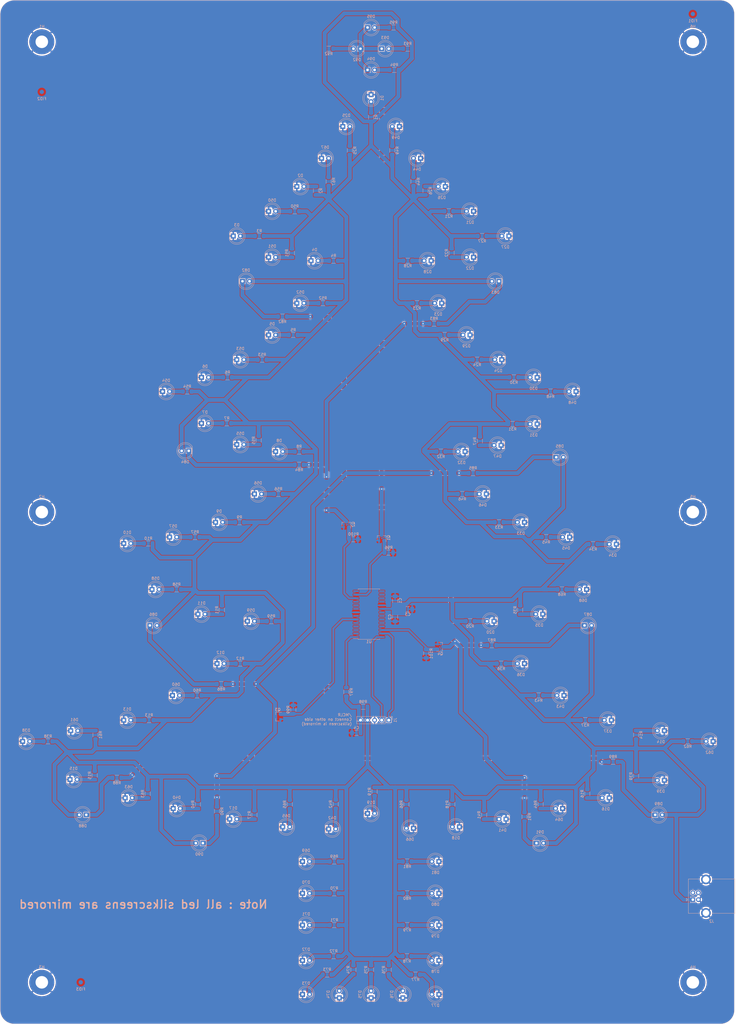
<source format=kicad_pcb>
(kicad_pcb (version 20171130) (host pcbnew 5.99.0+really5.1.10+dfsg1-1)
  (title_block (title "Christmas tree") (company "Adrien RICCIARDI"))
  (layers (0 F.Cu signal) (31 B.Cu signal) (34 B.Paste user) (35 F.Paste user) (36 B.SilkS user) (37 F.SilkS user) (38 B.Mask user) (39 F.Mask user) (44 Edge.Cuts user))
  (net 0 "")
  (net 1 "Net-(D1-Pad2)")
  (net 2 "Net-(D2-Pad2)")
  (net 3 "Net-(D3-Pad2)")
  (net 4 "Net-(D4-Pad2)")
  (net 5 "Net-(D5-Pad2)")
  (net 6 "Net-(D6-Pad2)")
  (net 7 "Net-(D7-Pad2)")
  (net 8 "Net-(D8-Pad2)")
  (net 9 "Net-(D9-Pad2)")
  (net 10 "Net-(D10-Pad2)")
  (net 11 "Net-(D11-Pad2)")
  (net 12 "Net-(D12-Pad2)")
  (net 13 "Net-(D13-Pad2)")
  (net 14 "Net-(D14-Pad2)")
  (net 15 "Net-(D15-Pad2)")
  (net 16 "Net-(D16-Pad2)")
  (net 17 "Net-(D17-Pad2)")
  (net 18 "Net-(D18-Pad2)")
  (net 19 "Net-(D19-Pad2)")
  (net 20 "Net-(D20-Pad2)")
  (net 21 "Net-(D21-Pad2)")
  (net 22 "Net-(D22-Pad2)")
  (net 23 "Net-(D23-Pad2)")
  (net 24 "Net-(D24-Pad2)")
  (net 25 GND)
  (net 26 "Net-(D25-Pad2)")
  (net 27 "Net-(D26-Pad2)")
  (net 28 "Net-(D27-Pad2)")
  (net 29 "Net-(D28-Pad2)")
  (net 30 "Net-(D29-Pad2)")
  (net 31 "Net-(D30-Pad2)")
  (net 32 "Net-(D31-Pad2)")
  (net 33 "Net-(D32-Pad2)")
  (net 34 "Net-(D33-Pad2)")
  (net 35 "Net-(D34-Pad2)")
  (net 36 "Net-(D35-Pad2)")
  (net 37 "Net-(D36-Pad2)")
  (net 38 "Net-(D37-Pad2)")
  (net 39 "Net-(D38-Pad2)")
  (net 40 "Net-(D39-Pad2)")
  (net 41 "Net-(D40-Pad2)")
  (net 42 "Net-(D41-Pad2)")
  (net 43 "Net-(D42-Pad2)")
  (net 44 "Net-(D43-Pad2)")
  (net 45 "Net-(D44-Pad2)")
  (net 46 "Net-(D45-Pad2)")
  (net 47 "Net-(D46-Pad2)")
  (net 48 "Net-(D47-Pad2)")
  (net 49 "Net-(D48-Pad2)")
  (net 50 "Net-(D49-Pad2)")
  (net 51 "Net-(D50-Pad2)")
  (net 52 "Net-(D51-Pad2)")
  (net 53 "Net-(D52-Pad2)")
  (net 54 "Net-(D53-Pad2)")
  (net 55 "Net-(D54-Pad2)")
  (net 56 "Net-(D55-Pad2)")
  (net 57 "Net-(D56-Pad2)")
  (net 58 "Net-(D57-Pad2)")
  (net 59 "Net-(D58-Pad2)")
  (net 60 "Net-(D59-Pad2)")
  (net 61 "Net-(D60-Pad2)")
  (net 62 "Net-(D61-Pad2)")
  (net 63 "Net-(D62-Pad2)")
  (net 64 "Net-(D63-Pad2)")
  (net 65 "Net-(D64-Pad2)")
  (net 66 "Net-(D65-Pad2)")
  (net 67 "Net-(D66-Pad2)")
  (net 68 "Net-(D67-Pad2)")
  (net 69 "Net-(D68-Pad2)")
  (net 70 "Net-(D69-Pad2)")
  (net 71 "Net-(D70-Pad2)")
  (net 72 "Net-(D71-Pad2)")
  (net 73 "Net-(D72-Pad2)")
  (net 74 "Net-(D73-Pad2)")
  (net 75 "Net-(D74-Pad2)")
  (net 76 "Net-(D75-Pad2)")
  (net 77 "Net-(D76-Pad2)")
  (net 78 "Net-(D77-Pad2)")
  (net 79 "Net-(D78-Pad2)")
  (net 80 "Net-(D79-Pad2)")
  (net 81 "Net-(D80-Pad2)")
  (net 82 "Net-(D81-Pad2)")
  (net 83 +5V)
  (net 84 "Net-(D92-Pad2)")
  (net 85 "Net-(D93-Pad2)")
  (net 86 "Net-(D94-Pad2)")
  (net 87 "Net-(D95-Pad2)")
  (net 88 "Net-(U1-Pad24)")
  (net 89 "Net-(U1-Pad23)")
  (net 90 "Net-(U1-Pad22)")
  (net 91 "Net-(U1-Pad21)")
  (net 92 "Net-(U1-Pad7)")
  (net 93 "Net-(U1-Pad5)")
  (net 94 "Net-(U1-Pad18)")
  (net 95 "Net-(U1-Pad4)")
  (net 96 "Net-(U1-Pad3)")
  (net 97 "Net-(U1-Pad2)")
  (net 98 "Net-(C4-Pad1)")
  (net 99 "Net-(D92-Pad1)")
  (net 100 "Net-(J1-Pad2)")
  (net 101 "Net-(J1-Pad1)")
  (net 102 "Net-(R97-Pad2)")
  (net 103 "Net-(J2-Pad3)")
  (net 104 "Net-(J2-Pad2)")
  (net 105 "Net-(D82-Pad1)")
  (net 106 "Net-(D83-Pad1)")
  (net 107 "Net-(D84-Pad1)")
  (net 108 "Net-(D85-Pad1)")
  (net 109 "Net-(D86-Pad1)")
  (net 110 "Net-(D87-Pad1)")
  (net 111 "Net-(D88-Pad1)")
  (net 112 "Net-(D89-Pad1)")
  (net 113 "Net-(D90-Pad1)")
  (net 114 "Net-(D91-Pad1)")
  (net 115 "Net-(Q2-Pad3)")
  (net 116 "Net-(U1-Pad14)")
  (net 117 "Net-(U1-Pad25)")
  (net 118 "Net-(U1-Pad11)")
  (net 119 "Net-(U1-Pad10)")
  (net 120 "Net-(U1-Pad9)")
  (net 121 "Net-(U1-Pad17)")
  (net 122 "Net-(U1-Pad16)")
  (net 123 "Net-(U1-Pad15)")
  (net 124 "Net-(Q4-Pad3)")
  (net 125 "Net-(Q3-Pad3)")
  (net 126 "Net-(Q1-Pad1)")
  (net 127 "Net-(Q2-Pad1)")
  (net 128 "Net-(Q3-Pad1)")
  (net 129 "Net-(Q4-Pad1)")
  (module Fiducial:Fiducial_1.5mm_Mask3mm (layer B.Cu) (at 57.702 378.954)
    (fp_text reference FID3 (at 0 2.4765) (layer B.SilkS) (effects (justify mirror)))
    (fp_text value Fiducial)
    (pad "" smd circle (at 0 0) (size 1.5 1.5) (layers B.Cu B.Mask) (clearance 0.75))
  )
  (module Fiducial:Fiducial_1.5mm_Mask3mm (layer B.Cu) (at 43.702 58.954)
    (fp_text reference FID2 (at 0 2.4765) (layer B.SilkS) (effects (justify mirror)))
    (fp_text value Fiducial)
    (pad "" smd circle (at 0 0) (size 1.5 1.5) (layers B.Cu B.Mask) (clearance 0.75))
  )
  (module Fiducial:Fiducial_1.5mm_Mask3mm (layer B.Cu) (at 277.702 30.954)
    (fp_text reference FID1 (at 0 2.4765) (layer B.SilkS) (effects (justify mirror)))
    (fp_text value Fiducial)
    (pad "" smd circle (at 0 0) (size 1.5 1.5) (layers B.Cu B.Mask) (clearance 0.75))
  )
  (module Resistor_SMD:R_1206_3216Metric_Pad1.30x1.75mm_HandSolder (layer B.Cu) (at 181.864 260.8215 90)
    (fp_text reference R101 (at 0 1.82 90) (layer B.SilkS) (effects (justify mirror)))
    (fp_text value 10K)
    (pad 2 smd roundrect (at 1.55 0 90) (size 1.3 1.75) (layers B.Cu B.Paste B.Mask) (roundrect_rratio 0.192308) (net 129 "Net-(Q4-Pad1)"))
    (pad 1 smd roundrect (at -1.55 0 90) (size 1.3 1.75) (layers B.Cu B.Paste B.Mask) (roundrect_rratio 0.192308) (net 25 GND))
  )
  (module Resistor_SMD:R_1206_3216Metric_Pad1.30x1.75mm_HandSolder (layer B.Cu) (at 155.7385 219.71 180)
    (fp_text reference R100 (at 0 1.82) (layer B.SilkS) (effects (justify mirror)))
    (fp_text value 10K)
    (pad 2 smd roundrect (at 1.55 0 180) (size 1.3 1.75) (layers B.Cu B.Paste B.Mask) (roundrect_rratio 0.192308) (net 127 "Net-(Q2-Pad1)"))
    (pad 1 smd roundrect (at -1.55 0 180) (size 1.3 1.75) (layers B.Cu B.Paste B.Mask) (roundrect_rratio 0.192308) (net 25 GND))
  )
  (module Resistor_SMD:R_1206_3216Metric_Pad1.30x1.75mm_HandSolder (layer B.Cu) (at 134.112 280.924 270)
    (fp_text reference R99 (at 0 1.82 90) (layer B.SilkS) (effects (justify mirror)))
    (fp_text value 10K)
    (pad 2 smd roundrect (at 1.55 0 270) (size 1.3 1.75) (layers B.Cu B.Paste B.Mask) (roundrect_rratio 0.192308) (net 128 "Net-(Q3-Pad1)"))
    (pad 1 smd roundrect (at -1.55 0 270) (size 1.3 1.75) (layers B.Cu B.Paste B.Mask) (roundrect_rratio 0.192308) (net 25 GND))
  )
  (module Resistor_SMD:R_1206_3216Metric_Pad1.30x1.75mm_HandSolder (layer B.Cu) (at 168.402 224.536 180)
    (fp_text reference R96 (at 0 1.82) (layer B.SilkS) (effects (justify mirror)))
    (fp_text value 10K)
    (pad 2 smd roundrect (at 1.55 0 180) (size 1.3 1.75) (layers B.Cu B.Paste B.Mask) (roundrect_rratio 0.192308) (net 126 "Net-(Q1-Pad1)"))
    (pad 1 smd roundrect (at -1.55 0 180) (size 1.3 1.75) (layers B.Cu B.Paste B.Mask) (roundrect_rratio 0.192308) (net 25 GND))
  )
  (module Resistor_SMD:R_1206_3216Metric_Pad1.30x1.75mm_HandSolder (layer B.Cu) (at 170.1435 35.814 180)
    (fp_text reference R95 (at 0 1.82) (layer B.SilkS) (effects (justify mirror)))
    (fp_text value 220)
    (pad 2 smd roundrect (at 1.55 0 180) (size 1.3 1.75) (layers B.Cu B.Paste B.Mask) (roundrect_rratio 0.192308) (net 87 "Net-(D95-Pad2)"))
    (pad 1 smd roundrect (at -1.55 0 180) (size 1.3 1.75) (layers B.Cu B.Paste B.Mask) (roundrect_rratio 0.192308) (net 83 +5V))
  )
  (module Resistor_SMD:R_1206_3216Metric_Pad1.30x1.75mm_HandSolder (layer B.Cu) (at 170.3975 51.054 180)
    (fp_text reference R94 (at 0 1.82) (layer B.SilkS) (effects (justify mirror)))
    (fp_text value 220)
    (pad 2 smd roundrect (at 1.55 0 180) (size 1.3 1.75) (layers B.Cu B.Paste B.Mask) (roundrect_rratio 0.192308) (net 86 "Net-(D94-Pad2)"))
    (pad 1 smd roundrect (at -1.55 0 180) (size 1.3 1.75) (layers B.Cu B.Paste B.Mask) (roundrect_rratio 0.192308) (net 83 +5V))
  )
  (module Resistor_SMD:R_1206_3216Metric_Pad1.30x1.75mm_HandSolder (layer B.Cu) (at 175.2235 43.434 180)
    (fp_text reference R93 (at 0 1.82) (layer B.SilkS) (effects (justify mirror)))
    (fp_text value 220)
    (pad 2 smd roundrect (at 1.55 0 180) (size 1.3 1.75) (layers B.Cu B.Paste B.Mask) (roundrect_rratio 0.192308) (net 85 "Net-(D93-Pad2)"))
    (pad 1 smd roundrect (at -1.55 0 180) (size 1.3 1.75) (layers B.Cu B.Paste B.Mask) (roundrect_rratio 0.192308) (net 83 +5V))
  )
  (module Resistor_SMD:R_1206_3216Metric_Pad1.30x1.75mm_HandSolder (layer B.Cu) (at 146.8485 43.434)
    (fp_text reference R92 (at 0 1.82) (layer B.SilkS) (effects (justify mirror)))
    (fp_text value 220)
    (pad 2 smd roundrect (at 1.55 0) (size 1.3 1.75) (layers B.Cu B.Paste B.Mask) (roundrect_rratio 0.192308) (net 84 "Net-(D92-Pad2)"))
    (pad 1 smd roundrect (at -1.55 0) (size 1.3 1.75) (layers B.Cu B.Paste B.Mask) (roundrect_rratio 0.192308) (net 83 +5V))
  )
  (module Resistor_SMD:R_1206_3216Metric_Pad1.30x1.75mm_HandSolder (layer B.Cu) (at 175.0425 335.534)
    (fp_text reference R81 (at 0 1.82) (layer B.SilkS) (effects (justify mirror)))
    (fp_text value 180)
    (pad 2 smd roundrect (at 1.55 0) (size 1.3 1.75) (layers B.Cu B.Paste B.Mask) (roundrect_rratio 0.192308) (net 82 "Net-(D81-Pad2)"))
    (pad 1 smd roundrect (at -1.55 0) (size 1.3 1.75) (layers B.Cu B.Paste B.Mask) (roundrect_rratio 0.192308) (net 83 +5V))
  )
  (module Resistor_SMD:R_1206_3216Metric_Pad1.30x1.75mm_HandSolder (layer B.Cu) (at 175.0425 346.964)
    (fp_text reference R80 (at 0 1.82) (layer B.SilkS) (effects (justify mirror)))
    (fp_text value 180)
    (pad 2 smd roundrect (at 1.55 0) (size 1.3 1.75) (layers B.Cu B.Paste B.Mask) (roundrect_rratio 0.192308) (net 81 "Net-(D80-Pad2)"))
    (pad 1 smd roundrect (at -1.55 0) (size 1.3 1.75) (layers B.Cu B.Paste B.Mask) (roundrect_rratio 0.192308) (net 83 +5V))
  )
  (module Resistor_SMD:R_1206_3216Metric_Pad1.30x1.75mm_HandSolder (layer B.Cu) (at 175.0425 358.394)
    (fp_text reference R79 (at 0 1.82) (layer B.SilkS) (effects (justify mirror)))
    (fp_text value 180)
    (pad 2 smd roundrect (at 1.55 0) (size 1.3 1.75) (layers B.Cu B.Paste B.Mask) (roundrect_rratio 0.192308) (net 80 "Net-(D79-Pad2)"))
    (pad 1 smd roundrect (at -1.55 0) (size 1.3 1.75) (layers B.Cu B.Paste B.Mask) (roundrect_rratio 0.192308) (net 83 +5V))
  )
  (module Resistor_SMD:R_1206_3216Metric_Pad1.30x1.75mm_HandSolder (layer B.Cu) (at 174.9695 369.57)
    (fp_text reference R78 (at 0 1.82) (layer B.SilkS) (effects (justify mirror)))
    (fp_text value 180)
    (pad 2 smd roundrect (at 1.55 0) (size 1.3 1.75) (layers B.Cu B.Paste B.Mask) (roundrect_rratio 0.192308) (net 79 "Net-(D78-Pad2)"))
    (pad 1 smd roundrect (at -1.55 0) (size 1.3 1.75) (layers B.Cu B.Paste B.Mask) (roundrect_rratio 0.192308) (net 83 +5V))
  )
  (module Resistor_SMD:R_1206_3216Metric_Pad1.30x1.75mm_HandSolder (layer B.Cu) (at 178.0175 376.174)
    (fp_text reference R77 (at 0 1.82) (layer B.SilkS) (effects (justify mirror)))
    (fp_text value 180)
    (pad 2 smd roundrect (at 1.55 0) (size 1.3 1.75) (layers B.Cu B.Paste B.Mask) (roundrect_rratio 0.192308) (net 78 "Net-(D77-Pad2)"))
    (pad 1 smd roundrect (at -1.55 0) (size 1.3 1.75) (layers B.Cu B.Paste B.Mask) (roundrect_rratio 0.192308) (net 83 +5V))
  )
  (module Resistor_SMD:R_1206_3216Metric_Pad1.30x1.75mm_HandSolder (layer B.Cu) (at 168.402 374.4325 270)
    (fp_text reference R76 (at 0 1.82 90) (layer B.SilkS) (effects (justify mirror)))
    (fp_text value 180)
    (pad 2 smd roundrect (at 1.55 0 270) (size 1.3 1.75) (layers B.Cu B.Paste B.Mask) (roundrect_rratio 0.192308) (net 77 "Net-(D76-Pad2)"))
    (pad 1 smd roundrect (at -1.55 0 270) (size 1.3 1.75) (layers B.Cu B.Paste B.Mask) (roundrect_rratio 0.192308) (net 83 +5V))
  )
  (module Resistor_SMD:R_1206_3216Metric_Pad1.30x1.75mm_HandSolder (layer B.Cu) (at 162.052 374.4325 270)
    (fp_text reference R75 (at 0 1.82 90) (layer B.SilkS) (effects (justify mirror)))
    (fp_text value 180)
    (pad 2 smd roundrect (at 1.55 0 270) (size 1.3 1.75) (layers B.Cu B.Paste B.Mask) (roundrect_rratio 0.192308) (net 76 "Net-(D75-Pad2)"))
    (pad 1 smd roundrect (at -1.55 0 270) (size 1.3 1.75) (layers B.Cu B.Paste B.Mask) (roundrect_rratio 0.192308) (net 83 +5V))
  )
  (module Resistor_SMD:R_1206_3216Metric_Pad1.30x1.75mm_HandSolder (layer B.Cu) (at 155.702 374.4325 270)
    (fp_text reference R74 (at 0 1.82 90) (layer B.SilkS) (effects (justify mirror)))
    (fp_text value 180)
    (pad 2 smd roundrect (at 1.55 0 270) (size 1.3 1.75) (layers B.Cu B.Paste B.Mask) (roundrect_rratio 0.192308) (net 75 "Net-(D74-Pad2)"))
    (pad 1 smd roundrect (at -1.55 0 270) (size 1.3 1.75) (layers B.Cu B.Paste B.Mask) (roundrect_rratio 0.192308) (net 83 +5V))
  )
  (module Resistor_SMD:R_1206_3216Metric_Pad1.30x1.75mm_HandSolder (layer B.Cu) (at 146.2675 376.174 180)
    (fp_text reference R73 (at 0 1.82) (layer B.SilkS) (effects (justify mirror)))
    (fp_text value 180)
    (pad 2 smd roundrect (at 1.55 0 180) (size 1.3 1.75) (layers B.Cu B.Paste B.Mask) (roundrect_rratio 0.192308) (net 74 "Net-(D73-Pad2)"))
    (pad 1 smd roundrect (at -1.55 0 180) (size 1.3 1.75) (layers B.Cu B.Paste B.Mask) (roundrect_rratio 0.192308) (net 83 +5V))
  )
  (module Resistor_SMD:R_1206_3216Metric_Pad1.30x1.75mm_HandSolder (layer B.Cu) (at 148.59 369.57 180)
    (fp_text reference R72 (at 0 1.82) (layer B.SilkS) (effects (justify mirror)))
    (fp_text value 180)
    (pad 2 smd roundrect (at 1.55 0 180) (size 1.3 1.75) (layers B.Cu B.Paste B.Mask) (roundrect_rratio 0.192308) (net 73 "Net-(D72-Pad2)"))
    (pad 1 smd roundrect (at -1.55 0 180) (size 1.3 1.75) (layers B.Cu B.Paste B.Mask) (roundrect_rratio 0.192308) (net 83 +5V))
  )
  (module Resistor_SMD:R_1206_3216Metric_Pad1.30x1.75mm_HandSolder (layer B.Cu) (at 148.8075 358.394 180)
    (fp_text reference R71 (at 0 1.82) (layer B.SilkS) (effects (justify mirror)))
    (fp_text value 180)
    (pad 2 smd roundrect (at 1.55 0 180) (size 1.3 1.75) (layers B.Cu B.Paste B.Mask) (roundrect_rratio 0.192308) (net 72 "Net-(D71-Pad2)"))
    (pad 1 smd roundrect (at -1.55 0 180) (size 1.3 1.75) (layers B.Cu B.Paste B.Mask) (roundrect_rratio 0.192308) (net 83 +5V))
  )
  (module Resistor_SMD:R_1206_3216Metric_Pad1.30x1.75mm_HandSolder (layer B.Cu) (at 148.8075 346.964 180)
    (fp_text reference R70 (at 0 1.82) (layer B.SilkS) (effects (justify mirror)))
    (fp_text value 180)
    (pad 2 smd roundrect (at 1.55 0 180) (size 1.3 1.75) (layers B.Cu B.Paste B.Mask) (roundrect_rratio 0.192308) (net 71 "Net-(D70-Pad2)"))
    (pad 1 smd roundrect (at -1.55 0 180) (size 1.3 1.75) (layers B.Cu B.Paste B.Mask) (roundrect_rratio 0.192308) (net 83 +5V))
  )
  (module Resistor_SMD:R_1206_3216Metric_Pad1.30x1.75mm_HandSolder (layer B.Cu) (at 148.8075 335.534 180)
    (fp_text reference R69 (at 0 1.82) (layer B.SilkS) (effects (justify mirror)))
    (fp_text value 180)
    (pad 2 smd roundrect (at 1.55 0 180) (size 1.3 1.75) (layers B.Cu B.Paste B.Mask) (roundrect_rratio 0.192308) (net 70 "Net-(D69-Pad2)"))
    (pad 1 smd roundrect (at -1.55 0 180) (size 1.3 1.75) (layers B.Cu B.Paste B.Mask) (roundrect_rratio 0.192308) (net 83 +5V))
  )
  (module Resistor_SMD:R_1206_3216Metric_Pad1.30x1.75mm_HandSolder (layer B.Cu) (at 230.6685 237.744)
    (fp_text reference R68 (at 0 1.82) (layer B.SilkS) (effects (justify mirror)))
    (fp_text value 180)
    (pad 2 smd roundrect (at 1.55 0) (size 1.3 1.75) (layers B.Cu B.Paste B.Mask) (roundrect_rratio 0.192308) (net 69 "Net-(D68-Pad2)"))
    (pad 1 smd roundrect (at -1.55 0) (size 1.3 1.75) (layers B.Cu B.Paste B.Mask) (roundrect_rratio 0.192308) (net 83 +5V))
  )
  (module Resistor_SMD:R_1206_3216Metric_Pad1.30x1.75mm_HandSolder (layer B.Cu) (at 146.812 91.1495 90)
    (fp_text reference R67 (at 0 1.82 90) (layer B.SilkS) (effects (justify mirror)))
    (fp_text value 180)
    (pad 2 smd roundrect (at 1.55 0 90) (size 1.3 1.75) (layers B.Cu B.Paste B.Mask) (roundrect_rratio 0.192308) (net 68 "Net-(D67-Pad2)"))
    (pad 1 smd roundrect (at -1.55 0 90) (size 1.3 1.75) (layers B.Cu B.Paste B.Mask) (roundrect_rratio 0.192308) (net 83 +5V))
  )
  (module Resistor_SMD:R_1206_3216Metric_Pad1.30x1.75mm_HandSolder (layer B.Cu) (at 174.752 314.9965 270)
    (fp_text reference R66 (at 0 1.82 90) (layer B.SilkS) (effects (justify mirror)))
    (fp_text value 180)
    (pad 2 smd roundrect (at 1.55 0 270) (size 1.3 1.75) (layers B.Cu B.Paste B.Mask) (roundrect_rratio 0.192308) (net 67 "Net-(D66-Pad2)"))
    (pad 1 smd roundrect (at -1.55 0 270) (size 1.3 1.75) (layers B.Cu B.Paste B.Mask) (roundrect_rratio 0.192308) (net 83 +5V))
  )
  (module Resistor_SMD:R_1206_3216Metric_Pad1.30x1.75mm_HandSolder (layer B.Cu) (at 132.842 314.9965 270)
    (fp_text reference R65 (at 0 1.82 90) (layer B.SilkS) (effects (justify mirror)))
    (fp_text value 180)
    (pad 2 smd roundrect (at 1.55 0 270) (size 1.3 1.75) (layers B.Cu B.Paste B.Mask) (roundrect_rratio 0.192308) (net 66 "Net-(D65-Pad2)"))
    (pad 1 smd roundrect (at -1.55 0 270) (size 1.3 1.75) (layers B.Cu B.Paste B.Mask) (roundrect_rratio 0.192308) (net 83 +5V))
  )
  (module Resistor_SMD:R_1206_3216Metric_Pad1.30x1.75mm_HandSolder (layer B.Cu) (at 223.012 314.9965 270)
    (fp_text reference R64 (at 0 1.82 90) (layer B.SilkS) (effects (justify mirror)))
    (fp_text value 180)
    (pad 2 smd roundrect (at 1.55 0 270) (size 1.3 1.75) (layers B.Cu B.Paste B.Mask) (roundrect_rratio 0.192308) (net 65 "Net-(D64-Pad2)"))
    (pad 1 smd roundrect (at -1.55 0 270) (size 1.3 1.75) (layers B.Cu B.Paste B.Mask) (roundrect_rratio 0.192308) (net 83 +5V))
  )
  (module Resistor_SMD:R_1206_3216Metric_Pad1.30x1.75mm_HandSolder (layer B.Cu) (at 81.788 311.1865 270)
    (fp_text reference R63 (at 0 1.82 90) (layer B.SilkS) (effects (justify mirror)))
    (fp_text value 180)
    (pad 2 smd roundrect (at 1.55 0 270) (size 1.3 1.75) (layers B.Cu B.Paste B.Mask) (roundrect_rratio 0.192308) (net 64 "Net-(D63-Pad2)"))
    (pad 1 smd roundrect (at -1.55 0 270) (size 1.3 1.75) (layers B.Cu B.Paste B.Mask) (roundrect_rratio 0.192308) (net 83 +5V))
  )
  (module Resistor_SMD:R_1206_3216Metric_Pad1.30x1.75mm_HandSolder (layer B.Cu) (at 275.8805 292.354)
    (fp_text reference R62 (at 0 1.82) (layer B.SilkS) (effects (justify mirror)))
    (fp_text value 180)
    (pad 2 smd roundrect (at 1.55 0) (size 1.3 1.75) (layers B.Cu B.Paste B.Mask) (roundrect_rratio 0.192308) (net 63 "Net-(D62-Pad2)"))
    (pad 1 smd roundrect (at -1.55 0) (size 1.3 1.75) (layers B.Cu B.Paste B.Mask) (roundrect_rratio 0.192308) (net 83 +5V))
  )
  (module Resistor_SMD:R_1206_3216Metric_Pad1.30x1.75mm_HandSolder (layer B.Cu) (at 62.992 290.0315 90)
    (fp_text reference R61 (at 0 1.82 90) (layer B.SilkS) (effects (justify mirror)))
    (fp_text value 180)
    (pad 2 smd roundrect (at 1.55 0 90) (size 1.3 1.75) (layers B.Cu B.Paste B.Mask) (roundrect_rratio 0.192308) (net 62 "Net-(D61-Pad2)"))
    (pad 1 smd roundrect (at -1.55 0 90) (size 1.3 1.75) (layers B.Cu B.Paste B.Mask) (roundrect_rratio 0.192308) (net 83 +5V))
  )
  (module Resistor_SMD:R_1206_3216Metric_Pad1.30x1.75mm_HandSolder (layer B.Cu) (at 99.5315 275.844 180)
    (fp_text reference R60 (at 0 1.82) (layer B.SilkS) (effects (justify mirror)))
    (fp_text value 180)
    (pad 2 smd roundrect (at 1.55 0 180) (size 1.3 1.75) (layers B.Cu B.Paste B.Mask) (roundrect_rratio 0.192308) (net 61 "Net-(D60-Pad2)"))
    (pad 1 smd roundrect (at -1.55 0 180) (size 1.3 1.75) (layers B.Cu B.Paste B.Mask) (roundrect_rratio 0.192308) (net 83 +5V))
  )
  (module Resistor_SMD:R_1206_3216Metric_Pad1.30x1.75mm_HandSolder (layer B.Cu) (at 126.2015 249.174 180)
    (fp_text reference R59 (at 0 1.82) (layer B.SilkS) (effects (justify mirror)))
    (fp_text value 180)
    (pad 2 smd roundrect (at 1.55 0 180) (size 1.3 1.75) (layers B.Cu B.Paste B.Mask) (roundrect_rratio 0.192308) (net 60 "Net-(D59-Pad2)"))
    (pad 1 smd roundrect (at -1.55 0 180) (size 1.3 1.75) (layers B.Cu B.Paste B.Mask) (roundrect_rratio 0.192308) (net 83 +5V))
  )
  (module Resistor_SMD:R_1206_3216Metric_Pad1.30x1.75mm_HandSolder (layer B.Cu) (at 92.1655 237.744 180)
    (fp_text reference R58 (at 0 1.82) (layer B.SilkS) (effects (justify mirror)))
    (fp_text value 180)
    (pad 2 smd roundrect (at 1.55 0 180) (size 1.3 1.75) (layers B.Cu B.Paste B.Mask) (roundrect_rratio 0.192308) (net 59 "Net-(D58-Pad2)"))
    (pad 1 smd roundrect (at -1.55 0 180) (size 1.3 1.75) (layers B.Cu B.Paste B.Mask) (roundrect_rratio 0.192308) (net 83 +5V))
  )
  (module Resistor_SMD:R_1206_3216Metric_Pad1.30x1.75mm_HandSolder (layer B.Cu) (at 98.7695 218.948 180)
    (fp_text reference R57 (at 0 1.82) (layer B.SilkS) (effects (justify mirror)))
    (fp_text value 180)
    (pad 2 smd roundrect (at 1.55 0 180) (size 1.3 1.75) (layers B.Cu B.Paste B.Mask) (roundrect_rratio 0.192308) (net 58 "Net-(D57-Pad2)"))
    (pad 1 smd roundrect (at -1.55 0 180) (size 1.3 1.75) (layers B.Cu B.Paste B.Mask) (roundrect_rratio 0.192308) (net 83 +5V))
  )
  (module Resistor_SMD:R_1206_3216Metric_Pad1.30x1.75mm_HandSolder (layer B.Cu) (at 128.7415 203.454 180)
    (fp_text reference R56 (at 0 1.82) (layer B.SilkS) (effects (justify mirror)))
    (fp_text value 180)
    (pad 2 smd roundrect (at 1.55 0 180) (size 1.3 1.75) (layers B.Cu B.Paste B.Mask) (roundrect_rratio 0.192308) (net 57 "Net-(D56-Pad2)"))
    (pad 1 smd roundrect (at -1.55 0 180) (size 1.3 1.75) (layers B.Cu B.Paste B.Mask) (roundrect_rratio 0.192308) (net 83 +5V))
  )
  (module Resistor_SMD:R_1206_3216Metric_Pad1.30x1.75mm_HandSolder (layer B.Cu) (at 121.666 184.1865 270)
    (fp_text reference R55 (at 0 1.82 90) (layer B.SilkS) (effects (justify mirror)))
    (fp_text value 180)
    (pad 2 smd roundrect (at 1.55 0 270) (size 1.3 1.75) (layers B.Cu B.Paste B.Mask) (roundrect_rratio 0.192308) (net 56 "Net-(D55-Pad2)"))
    (pad 1 smd roundrect (at -1.55 0 270) (size 1.3 1.75) (layers B.Cu B.Paste B.Mask) (roundrect_rratio 0.192308) (net 83 +5V))
  )
  (module Resistor_SMD:R_1206_3216Metric_Pad1.30x1.75mm_HandSolder (layer B.Cu) (at 95.9755 166.624 180)
    (fp_text reference R54 (at 0 1.82) (layer B.SilkS) (effects (justify mirror)))
    (fp_text value 180)
    (pad 2 smd roundrect (at 1.55 0 180) (size 1.3 1.75) (layers B.Cu B.Paste B.Mask) (roundrect_rratio 0.192308) (net 55 "Net-(D54-Pad2)"))
    (pad 1 smd roundrect (at -1.55 0 180) (size 1.3 1.75) (layers B.Cu B.Paste B.Mask) (roundrect_rratio 0.192308) (net 83 +5V))
  )
  (module Resistor_SMD:R_1206_3216Metric_Pad1.30x1.75mm_HandSolder (layer B.Cu) (at 122.8995 155.194 180)
    (fp_text reference R53 (at 0 1.82) (layer B.SilkS) (effects (justify mirror)))
    (fp_text value 180)
    (pad 2 smd roundrect (at 1.55 0 180) (size 1.3 1.75) (layers B.Cu B.Paste B.Mask) (roundrect_rratio 0.192308) (net 54 "Net-(D53-Pad2)"))
    (pad 1 smd roundrect (at -1.55 0 180) (size 1.3 1.75) (layers B.Cu B.Paste B.Mask) (roundrect_rratio 0.192308) (net 83 +5V))
  )
  (module Resistor_SMD:R_1206_3216Metric_Pad1.30x1.75mm_HandSolder (layer B.Cu) (at 144.7435 134.874 180)
    (fp_text reference R52 (at 0 1.82) (layer B.SilkS) (effects (justify mirror)))
    (fp_text value 180)
    (pad 2 smd roundrect (at 1.55 0 180) (size 1.3 1.75) (layers B.Cu B.Paste B.Mask) (roundrect_rratio 0.192308) (net 53 "Net-(D52-Pad2)"))
    (pad 1 smd roundrect (at -1.55 0 180) (size 1.3 1.75) (layers B.Cu B.Paste B.Mask) (roundrect_rratio 0.192308) (net 83 +5V))
  )
  (module Resistor_SMD:R_1206_3216Metric_Pad1.30x1.75mm_HandSolder (layer B.Cu) (at 133.604 116.8765 270)
    (fp_text reference R51 (at 0 1.82 90) (layer B.SilkS) (effects (justify mirror)))
    (fp_text value 180)
    (pad 2 smd roundrect (at 1.55 0 270) (size 1.3 1.75) (layers B.Cu B.Paste B.Mask) (roundrect_rratio 0.192308) (net 52 "Net-(D51-Pad2)"))
    (pad 1 smd roundrect (at -1.55 0 270) (size 1.3 1.75) (layers B.Cu B.Paste B.Mask) (roundrect_rratio 0.192308) (net 83 +5V))
  )
  (module Resistor_SMD:R_1206_3216Metric_Pad1.30x1.75mm_HandSolder (layer B.Cu) (at 134.62 101.854 180)
    (fp_text reference R50 (at 0 1.82) (layer B.SilkS) (effects (justify mirror)))
    (fp_text value 180)
    (pad 2 smd roundrect (at 1.55 0 180) (size 1.3 1.75) (layers B.Cu B.Paste B.Mask) (roundrect_rratio 0.192308) (net 51 "Net-(D50-Pad2)"))
    (pad 1 smd roundrect (at -1.55 0 180) (size 1.3 1.75) (layers B.Cu B.Paste B.Mask) (roundrect_rratio 0.192308) (net 83 +5V))
  )
  (module Resistor_SMD:R_1206_3216Metric_Pad1.30x1.75mm_HandSolder (layer B.Cu) (at 169.672 79.9735 90)
    (fp_text reference R49 (at 0 1.82 90) (layer B.SilkS) (effects (justify mirror)))
    (fp_text value 180)
    (pad 2 smd roundrect (at 1.55 0 90) (size 1.3 1.75) (layers B.Cu B.Paste B.Mask) (roundrect_rratio 0.192308) (net 50 "Net-(D49-Pad2)"))
    (pad 1 smd roundrect (at -1.55 0 90) (size 1.3 1.75) (layers B.Cu B.Paste B.Mask) (roundrect_rratio 0.192308) (net 83 +5V))
  )
  (module Resistor_SMD:R_1206_3216Metric_Pad1.30x1.75mm_HandSolder (layer B.Cu) (at 226.568 166.624)
    (fp_text reference R48 (at 0 1.82) (layer B.SilkS) (effects (justify mirror)))
    (fp_text value 180)
    (pad 2 smd roundrect (at 1.55 0) (size 1.3 1.75) (layers B.Cu B.Paste B.Mask) (roundrect_rratio 0.192308) (net 49 "Net-(D48-Pad2)"))
    (pad 1 smd roundrect (at -1.55 0) (size 1.3 1.75) (layers B.Cu B.Paste B.Mask) (roundrect_rratio 0.192308) (net 83 +5V))
  )
  (module Resistor_SMD:R_1206_3216Metric_Pad1.30x1.75mm_HandSolder (layer B.Cu) (at 201.168 184.4405 270)
    (fp_text reference R47 (at 0 1.82 90) (layer B.SilkS) (effects (justify mirror)))
    (fp_text value 180)
    (pad 2 smd roundrect (at 1.55 0 270) (size 1.3 1.75) (layers B.Cu B.Paste B.Mask) (roundrect_rratio 0.192308) (net 48 "Net-(D47-Pad2)"))
    (pad 1 smd roundrect (at -1.55 0 270) (size 1.3 1.75) (layers B.Cu B.Paste B.Mask) (roundrect_rratio 0.192308) (net 83 +5V))
  )
  (module Resistor_SMD:R_1206_3216Metric_Pad1.30x1.75mm_HandSolder (layer B.Cu) (at 194.818 203.454)
    (fp_text reference R46 (at 0 1.82) (layer B.SilkS) (effects (justify mirror)))
    (fp_text value 180)
    (pad 2 smd roundrect (at 1.55 0) (size 1.3 1.75) (layers B.Cu B.Paste B.Mask) (roundrect_rratio 0.192308) (net 47 "Net-(D46-Pad2)"))
    (pad 1 smd roundrect (at -1.55 0) (size 1.3 1.75) (layers B.Cu B.Paste B.Mask) (roundrect_rratio 0.192308) (net 83 +5V))
  )
  (module Resistor_SMD:R_1206_3216Metric_Pad1.30x1.75mm_HandSolder (layer B.Cu) (at 225.0075 218.948)
    (fp_text reference R45 (at 0 1.82) (layer B.SilkS) (effects (justify mirror)))
    (fp_text value 180)
    (pad 2 smd roundrect (at 1.55 0) (size 1.3 1.75) (layers B.Cu B.Paste B.Mask) (roundrect_rratio 0.192308) (net 46 "Net-(D45-Pad2)"))
    (pad 1 smd roundrect (at -1.55 0) (size 1.3 1.75) (layers B.Cu B.Paste B.Mask) (roundrect_rratio 0.192308) (net 83 +5V))
  )
  (module Resistor_SMD:R_1206_3216Metric_Pad1.30x1.75mm_HandSolder (layer B.Cu) (at 177.292 91.1495 90)
    (fp_text reference R44 (at 0 1.82 90) (layer B.SilkS) (effects (justify mirror)))
    (fp_text value 180)
    (pad 2 smd roundrect (at 1.55 0 90) (size 1.3 1.75) (layers B.Cu B.Paste B.Mask) (roundrect_rratio 0.192308) (net 45 "Net-(D44-Pad2)"))
    (pad 1 smd roundrect (at -1.55 0 90) (size 1.3 1.75) (layers B.Cu B.Paste B.Mask) (roundrect_rratio 0.192308) (net 83 +5V))
  )
  (module Resistor_SMD:R_1206_3216Metric_Pad1.30x1.75mm_HandSolder (layer B.Cu) (at 222.2865 275.844)
    (fp_text reference R43 (at 0 1.82) (layer B.SilkS) (effects (justify mirror)))
    (fp_text value 180)
    (pad 2 smd roundrect (at 1.55 0) (size 1.3 1.75) (layers B.Cu B.Paste B.Mask) (roundrect_rratio 0.192308) (net 44 "Net-(D43-Pad2)"))
    (pad 1 smd roundrect (at -1.55 0) (size 1.3 1.75) (layers B.Cu B.Paste B.Mask) (roundrect_rratio 0.192308) (net 83 +5V))
  )
  (module Resistor_SMD:R_1206_3216Metric_Pad1.30x1.75mm_HandSolder (layer B.Cu) (at 149.352 314.9235 270)
    (fp_text reference R42 (at 0 1.82 90) (layer B.SilkS) (effects (justify mirror)))
    (fp_text value 180)
    (pad 2 smd roundrect (at 1.55 0 270) (size 1.3 1.75) (layers B.Cu B.Paste B.Mask) (roundrect_rratio 0.192308) (net 43 "Net-(D42-Pad2)"))
    (pad 1 smd roundrect (at -1.55 0 270) (size 1.3 1.75) (layers B.Cu B.Paste B.Mask) (roundrect_rratio 0.192308) (net 83 +5V))
  )
  (module Resistor_SMD:R_1206_3216Metric_Pad1.30x1.75mm_HandSolder (layer B.Cu) (at 202.692 318.8065 270)
    (fp_text reference R41 (at 0 1.82 90) (layer B.SilkS) (effects (justify mirror)))
    (fp_text value 180)
    (pad 2 smd roundrect (at 1.55 0 270) (size 1.3 1.75) (layers B.Cu B.Paste B.Mask) (roundrect_rratio 0.192308) (net 42 "Net-(D41-Pad2)"))
    (pad 1 smd roundrect (at -1.55 0 270) (size 1.3 1.75) (layers B.Cu B.Paste B.Mask) (roundrect_rratio 0.192308) (net 83 +5V))
  )
  (module Resistor_SMD:R_1206_3216Metric_Pad1.30x1.75mm_HandSolder (layer B.Cu) (at 99.822 314.9965 270)
    (fp_text reference R40 (at 0 1.82 90) (layer B.SilkS) (effects (justify mirror)))
    (fp_text value 180)
    (pad 2 smd roundrect (at 1.55 0 270) (size 1.3 1.75) (layers B.Cu B.Paste B.Mask) (roundrect_rratio 0.192308) (net 41 "Net-(D40-Pad2)"))
    (pad 1 smd roundrect (at -1.55 0 270) (size 1.3 1.75) (layers B.Cu B.Paste B.Mask) (roundrect_rratio 0.192308) (net 83 +5V))
  )
  (module Resistor_SMD:R_1206_3216Metric_Pad1.30x1.75mm_HandSolder (layer B.Cu) (at 257.302 304.8365 270)
    (fp_text reference R39 (at 0 1.82 90) (layer B.SilkS) (effects (justify mirror)))
    (fp_text value 180)
    (pad 2 smd roundrect (at 1.55 0 270) (size 1.3 1.75) (layers B.Cu B.Paste B.Mask) (roundrect_rratio 0.192308) (net 40 "Net-(D39-Pad2)"))
    (pad 1 smd roundrect (at -1.55 0 270) (size 1.3 1.75) (layers B.Cu B.Paste B.Mask) (roundrect_rratio 0.192308) (net 83 +5V))
  )
  (module Resistor_SMD:R_1206_3216Metric_Pad1.30x1.75mm_HandSolder (layer B.Cu) (at 45.9375 292.354 180)
    (fp_text reference R38 (at 0 1.82) (layer B.SilkS) (effects (justify mirror)))
    (fp_text value 180)
    (pad 2 smd roundrect (at 1.55 0 180) (size 1.3 1.75) (layers B.Cu B.Paste B.Mask) (roundrect_rratio 0.192308) (net 39 "Net-(D38-Pad2)"))
    (pad 1 smd roundrect (at -1.55 0 180) (size 1.3 1.75) (layers B.Cu B.Paste B.Mask) (roundrect_rratio 0.192308) (net 83 +5V))
  )
  (module Resistor_SMD:R_1206_3216Metric_Pad1.30x1.75mm_HandSolder (layer B.Cu) (at 239.0505 284.734)
    (fp_text reference R37 (at 0 1.82) (layer B.SilkS) (effects (justify mirror)))
    (fp_text value 180)
    (pad 2 smd roundrect (at 1.55 0) (size 1.3 1.75) (layers B.Cu B.Paste B.Mask) (roundrect_rratio 0.192308) (net 38 "Net-(D37-Pad2)"))
    (pad 1 smd roundrect (at -1.55 0) (size 1.3 1.75) (layers B.Cu B.Paste B.Mask) (roundrect_rratio 0.192308) (net 83 +5V))
  )
  (module Resistor_SMD:R_1206_3216Metric_Pad1.30x1.75mm_HandSolder (layer B.Cu) (at 208.8245 264.414)
    (fp_text reference R36 (at 0 1.82) (layer B.SilkS) (effects (justify mirror)))
    (fp_text value 180)
    (pad 2 smd roundrect (at 1.55 0) (size 1.3 1.75) (layers B.Cu B.Paste B.Mask) (roundrect_rratio 0.192308) (net 37 "Net-(D36-Pad2)"))
    (pad 1 smd roundrect (at -1.55 0) (size 1.3 1.75) (layers B.Cu B.Paste B.Mask) (roundrect_rratio 0.192308) (net 83 +5V))
  )
  (module Resistor_SMD:R_1206_3216Metric_Pad1.30x1.75mm_HandSolder (layer B.Cu) (at 215.646 245.1465 270)
    (fp_text reference R35 (at 0 1.82 90) (layer B.SilkS) (effects (justify mirror)))
    (fp_text value 180)
    (pad 2 smd roundrect (at 1.55 0 270) (size 1.3 1.75) (layers B.Cu B.Paste B.Mask) (roundrect_rratio 0.192308) (net 36 "Net-(D35-Pad2)"))
    (pad 1 smd roundrect (at -1.55 0 270) (size 1.3 1.75) (layers B.Cu B.Paste B.Mask) (roundrect_rratio 0.192308) (net 83 +5V))
  )
  (module Resistor_SMD:R_1206_3216Metric_Pad1.30x1.75mm_HandSolder (layer B.Cu) (at 241.8445 221.488)
    (fp_text reference R34 (at 0 1.82) (layer B.SilkS) (effects (justify mirror)))
    (fp_text value 180)
    (pad 2 smd roundrect (at 1.55 0) (size 1.3 1.75) (layers B.Cu B.Paste B.Mask) (roundrect_rratio 0.192308) (net 35 "Net-(D34-Pad2)"))
    (pad 1 smd roundrect (at -1.55 0) (size 1.3 1.75) (layers B.Cu B.Paste B.Mask) (roundrect_rratio 0.192308) (net 83 +5V))
  )
  (module Resistor_SMD:R_1206_3216Metric_Pad1.30x1.75mm_HandSolder (layer B.Cu) (at 208.0625 213.614)
    (fp_text reference R33 (at 0 1.82) (layer B.SilkS) (effects (justify mirror)))
    (fp_text value 180)
    (pad 2 smd roundrect (at 1.55 0) (size 1.3 1.75) (layers B.Cu B.Paste B.Mask) (roundrect_rratio 0.192308) (net 34 "Net-(D33-Pad2)"))
    (pad 1 smd roundrect (at -1.55 0) (size 1.3 1.75) (layers B.Cu B.Paste B.Mask) (roundrect_rratio 0.192308) (net 83 +5V))
  )
  (module Resistor_SMD:R_1206_3216Metric_Pad1.30x1.75mm_HandSolder (layer B.Cu) (at 187.1615 188.214)
    (fp_text reference R32 (at 0 1.82) (layer B.SilkS) (effects (justify mirror)))
    (fp_text value 180)
    (pad 2 smd roundrect (at 1.55 0) (size 1.3 1.75) (layers B.Cu B.Paste B.Mask) (roundrect_rratio 0.192308) (net 33 "Net-(D32-Pad2)"))
    (pad 1 smd roundrect (at -1.55 0) (size 1.3 1.75) (layers B.Cu B.Paste B.Mask) (roundrect_rratio 0.192308) (net 83 +5V))
  )
  (module Resistor_SMD:R_1206_3216Metric_Pad1.30x1.75mm_HandSolder (layer B.Cu) (at 212.8885 178.308)
    (fp_text reference R31 (at 0 1.82) (layer B.SilkS) (effects (justify mirror)))
    (fp_text value 180)
    (pad 2 smd roundrect (at 1.55 0) (size 1.3 1.75) (layers B.Cu B.Paste B.Mask) (roundrect_rratio 0.192308) (net 32 "Net-(D31-Pad2)"))
    (pad 1 smd roundrect (at -1.55 0) (size 1.3 1.75) (layers B.Cu B.Paste B.Mask) (roundrect_rratio 0.192308) (net 83 +5V))
  )
  (module Resistor_SMD:R_1206_3216Metric_Pad1.30x1.75mm_HandSolder (layer B.Cu) (at 213.3965 161.544)
    (fp_text reference R30 (at 0 1.82) (layer B.SilkS) (effects (justify mirror)))
    (fp_text value 180)
    (pad 2 smd roundrect (at 1.55 0) (size 1.3 1.75) (layers B.Cu B.Paste B.Mask) (roundrect_rratio 0.192308) (net 31 "Net-(D30-Pad2)"))
    (pad 1 smd roundrect (at -1.55 0) (size 1.3 1.75) (layers B.Cu B.Paste B.Mask) (roundrect_rratio 0.192308) (net 83 +5V))
  )
  (module Resistor_SMD:R_1206_3216Metric_Pad1.30x1.75mm_HandSolder (layer B.Cu) (at 188.5045 146.304)
    (fp_text reference R29 (at 0 1.82) (layer B.SilkS) (effects (justify mirror)))
    (fp_text value 180)
    (pad 2 smd roundrect (at 1.55 0) (size 1.3 1.75) (layers B.Cu B.Paste B.Mask) (roundrect_rratio 0.192308) (net 30 "Net-(D29-Pad2)"))
    (pad 1 smd roundrect (at -1.55 0) (size 1.3 1.75) (layers B.Cu B.Paste B.Mask) (roundrect_rratio 0.192308) (net 83 +5V))
  )
  (module Resistor_SMD:R_1206_3216Metric_Pad1.30x1.75mm_HandSolder (layer B.Cu) (at 175.26 119.634)
    (fp_text reference R28 (at 0 1.82) (layer B.SilkS) (effects (justify mirror)))
    (fp_text value 180)
    (pad 2 smd roundrect (at 1.55 0) (size 1.3 1.75) (layers B.Cu B.Paste B.Mask) (roundrect_rratio 0.192308) (net 29 "Net-(D28-Pad2)"))
    (pad 1 smd roundrect (at -1.55 0) (size 1.3 1.75) (layers B.Cu B.Paste B.Mask) (roundrect_rratio 0.192308) (net 83 +5V))
  )
  (module Resistor_SMD:R_1206_3216Metric_Pad1.30x1.75mm_HandSolder (layer B.Cu) (at 201.9665 110.744)
    (fp_text reference R27 (at 0 1.82) (layer B.SilkS) (effects (justify mirror)))
    (fp_text value 180)
    (pad 2 smd roundrect (at 1.55 0) (size 1.3 1.75) (layers B.Cu B.Paste B.Mask) (roundrect_rratio 0.192308) (net 28 "Net-(D27-Pad2)"))
    (pad 1 smd roundrect (at -1.55 0) (size 1.3 1.75) (layers B.Cu B.Paste B.Mask) (roundrect_rratio 0.192308) (net 83 +5V))
  )
  (module Resistor_SMD:R_1206_3216Metric_Pad1.30x1.75mm_HandSolder (layer B.Cu) (at 181.61 94.4515 90)
    (fp_text reference R26 (at 0 1.82 90) (layer B.SilkS) (effects (justify mirror)))
    (fp_text value 180)
    (pad 2 smd roundrect (at 1.55 0 90) (size 1.3 1.75) (layers B.Cu B.Paste B.Mask) (roundrect_rratio 0.192308) (net 27 "Net-(D26-Pad2)"))
    (pad 1 smd roundrect (at -1.55 0 90) (size 1.3 1.75) (layers B.Cu B.Paste B.Mask) (roundrect_rratio 0.192308) (net 83 +5V))
  )
  (module Resistor_SMD:R_1206_3216Metric_Pad1.30x1.75mm_HandSolder (layer B.Cu) (at 154.432 79.9735 90)
    (fp_text reference R25 (at 0 1.82 90) (layer B.SilkS) (effects (justify mirror)))
    (fp_text value 180)
    (pad 2 smd roundrect (at 1.55 0 90) (size 1.3 1.75) (layers B.Cu B.Paste B.Mask) (roundrect_rratio 0.192308) (net 26 "Net-(D25-Pad2)"))
    (pad 1 smd roundrect (at -1.55 0 90) (size 1.3 1.75) (layers B.Cu B.Paste B.Mask) (roundrect_rratio 0.192308) (net 83 +5V))
  )
  (module Resistor_SMD:R_1206_3216Metric_Pad1.30x1.75mm_HandSolder (layer B.Cu) (at 200.1885 155.194)
    (fp_text reference R24 (at 0 1.82) (layer B.SilkS) (effects (justify mirror)))
    (fp_text value 180)
    (pad 2 smd roundrect (at 1.55 0) (size 1.3 1.75) (layers B.Cu B.Paste B.Mask) (roundrect_rratio 0.192308) (net 24 "Net-(D24-Pad2)"))
    (pad 1 smd roundrect (at -1.55 0) (size 1.3 1.75) (layers B.Cu B.Paste B.Mask) (roundrect_rratio 0.192308) (net 83 +5V))
  )
  (module Resistor_SMD:R_1206_3216Metric_Pad1.30x1.75mm_HandSolder (layer B.Cu) (at 178.562 134.874)
    (fp_text reference R23 (at 0 1.82) (layer B.SilkS) (effects (justify mirror)))
    (fp_text value 180)
    (pad 2 smd roundrect (at 1.55 0) (size 1.3 1.75) (layers B.Cu B.Paste B.Mask) (roundrect_rratio 0.192308) (net 23 "Net-(D23-Pad2)"))
    (pad 1 smd roundrect (at -1.55 0) (size 1.3 1.75) (layers B.Cu B.Paste B.Mask) (roundrect_rratio 0.192308) (net 83 +5V))
  )
  (module Resistor_SMD:R_1206_3216Metric_Pad1.30x1.75mm_HandSolder (layer B.Cu) (at 191.008 116.8035 270)
    (fp_text reference R22 (at 0 1.82 90) (layer B.SilkS) (effects (justify mirror)))
    (fp_text value 180)
    (pad 2 smd roundrect (at 1.55 0 270) (size 1.3 1.75) (layers B.Cu B.Paste B.Mask) (roundrect_rratio 0.192308) (net 22 "Net-(D22-Pad2)"))
    (pad 1 smd roundrect (at -1.55 0 270) (size 1.3 1.75) (layers B.Cu B.Paste B.Mask) (roundrect_rratio 0.192308) (net 83 +5V))
  )
  (module Resistor_SMD:R_1206_3216Metric_Pad1.30x1.75mm_HandSolder (layer B.Cu) (at 189.992 101.854)
    (fp_text reference R21 (at 0 1.82) (layer B.SilkS) (effects (justify mirror)))
    (fp_text value 180)
    (pad 2 smd roundrect (at 1.55 0) (size 1.3 1.75) (layers B.Cu B.Paste B.Mask) (roundrect_rratio 0.192308) (net 21 "Net-(D21-Pad2)"))
    (pad 1 smd roundrect (at -1.55 0) (size 1.3 1.75) (layers B.Cu B.Paste B.Mask) (roundrect_rratio 0.192308) (net 83 +5V))
  )
  (module Resistor_SMD:R_1206_3216Metric_Pad1.30x1.75mm_HandSolder (layer B.Cu) (at 197.6485 249.174)
    (fp_text reference R20 (at 0 1.82) (layer B.SilkS) (effects (justify mirror)))
    (fp_text value 180)
    (pad 2 smd roundrect (at 1.55 0) (size 1.3 1.75) (layers B.Cu B.Paste B.Mask) (roundrect_rratio 0.192308) (net 20 "Net-(D20-Pad2)"))
    (pad 1 smd roundrect (at -1.55 0) (size 1.3 1.75) (layers B.Cu B.Paste B.Mask) (roundrect_rratio 0.192308) (net 83 +5V))
  )
  (module Resistor_SMD:R_1206_3216Metric_Pad1.30x1.75mm_HandSolder (layer B.Cu) (at 163.322 310.388 270)
    (fp_text reference R19 (at 0 1.82 90) (layer B.SilkS) (effects (justify mirror)))
    (fp_text value 180)
    (pad 2 smd roundrect (at 1.55 0 270) (size 1.3 1.75) (layers B.Cu B.Paste B.Mask) (roundrect_rratio 0.192308) (net 19 "Net-(D19-Pad2)"))
    (pad 1 smd roundrect (at -1.55 0 270) (size 1.3 1.75) (layers B.Cu B.Paste B.Mask) (roundrect_rratio 0.192308) (net 83 +5V))
  )
  (module Resistor_SMD:R_1206_3216Metric_Pad1.30x1.75mm_HandSolder (layer B.Cu) (at 191.262 314.9965 270)
    (fp_text reference R18 (at 0 1.82 90) (layer B.SilkS) (effects (justify mirror)))
    (fp_text value 180)
    (pad 2 smd roundrect (at 1.55 0 270) (size 1.3 1.75) (layers B.Cu B.Paste B.Mask) (roundrect_rratio 0.192308) (net 18 "Net-(D18-Pad2)"))
    (pad 1 smd roundrect (at -1.55 0 270) (size 1.3 1.75) (layers B.Cu B.Paste B.Mask) (roundrect_rratio 0.192308) (net 83 +5V))
  )
  (module Resistor_SMD:R_1206_3216Metric_Pad1.30x1.75mm_HandSolder (layer B.Cu) (at 120.142 318.8065 270)
    (fp_text reference R17 (at 0 1.82 90) (layer B.SilkS) (effects (justify mirror)))
    (fp_text value 180)
    (pad 2 smd roundrect (at 1.55 0 270) (size 1.3 1.75) (layers B.Cu B.Paste B.Mask) (roundrect_rratio 0.192308) (net 17 "Net-(D17-Pad2)"))
    (pad 1 smd roundrect (at -1.55 0 270) (size 1.3 1.75) (layers B.Cu B.Paste B.Mask) (roundrect_rratio 0.192308) (net 83 +5V))
  )
  (module Resistor_SMD:R_1206_3216Metric_Pad1.30x1.75mm_HandSolder (layer B.Cu) (at 239.776 311.1865 270)
    (fp_text reference R16 (at 0 1.82 90) (layer B.SilkS) (effects (justify mirror)))
    (fp_text value 180)
    (pad 2 smd roundrect (at 1.55 0 270) (size 1.3 1.75) (layers B.Cu B.Paste B.Mask) (roundrect_rratio 0.192308) (net 16 "Net-(D16-Pad2)"))
    (pad 1 smd roundrect (at -1.55 0 270) (size 1.3 1.75) (layers B.Cu B.Paste B.Mask) (roundrect_rratio 0.192308) (net 83 +5V))
  )
  (module Resistor_SMD:R_1206_3216Metric_Pad1.30x1.75mm_HandSolder (layer B.Cu) (at 62.738 304.5825 270)
    (fp_text reference R15 (at 0 1.82 90) (layer B.SilkS) (effects (justify mirror)))
    (fp_text value 180)
    (pad 2 smd roundrect (at 1.55 0 270) (size 1.3 1.75) (layers B.Cu B.Paste B.Mask) (roundrect_rratio 0.192308) (net 15 "Net-(D15-Pad2)"))
    (pad 1 smd roundrect (at -1.55 0 270) (size 1.3 1.75) (layers B.Cu B.Paste B.Mask) (roundrect_rratio 0.192308) (net 83 +5V))
  )
  (module Resistor_SMD:R_1206_3216Metric_Pad1.30x1.75mm_HandSolder (layer B.Cu) (at 257.302 290.0315 90)
    (fp_text reference R14 (at 0 1.82 90) (layer B.SilkS) (effects (justify mirror)))
    (fp_text value 180)
    (pad 2 smd roundrect (at 1.55 0 90) (size 1.3 1.75) (layers B.Cu B.Paste B.Mask) (roundrect_rratio 0.192308) (net 14 "Net-(D14-Pad2)"))
    (pad 1 smd roundrect (at -1.55 0 90) (size 1.3 1.75) (layers B.Cu B.Paste B.Mask) (roundrect_rratio 0.192308) (net 83 +5V))
  )
  (module Resistor_SMD:R_1206_3216Metric_Pad1.30x1.75mm_HandSolder (layer B.Cu) (at 82.2595 284.734 180)
    (fp_text reference R13 (at 0 1.82) (layer B.SilkS) (effects (justify mirror)))
    (fp_text value 180)
    (pad 2 smd roundrect (at 1.55 0 180) (size 1.3 1.75) (layers B.Cu B.Paste B.Mask) (roundrect_rratio 0.192308) (net 13 "Net-(D13-Pad2)"))
    (pad 1 smd roundrect (at -1.55 0 180) (size 1.3 1.75) (layers B.Cu B.Paste B.Mask) (roundrect_rratio 0.192308) (net 83 +5V))
  )
  (module Resistor_SMD:R_1206_3216Metric_Pad1.30x1.75mm_HandSolder (layer B.Cu) (at 115.0255 264.414 180)
    (fp_text reference R12 (at 0 1.82) (layer B.SilkS) (effects (justify mirror)))
    (fp_text value 180)
    (pad 2 smd roundrect (at 1.55 0 180) (size 1.3 1.75) (layers B.Cu B.Paste B.Mask) (roundrect_rratio 0.192308) (net 12 "Net-(D12-Pad2)"))
    (pad 1 smd roundrect (at -1.55 0 180) (size 1.3 1.75) (layers B.Cu B.Paste B.Mask) (roundrect_rratio 0.192308) (net 83 +5V))
  )
  (module Resistor_SMD:R_1206_3216Metric_Pad1.30x1.75mm_HandSolder (layer B.Cu) (at 108.458 245.1465 270)
    (fp_text reference R11 (at 0 1.82 90) (layer B.SilkS) (effects (justify mirror)))
    (fp_text value 180)
    (pad 2 smd roundrect (at 1.55 0 270) (size 1.3 1.75) (layers B.Cu B.Paste B.Mask) (roundrect_rratio 0.192308) (net 11 "Net-(D11-Pad2)"))
    (pad 1 smd roundrect (at -1.55 0 270) (size 1.3 1.75) (layers B.Cu B.Paste B.Mask) (roundrect_rratio 0.192308) (net 83 +5V))
  )
  (module Resistor_SMD:R_1206_3216Metric_Pad1.30x1.75mm_HandSolder (layer B.Cu) (at 82.0055 221.234 180)
    (fp_text reference R10 (at 0 1.82) (layer B.SilkS) (effects (justify mirror)))
    (fp_text value 180)
    (pad 2 smd roundrect (at 1.55 0 180) (size 1.3 1.75) (layers B.Cu B.Paste B.Mask) (roundrect_rratio 0.192308) (net 10 "Net-(D10-Pad2)"))
    (pad 1 smd roundrect (at -1.55 0 180) (size 1.3 1.75) (layers B.Cu B.Paste B.Mask) (roundrect_rratio 0.192308) (net 83 +5V))
  )
  (module Resistor_SMD:R_1206_3216Metric_Pad1.30x1.75mm_HandSolder (layer B.Cu) (at 114.7715 213.614 180)
    (fp_text reference R9 (at 0 1.82) (layer B.SilkS) (effects (justify mirror)))
    (fp_text value 180)
    (pad 2 smd roundrect (at 1.55 0 180) (size 1.3 1.75) (layers B.Cu B.Paste B.Mask) (roundrect_rratio 0.192308) (net 9 "Net-(D9-Pad2)"))
    (pad 1 smd roundrect (at -1.55 0 180) (size 1.3 1.75) (layers B.Cu B.Paste B.Mask) (roundrect_rratio 0.192308) (net 83 +5V))
  )
  (module Resistor_SMD:R_1206_3216Metric_Pad1.30x1.75mm_HandSolder (layer B.Cu) (at 136.202 188.214 180)
    (fp_text reference R8 (at 0 1.82) (layer B.SilkS) (effects (justify mirror)))
    (fp_text value 180)
    (pad 2 smd roundrect (at 1.55 0 180) (size 1.3 1.75) (layers B.Cu B.Paste B.Mask) (roundrect_rratio 0.192308) (net 8 "Net-(D8-Pad2)"))
    (pad 1 smd roundrect (at -1.55 0 180) (size 1.3 1.75) (layers B.Cu B.Paste B.Mask) (roundrect_rratio 0.192308) (net 83 +5V))
  )
  (module Resistor_SMD:R_1206_3216Metric_Pad1.30x1.75mm_HandSolder (layer B.Cu) (at 110.1995 178.054 180)
    (fp_text reference R7 (at 0 1.82) (layer B.SilkS) (effects (justify mirror)))
    (fp_text value 180)
    (pad 2 smd roundrect (at 1.55 0 180) (size 1.3 1.75) (layers B.Cu B.Paste B.Mask) (roundrect_rratio 0.192308) (net 7 "Net-(D7-Pad2)"))
    (pad 1 smd roundrect (at -1.55 0 180) (size 1.3 1.75) (layers B.Cu B.Paste B.Mask) (roundrect_rratio 0.192308) (net 83 +5V))
  )
  (module Resistor_SMD:R_1206_3216Metric_Pad1.30x1.75mm_HandSolder (layer B.Cu) (at 110.4535 161.544 180)
    (fp_text reference R6 (at 0 1.82) (layer B.SilkS) (effects (justify mirror)))
    (fp_text value 180)
    (pad 2 smd roundrect (at 1.55 0 180) (size 1.3 1.75) (layers B.Cu B.Paste B.Mask) (roundrect_rratio 0.192308) (net 6 "Net-(D6-Pad2)"))
    (pad 1 smd roundrect (at -1.55 0 180) (size 1.3 1.75) (layers B.Cu B.Paste B.Mask) (roundrect_rratio 0.192308) (net 83 +5V))
  )
  (module Resistor_SMD:R_1206_3216Metric_Pad1.30x1.75mm_HandSolder (layer B.Cu) (at 134.0755 146.304 180)
    (fp_text reference R5 (at 0 1.82) (layer B.SilkS) (effects (justify mirror)))
    (fp_text value 180)
    (pad 2 smd roundrect (at 1.55 0 180) (size 1.3 1.75) (layers B.Cu B.Paste B.Mask) (roundrect_rratio 0.192308) (net 5 "Net-(D5-Pad2)"))
    (pad 1 smd roundrect (at -1.55 0 180) (size 1.3 1.75) (layers B.Cu B.Paste B.Mask) (roundrect_rratio 0.192308) (net 83 +5V))
  )
  (module Resistor_SMD:R_1206_3216Metric_Pad1.30x1.75mm_HandSolder (layer B.Cu) (at 148.5535 119.634 180)
    (fp_text reference R4 (at 0 1.82) (layer B.SilkS) (effects (justify mirror)))
    (fp_text value 180)
    (pad 2 smd roundrect (at 1.55 0 180) (size 1.3 1.75) (layers B.Cu B.Paste B.Mask) (roundrect_rratio 0.192308) (net 4 "Net-(D4-Pad2)"))
    (pad 1 smd roundrect (at -1.55 0 180) (size 1.3 1.75) (layers B.Cu B.Paste B.Mask) (roundrect_rratio 0.192308) (net 83 +5V))
  )
  (module Resistor_SMD:R_1206_3216Metric_Pad1.30x1.75mm_HandSolder (layer B.Cu) (at 121.8835 110.744 180)
    (fp_text reference R3 (at 0 1.82) (layer B.SilkS) (effects (justify mirror)))
    (fp_text value 180)
    (pad 2 smd roundrect (at 1.55 0 180) (size 1.3 1.75) (layers B.Cu B.Paste B.Mask) (roundrect_rratio 0.192308) (net 3 "Net-(D3-Pad2)"))
    (pad 1 smd roundrect (at -1.55 0 180) (size 1.3 1.75) (layers B.Cu B.Paste B.Mask) (roundrect_rratio 0.192308) (net 83 +5V))
  )
  (module Resistor_SMD:R_1206_3216Metric_Pad1.30x1.75mm_HandSolder (layer B.Cu) (at 142.24 94.4515 90)
    (fp_text reference R2 (at 0 1.82 90) (layer B.SilkS) (effects (justify mirror)))
    (fp_text value 180)
    (pad 2 smd roundrect (at 1.55 0 90) (size 1.3 1.75) (layers B.Cu B.Paste B.Mask) (roundrect_rratio 0.192308) (net 2 "Net-(D2-Pad2)"))
    (pad 1 smd roundrect (at -1.55 0 90) (size 1.3 1.75) (layers B.Cu B.Paste B.Mask) (roundrect_rratio 0.192308) (net 83 +5V))
  )
  (module Resistor_SMD:R_1206_3216Metric_Pad1.30x1.75mm_HandSolder (layer B.Cu) (at 162.052 68.0355 90)
    (fp_text reference R1 (at 0 1.82 90) (layer B.SilkS) (effects (justify mirror)))
    (fp_text value 180)
    (pad 2 smd roundrect (at 1.55 0 90) (size 1.3 1.75) (layers B.Cu B.Paste B.Mask) (roundrect_rratio 0.192308) (net 1 "Net-(D1-Pad2)"))
    (pad 1 smd roundrect (at -1.55 0 90) (size 1.3 1.75) (layers B.Cu B.Paste B.Mask) (roundrect_rratio 0.192308) (net 83 +5V))
  )
  (module Capacitor_SMD:C_1206_3216Metric_Pad1.33x1.80mm_HandSolder (layer B.Cu) (at 156.7545 289.306 180)
    (fp_text reference C4 (at 0 1.85) (layer B.SilkS) (effects (justify mirror)))
    (fp_text value 100n)
    (pad 2 smd roundrect (at 1.5625 0 180) (size 1.325 1.8) (layers B.Cu B.Paste B.Mask) (roundrect_rratio 0.188679) (net 25 GND))
    (pad 1 smd roundrect (at -1.5625 0 180) (size 1.325 1.8) (layers B.Cu B.Paste B.Mask) (roundrect_rratio 0.188679) (net 98 "Net-(C4-Pad1)"))
  )
  (module Capacitor_SMD:C_1206_3216Metric_Pad1.33x1.80mm_HandSolder (layer B.Cu) (at 175.26 244.856)
    (fp_text reference C3 (at 0 1.85) (layer B.SilkS) (effects (justify mirror)))
    (fp_text value 10u)
    (pad 2 smd roundrect (at 1.5625 0) (size 1.325 1.8) (layers B.Cu B.Paste B.Mask) (roundrect_rratio 0.188679) (net 25 GND))
    (pad 1 smd roundrect (at -1.5625 0) (size 1.325 1.8) (layers B.Cu B.Paste B.Mask) (roundrect_rratio 0.188679) (net 83 +5V))
  )
  (module Capacitor_SMD:C_1206_3216Metric_Pad1.33x1.80mm_HandSolder (layer B.Cu) (at 170.688 247.65 270)
    (fp_text reference C2 (at 0 1.85 90) (layer B.SilkS) (effects (justify mirror)))
    (fp_text value 1u)
    (pad 2 smd roundrect (at 1.5625 0 270) (size 1.325 1.8) (layers B.Cu B.Paste B.Mask) (roundrect_rratio 0.188679) (net 25 GND))
    (pad 1 smd roundrect (at -1.5625 0 270) (size 1.325 1.8) (layers B.Cu B.Paste B.Mask) (roundrect_rratio 0.188679) (net 83 +5V))
  )
  (module Capacitor_SMD:C_1206_3216Metric_Pad1.33x1.80mm_HandSolder (layer B.Cu) (at 170.688 241.808 90)
    (fp_text reference C1 (at 0 1.85 90) (layer B.SilkS) (effects (justify mirror)))
    (fp_text value 100n)
    (pad 2 smd roundrect (at 1.5625 0 90) (size 1.325 1.8) (layers B.Cu B.Paste B.Mask) (roundrect_rratio 0.188679) (net 25 GND))
    (pad 1 smd roundrect (at -1.5625 0 90) (size 1.325 1.8) (layers B.Cu B.Paste B.Mask) (roundrect_rratio 0.188679) (net 83 +5V))
  )
  (module Resistor_SMD:R_1206_3216Metric_Pad1.30x1.75mm_HandSolder (layer B.Cu) (at 106.68 317.454 90)
    (fp_text reference R90 (at 0 1.82 90) (layer B.SilkS) (effects (justify mirror)))
    (fp_text value 220)
    (pad 2 smd roundrect (at 1.55 0 90) (size 1.3 1.75) (layers B.Cu B.Paste B.Mask) (roundrect_rratio 0.192308) (net 125 "Net-(Q3-Pad3)"))
    (pad 1 smd roundrect (at -1.55 0 90) (size 1.3 1.75) (layers B.Cu B.Paste B.Mask) (roundrect_rratio 0.192308) (net 113 "Net-(D90-Pad1)"))
  )
  (module Resistor_SMD:R_1206_3216Metric_Pad1.30x1.75mm_HandSolder (layer B.Cu) (at 198.702 195.954 180)
    (fp_text reference R85 (at 0 1.82) (layer B.SilkS) (effects (justify mirror)))
    (fp_text value 220)
    (pad 2 smd roundrect (at 1.55 0 180) (size 1.3 1.75) (layers B.Cu B.Paste B.Mask) (roundrect_rratio 0.192308) (net 125 "Net-(Q3-Pad3)"))
    (pad 1 smd roundrect (at -1.55 0 180) (size 1.3 1.75) (layers B.Cu B.Paste B.Mask) (roundrect_rratio 0.192308) (net 108 "Net-(D85-Pad1)"))
  )
  (module Resistor_SMD:R_1206_3216Metric_Pad1.30x1.75mm_HandSolder (layer B.Cu) (at 108.202 271.78)
    (fp_text reference R86 (at 0 1.82) (layer B.SilkS) (effects (justify mirror)))
    (fp_text value 220)
    (pad 2 smd roundrect (at 1.55 0) (size 1.3 1.75) (layers B.Cu B.Paste B.Mask) (roundrect_rratio 0.192308) (net 125 "Net-(Q3-Pad3)"))
    (pad 1 smd roundrect (at -1.55 0) (size 1.3 1.75) (layers B.Cu B.Paste B.Mask) (roundrect_rratio 0.192308) (net 109 "Net-(D86-Pad1)"))
  )
  (module Resistor_SMD:R_1206_3216Metric_Pad1.30x1.75mm_HandSolder (layer B.Cu) (at 153.162 274.574 90)
    (fp_text reference R97 (at 0 1.82 90) (layer B.SilkS) (effects (justify mirror)))
    (fp_text value 220)
    (pad 2 smd roundrect (at 1.55 0 90) (size 1.3 1.75) (layers B.Cu B.Paste B.Mask) (roundrect_rratio 0.192308) (net 102 "Net-(R97-Pad2)"))
    (pad 1 smd roundrect (at -1.55 0 90) (size 1.3 1.75) (layers B.Cu B.Paste B.Mask) (roundrect_rratio 0.192308) (net 98 "Net-(C4-Pad1)"))
  )
  (module Resistor_SMD:R_1206_3216Metric_Pad1.30x1.75mm_HandSolder (layer B.Cu) (at 159.202 279.954 180)
    (fp_text reference R98 (at 0 1.82) (layer B.SilkS) (effects (justify mirror)))
    (fp_text value 10K)
    (pad 2 smd roundrect (at 1.55 0 180) (size 1.3 1.75) (layers B.Cu B.Paste B.Mask) (roundrect_rratio 0.192308) (net 98 "Net-(C4-Pad1)"))
    (pad 1 smd roundrect (at -1.55 0 180) (size 1.3 1.75) (layers B.Cu B.Paste B.Mask) (roundrect_rratio 0.192308) (net 83 +5V))
  )
  (module Resistor_SMD:R_1206_3216Metric_Pad1.30x1.75mm_HandSolder (layer B.Cu) (at 217.202 319.454 90)
    (fp_text reference R91 (at 0 1.82 90) (layer B.SilkS) (effects (justify mirror)))
    (fp_text value 220)
    (pad 2 smd roundrect (at 1.55 0 90) (size 1.3 1.75) (layers B.Cu B.Paste B.Mask) (roundrect_rratio 0.192308) (net 124 "Net-(Q4-Pad3)"))
    (pad 1 smd roundrect (at -1.55 0 90) (size 1.3 1.75) (layers B.Cu B.Paste B.Mask) (roundrect_rratio 0.192308) (net 114 "Net-(D91-Pad1)"))
  )
  (module Resistor_SMD:R_1206_3216Metric_Pad1.30x1.75mm_HandSolder (layer B.Cu) (at 205.452 257.81 180)
    (fp_text reference R87 (at 0 1.82) (layer B.SilkS) (effects (justify mirror)))
    (fp_text value 220)
    (pad 2 smd roundrect (at 1.55 0 180) (size 1.3 1.75) (layers B.Cu B.Paste B.Mask) (roundrect_rratio 0.192308) (net 124 "Net-(Q4-Pad3)"))
    (pad 1 smd roundrect (at -1.55 0 180) (size 1.3 1.75) (layers B.Cu B.Paste B.Mask) (roundrect_rratio 0.192308) (net 110 "Net-(D87-Pad1)"))
  )
  (module Resistor_SMD:R_1206_3216Metric_Pad1.30x1.75mm_HandSolder (layer B.Cu) (at 130.202 139.704)
    (fp_text reference R82 (at 0 1.82) (layer B.SilkS) (effects (justify mirror)))
    (fp_text value 220)
    (pad 2 smd roundrect (at 1.55 0) (size 1.3 1.75) (layers B.Cu B.Paste B.Mask) (roundrect_rratio 0.192308) (net 124 "Net-(Q4-Pad3)"))
    (pad 1 smd roundrect (at -1.55 0) (size 1.3 1.75) (layers B.Cu B.Paste B.Mask) (roundrect_rratio 0.192308) (net 105 "Net-(D82-Pad1)"))
  )
  (module Resistor_SMD:R_1206_3216Metric_Pad1.30x1.75mm_HandSolder (layer B.Cu) (at 184.702 142.24 180)
    (fp_text reference R83 (at 0 1.82) (layer B.SilkS) (effects (justify mirror)))
    (fp_text value 220)
    (pad 2 smd roundrect (at 1.55 0 180) (size 1.3 1.75) (layers B.Cu B.Paste B.Mask) (roundrect_rratio 0.192308) (net 115 "Net-(Q2-Pad3)"))
    (pad 1 smd roundrect (at -1.55 0 180) (size 1.3 1.75) (layers B.Cu B.Paste B.Mask) (roundrect_rratio 0.192308) (net 106 "Net-(D83-Pad1)"))
  )
  (module Resistor_SMD:R_1206_3216Metric_Pad1.30x1.75mm_HandSolder (layer B.Cu) (at 136.202 192.954)
    (fp_text reference R84 (at 0 1.82) (layer B.SilkS) (effects (justify mirror)))
    (fp_text value 220)
    (pad 2 smd roundrect (at 1.55 0) (size 1.3 1.75) (layers B.Cu B.Paste B.Mask) (roundrect_rratio 0.192308) (net 115 "Net-(Q2-Pad3)"))
    (pad 1 smd roundrect (at -1.55 0) (size 1.3 1.75) (layers B.Cu B.Paste B.Mask) (roundrect_rratio 0.192308) (net 107 "Net-(D84-Pad1)"))
  )
  (module Resistor_SMD:R_1206_3216Metric_Pad1.30x1.75mm_HandSolder (layer B.Cu) (at 70.702 305.454)
    (fp_text reference R88 (at 0 1.82) (layer B.SilkS) (effects (justify mirror)))
    (fp_text value 220)
    (pad 2 smd roundrect (at 1.55 0) (size 1.3 1.75) (layers B.Cu B.Paste B.Mask) (roundrect_rratio 0.192308) (net 115 "Net-(Q2-Pad3)"))
    (pad 1 smd roundrect (at -1.55 0) (size 1.3 1.75) (layers B.Cu B.Paste B.Mask) (roundrect_rratio 0.192308) (net 111 "Net-(D88-Pad1)"))
  )
  (module Resistor_SMD:R_1206_3216Metric_Pad1.30x1.75mm_HandSolder (layer B.Cu) (at 249.047 299.704 180)
    (fp_text reference R89 (at 0 1.82) (layer B.SilkS) (effects (justify mirror)))
    (fp_text value 220)
    (pad 2 smd roundrect (at 1.55 0 180) (size 1.3 1.75) (layers B.Cu B.Paste B.Mask) (roundrect_rratio 0.192308) (net 115 "Net-(Q2-Pad3)"))
    (pad 1 smd roundrect (at -1.55 0 180) (size 1.3 1.75) (layers B.Cu B.Paste B.Mask) (roundrect_rratio 0.192308) (net 112 "Net-(D89-Pad1)"))
  )
  (module Connector_USB:USB_B_OST_USB-B1HSxx_Horizontal (layer B.Cu) (at 277.702 349.25)
    (fp_text reference J2 (at 6.76 7.77) (layer B.SilkS) (effects (justify mirror)))
    (fp_text value 2411_06 hide)
    (pad 5 thru_hole circle (at 4.71 -7.27) (size 3.5 3.5) (drill 2.33) (layers *.Cu *.Mask) (net 25 GND))
    (pad 5 thru_hole circle (at 4.71 4.77) (size 3.5 3.5) (drill 2.33) (layers *.Cu *.Mask) (net 25 GND))
    (pad 4 thru_hole circle (at 2 0) (size 1.7 1.7) (drill 0.92) (layers *.Cu *.Mask) (net 25 GND))
    (pad 3 thru_hole circle (at 2 -2.5) (size 1.7 1.7) (drill 0.92) (layers *.Cu *.Mask) (net 103 "Net-(J2-Pad3)"))
    (pad 2 thru_hole circle (at 0 -2.5) (size 1.7 1.7) (drill 0.92) (layers *.Cu *.Mask) (net 104 "Net-(J2-Pad2)"))
    (pad 1 thru_hole rect (at 0 0) (size 1.7 1.7) (drill 0.92) (layers *.Cu *.Mask) (net 83 +5V))
  )
  (module Package_SO:SOIC-28W_7.5x17.9mm_P1.27mm (layer B.Cu) (at 161.29 246.634)
    (fp_text reference U1 (at 0 9.9) (layer B.SilkS) (effects (justify mirror)))
    (fp_text value PIC18F23K22)
    (pad 28 smd roundrect (at 4.65 8.255) (size 2.05 0.6) (layers B.Cu B.Paste B.Mask) (net 100 "Net-(J1-Pad2)"))
    (pad 27 smd roundrect (at 4.65 6.985) (size 2.05 0.6) (layers B.Cu B.Paste B.Mask) (net 101 "Net-(J1-Pad1)"))
    (pad 26 smd roundrect (at 4.65 5.715) (size 2.05 0.6) (layers B.Cu B.Paste B.Mask) (net 129 "Net-(Q4-Pad1)"))
    (pad 25 smd roundrect (at 4.65 4.445) (size 2.05 0.6) (layers B.Cu B.Paste B.Mask) (net 117 "Net-(U1-Pad25)"))
    (pad 24 smd roundrect (at 4.65 3.175) (size 2.05 0.6) (layers B.Cu B.Paste B.Mask) (net 88 "Net-(U1-Pad24)"))
    (pad 23 smd roundrect (at 4.65 1.905) (size 2.05 0.6) (layers B.Cu B.Paste B.Mask) (net 89 "Net-(U1-Pad23)"))
    (pad 22 smd roundrect (at 4.65 0.635) (size 2.05 0.6) (layers B.Cu B.Paste B.Mask) (net 90 "Net-(U1-Pad22)"))
    (pad 21 smd roundrect (at 4.65 -0.635) (size 2.05 0.6) (layers B.Cu B.Paste B.Mask) (net 91 "Net-(U1-Pad21)"))
    (pad 20 smd roundrect (at 4.65 -1.905) (size 2.05 0.6) (layers B.Cu B.Paste B.Mask) (net 83 +5V))
    (pad 19 smd roundrect (at 4.65 -3.175) (size 2.05 0.6) (layers B.Cu B.Paste B.Mask) (net 25 GND))
    (pad 18 smd roundrect (at 4.65 -4.445) (size 2.05 0.6) (layers B.Cu B.Paste B.Mask) (net 94 "Net-(U1-Pad18)"))
    (pad 17 smd roundrect (at 4.65 -5.715) (size 2.05 0.6) (layers B.Cu B.Paste B.Mask) (net 121 "Net-(U1-Pad17)"))
    (pad 16 smd roundrect (at 4.65 -6.985) (size 2.05 0.6) (layers B.Cu B.Paste B.Mask) (net 122 "Net-(U1-Pad16)"))
    (pad 15 smd roundrect (at 4.65 -8.255) (size 2.05 0.6) (layers B.Cu B.Paste B.Mask) (net 123 "Net-(U1-Pad15)"))
    (pad 14 smd roundrect (at -4.65 -8.255) (size 2.05 0.6) (layers B.Cu B.Paste B.Mask) (net 116 "Net-(U1-Pad14)"))
    (pad 13 smd roundrect (at -4.65 -6.985) (size 2.05 0.6) (layers B.Cu B.Paste B.Mask) (net 126 "Net-(Q1-Pad1)"))
    (pad 12 smd roundrect (at -4.65 -5.715) (size 2.05 0.6) (layers B.Cu B.Paste B.Mask) (net 127 "Net-(Q2-Pad1)"))
    (pad 11 smd roundrect (at -4.65 -4.445) (size 2.05 0.6) (layers B.Cu B.Paste B.Mask) (net 118 "Net-(U1-Pad11)"))
    (pad 10 smd roundrect (at -4.65 -3.175) (size 2.05 0.6) (layers B.Cu B.Paste B.Mask) (net 119 "Net-(U1-Pad10)"))
    (pad 9 smd roundrect (at -4.65 -1.905) (size 2.05 0.6) (layers B.Cu B.Paste B.Mask) (net 120 "Net-(U1-Pad9)"))
    (pad 8 smd roundrect (at -4.65 -0.635) (size 2.05 0.6) (layers B.Cu B.Paste B.Mask) (net 25 GND))
    (pad 7 smd roundrect (at -4.65 0.635) (size 2.05 0.6) (layers B.Cu B.Paste B.Mask) (net 92 "Net-(U1-Pad7)"))
    (pad 6 smd roundrect (at -4.65 1.905) (size 2.05 0.6) (layers B.Cu B.Paste B.Mask) (net 128 "Net-(Q3-Pad1)"))
    (pad 5 smd roundrect (at -4.65 3.175) (size 2.05 0.6) (layers B.Cu B.Paste B.Mask) (net 93 "Net-(U1-Pad5)"))
    (pad 4 smd roundrect (at -4.65 4.445) (size 2.05 0.6) (layers B.Cu B.Paste B.Mask) (net 95 "Net-(U1-Pad4)"))
    (pad 3 smd roundrect (at -4.65 5.715) (size 2.05 0.6) (layers B.Cu B.Paste B.Mask) (net 96 "Net-(U1-Pad3)"))
    (pad 2 smd roundrect (at -4.65 6.985) (size 2.05 0.6) (layers B.Cu B.Paste B.Mask) (net 97 "Net-(U1-Pad2)"))
    (pad 1 smd roundrect (at -4.65 8.255) (size 2.05 0.6) (layers B.Cu B.Paste B.Mask) (net 102 "Net-(R97-Pad2)"))
  )
  (module Package_TO_SOT_SMD:SOT-23 (layer B.Cu) (at 186.944 258.384)
    (fp_text reference Q4 (at 0 2.5) (layer B.SilkS) (effects (justify mirror)))
    (fp_text value DMG3414U hide)
    (pad 3 smd rect (at 1 0) (size 0.9 0.8) (layers B.Cu B.Paste B.Mask) (net 124 "Net-(Q4-Pad3)"))
    (pad 2 smd rect (at -1 -0.95) (size 0.9 0.8) (layers B.Cu B.Paste B.Mask) (net 25 GND))
    (pad 1 smd rect (at -1 0.95) (size 0.9 0.8) (layers B.Cu B.Paste B.Mask) (net 129 "Net-(Q4-Pad1)"))
  )
  (module Package_TO_SOT_SMD:SOT-23 (layer B.Cu) (at 128.524 283.464 180)
    (fp_text reference Q3 (at 0 2.5) (layer B.SilkS) (effects (justify mirror)))
    (fp_text value DMG3414U hide)
    (pad 3 smd rect (at 1 0 180) (size 0.9 0.8) (layers B.Cu B.Paste B.Mask) (net 125 "Net-(Q3-Pad3)"))
    (pad 2 smd rect (at -1 -0.95 180) (size 0.9 0.8) (layers B.Cu B.Paste B.Mask) (net 25 GND))
    (pad 1 smd rect (at -1 0.95 180) (size 0.9 0.8) (layers B.Cu B.Paste B.Mask) (net 128 "Net-(Q3-Pad1)"))
  )
  (module Package_TO_SOT_SMD:SOT-23 (layer B.Cu) (at 153.162 214.376 90)
    (fp_text reference Q2 (at 0 2.5 90) (layer B.SilkS) (effects (justify mirror)))
    (fp_text value DMG3414U hide)
    (pad 3 smd rect (at 1 0 90) (size 0.9 0.8) (layers B.Cu B.Paste B.Mask) (net 115 "Net-(Q2-Pad3)"))
    (pad 2 smd rect (at -1 -0.95 90) (size 0.9 0.8) (layers B.Cu B.Paste B.Mask) (net 25 GND))
    (pad 1 smd rect (at -1 0.95 90) (size 0.9 0.8) (layers B.Cu B.Paste B.Mask) (net 127 "Net-(Q2-Pad1)"))
  )
  (module Package_TO_SOT_SMD:SOT-23 (layer B.Cu) (at 165.862 219.202 90)
    (fp_text reference Q1 (at 0 2.5 90) (layer B.SilkS) (effects (justify mirror)))
    (fp_text value DMG3414U)
    (pad 3 smd rect (at 1 0 90) (size 0.9 0.8) (layers B.Cu B.Paste B.Mask) (net 99 "Net-(D92-Pad1)"))
    (pad 2 smd rect (at -1 -0.95 90) (size 0.9 0.8) (layers B.Cu B.Paste B.Mask) (net 25 GND))
    (pad 1 smd rect (at -1 0.95 90) (size 0.9 0.8) (layers B.Cu B.Paste B.Mask) (net 126 "Net-(Q1-Pad1)"))
  )
  (module MountingHole:MountingHole_4.5mm_Pad (layer F.Cu) (at 277.702 40.954)
    (fp_text reference H6 (at 0 -5.5) (layer B.SilkS) (effects (justify mirror)))
    (fp_text value Hole)
    (pad 1 thru_hole circle (at 0 0) (size 9 9) (drill 4.5) (layers *.Cu *.Mask) (net 25 GND))
  )
  (module MountingHole:MountingHole_4.5mm_Pad (layer F.Cu) (at 277.702 209.954)
    (fp_text reference H5 (at 0 -5.5) (layer B.SilkS) (effects (justify mirror)))
    (fp_text value Hole)
    (pad 1 thru_hole circle (at 0 0) (size 9 9) (drill 4.5) (layers *.Cu *.Mask) (net 25 GND))
  )
  (module MountingHole:MountingHole_4.5mm_Pad (layer F.Cu) (at 277.702 378.954)
    (fp_text reference H4 (at 0 -5.5) (layer B.SilkS) (effects (justify mirror)))
    (fp_text value Hole)
    (pad 1 thru_hole circle (at 0 0) (size 9 9) (drill 4.5) (layers *.Cu *.Mask) (net 25 GND))
  )
  (module MountingHole:MountingHole_4.5mm_Pad (layer F.Cu) (at 43.702 378.954)
    (fp_text reference H3 (at 0 -5.5) (layer B.SilkS) (effects (justify mirror)))
    (fp_text value Hole)
    (pad 1 thru_hole circle (at 0 0) (size 9 9) (drill 4.5) (layers *.Cu *.Mask) (net 25 GND))
  )
  (module MountingHole:MountingHole_4.5mm_Pad (layer F.Cu) (at 43.702 209.954)
    (fp_text reference H2 (at 0 -5.5) (layer B.SilkS) (effects (justify mirror)))
    (fp_text value Hole)
    (pad 1 thru_hole circle (at 0 0) (size 9 9) (drill 4.5) (layers *.Cu *.Mask) (net 25 GND))
  )
  (module MountingHole:MountingHole_4.5mm_Pad (layer F.Cu) (at 43.702 40.954)
    (fp_text reference H1 (at 0 -5.5) (layer B.SilkS) (effects (justify mirror)))
    (fp_text value Hole)
    (pad 1 thru_hole circle (at 0 0) (size 9 9) (drill 4.5) (layers *.Cu *.Mask) (net 25 GND))
  )
  (module Connector_PinHeader_2.54mm:PinHeader_1x05_P2.54mm_Vertical (layer F.Cu) (at 168.402 284.734 270)
    (fp_text reference J1 (at 0 -2.33 90) (layer B.SilkS) (effects (justify mirror)))
    (fp_text value 61300511121)
    (pad 5 thru_hole oval (at 0 10.16 270) (size 1.7 1.7) (drill 1) (layers *.Cu *.Mask) (net 98 "Net-(C4-Pad1)"))
    (pad 4 thru_hole oval (at 0 7.62 270) (size 1.7 1.7) (drill 1) (layers *.Cu *.Mask) (net 83 +5V))
    (pad 3 thru_hole oval (at 0 5.08 270) (size 1.7 1.7) (drill 1) (layers *.Cu *.Mask) (net 25 GND))
    (pad 2 thru_hole oval (at 0 2.54 270) (size 1.7 1.7) (drill 1) (layers *.Cu *.Mask) (net 100 "Net-(J1-Pad2)"))
    (pad 1 thru_hole rect (at 0 0 270) (size 1.7 1.7) (drill 1) (layers *.Cu *.Mask) (net 101 "Net-(J1-Pad1)"))
  )
  (module LED_THT:LED_D5.0mm (layer F.Cu) (at 160.782 35.814)
    (fp_text reference D95 (at 1.27 -3.96) (layer B.SilkS) (effects (justify mirror)))
    (fp_text value Yellow)
    (pad 2 thru_hole circle (at 2.54 0) (size 1.8 1.8) (drill 0.9) (layers *.Cu *.Mask) (net 87 "Net-(D95-Pad2)"))
    (pad 1 thru_hole rect (at 0 0) (size 1.8 1.8) (drill 0.9) (layers *.Cu *.Mask) (net 99 "Net-(D92-Pad1)"))
  )
  (module LED_THT:LED_D5.0mm (layer F.Cu) (at 160.782 51.054)
    (fp_text reference D94 (at 1.27 -3.96) (layer B.SilkS) (effects (justify mirror)))
    (fp_text value Yellow)
    (pad 2 thru_hole circle (at 2.54 0) (size 1.8 1.8) (drill 0.9) (layers *.Cu *.Mask) (net 86 "Net-(D94-Pad2)"))
    (pad 1 thru_hole rect (at 0 0) (size 1.8 1.8) (drill 0.9) (layers *.Cu *.Mask) (net 99 "Net-(D92-Pad1)"))
  )
  (module LED_THT:LED_D5.0mm (layer F.Cu) (at 165.862 43.434)
    (fp_text reference D93 (at 1.27 -3.96) (layer B.SilkS) (effects (justify mirror)))
    (fp_text value Yellow)
    (pad 2 thru_hole circle (at 2.54 0) (size 1.8 1.8) (drill 0.9) (layers *.Cu *.Mask) (net 85 "Net-(D93-Pad2)"))
    (pad 1 thru_hole rect (at 0 0) (size 1.8 1.8) (drill 0.9) (layers *.Cu *.Mask) (net 99 "Net-(D92-Pad1)"))
  )
  (module LED_THT:LED_D5.0mm (layer F.Cu) (at 158.242 43.434 180)
    (fp_text reference D92 (at 1.27 -3.96) (layer B.SilkS) (effects (justify mirror)))
    (fp_text value Yellow)
    (pad 2 thru_hole circle (at 2.54 0 180) (size 1.8 1.8) (drill 0.9) (layers *.Cu *.Mask) (net 84 "Net-(D92-Pad2)"))
    (pad 1 thru_hole rect (at 0 0 180) (size 1.8 1.8) (drill 0.9) (layers *.Cu *.Mask) (net 99 "Net-(D92-Pad1)"))
  )
  (module LED_THT:LED_D5.0mm (layer F.Cu) (at 221.488 328.93)
    (fp_text reference D91 (at 1.27 -3.96) (layer B.SilkS) (effects (justify mirror)))
    (fp_text value Blue)
    (pad 2 thru_hole circle (at 2.54 0) (size 1.8 1.8) (drill 0.9) (layers *.Cu *.Mask) (net 83 +5V))
    (pad 1 thru_hole rect (at 0 0) (size 1.8 1.8) (drill 0.9) (layers *.Cu *.Mask) (net 114 "Net-(D91-Pad1)"))
  )
  (module LED_THT:LED_D5.0mm (layer F.Cu) (at 101.6 328.93 180)
    (fp_text reference D90 (at 1.27 -3.96) (layer B.SilkS) (effects (justify mirror)))
    (fp_text value Yellow)
    (pad 2 thru_hole circle (at 2.54 0 180) (size 1.8 1.8) (drill 0.9) (layers *.Cu *.Mask) (net 83 +5V))
    (pad 1 thru_hole rect (at 0 0 180) (size 1.8 1.8) (drill 0.9) (layers *.Cu *.Mask) (net 113 "Net-(D90-Pad1)"))
  )
  (module LED_THT:LED_D5.0mm (layer F.Cu) (at 264.16 318.77)
    (fp_text reference D89 (at 1.27 -3.96) (layer B.SilkS) (effects (justify mirror)))
    (fp_text value Red)
    (pad 2 thru_hole circle (at 2.54 0) (size 1.8 1.8) (drill 0.9) (layers *.Cu *.Mask) (net 83 +5V))
    (pad 1 thru_hole rect (at 0 0) (size 1.8 1.8) (drill 0.9) (layers *.Cu *.Mask) (net 112 "Net-(D89-Pad1)"))
  )
  (module LED_THT:LED_D5.0mm (layer F.Cu) (at 59.69 318.77 180)
    (fp_text reference D88 (at 1.27 -3.96) (layer B.SilkS) (effects (justify mirror)))
    (fp_text value Red)
    (pad 2 thru_hole circle (at 2.54 0 180) (size 1.8 1.8) (drill 0.9) (layers *.Cu *.Mask) (net 83 +5V))
    (pad 1 thru_hole rect (at 0 0 180) (size 1.8 1.8) (drill 0.9) (layers *.Cu *.Mask) (net 111 "Net-(D88-Pad1)"))
  )
  (module LED_THT:LED_D5.0mm (layer F.Cu) (at 238.76 250.698)
    (fp_text reference D87 (at 1.27 -3.96) (layer B.SilkS) (effects (justify mirror)))
    (fp_text value Blue)
    (pad 2 thru_hole circle (at 2.54 0) (size 1.8 1.8) (drill 0.9) (layers *.Cu *.Mask) (net 83 +5V))
    (pad 1 thru_hole rect (at 0 0) (size 1.8 1.8) (drill 0.9) (layers *.Cu *.Mask) (net 110 "Net-(D87-Pad1)"))
  )
  (module LED_THT:LED_D5.0mm (layer F.Cu) (at 82.55 250.698)
    (fp_text reference D86 (at 1.27 -3.96) (layer B.SilkS) (effects (justify mirror)))
    (fp_text value Yellow)
    (pad 2 thru_hole circle (at 2.54 0) (size 1.8 1.8) (drill 0.9) (layers *.Cu *.Mask) (net 83 +5V))
    (pad 1 thru_hole rect (at 0 0) (size 1.8 1.8) (drill 0.9) (layers *.Cu *.Mask) (net 109 "Net-(D86-Pad1)"))
  )
  (module LED_THT:LED_D5.0mm (layer F.Cu) (at 228.6 190.246)
    (fp_text reference D85 (at 1.27 -3.96) (layer B.SilkS) (effects (justify mirror)))
    (fp_text value Yellow)
    (pad 2 thru_hole circle (at 2.54 0) (size 1.8 1.8) (drill 0.9) (layers *.Cu *.Mask) (net 83 +5V))
    (pad 1 thru_hole rect (at 0 0) (size 1.8 1.8) (drill 0.9) (layers *.Cu *.Mask) (net 108 "Net-(D85-Pad1)"))
  )
  (module LED_THT:LED_D5.0mm (layer F.Cu) (at 96.52 187.96 180)
    (fp_text reference D84 (at 1.27 -3.96) (layer B.SilkS) (effects (justify mirror)))
    (fp_text value Red)
    (pad 2 thru_hole circle (at 2.54 0 180) (size 1.8 1.8) (drill 0.9) (layers *.Cu *.Mask) (net 83 +5V))
    (pad 1 thru_hole rect (at 0 0 180) (size 1.8 1.8) (drill 0.9) (layers *.Cu *.Mask) (net 107 "Net-(D84-Pad1)"))
  )
  (module LED_THT:LED_D5.0mm (layer F.Cu) (at 208.026 127 180)
    (fp_text reference D83 (at 1.27 -3.96) (layer B.SilkS) (effects (justify mirror)))
    (fp_text value Red)
    (pad 2 thru_hole circle (at 2.54 0 180) (size 1.8 1.8) (drill 0.9) (layers *.Cu *.Mask) (net 83 +5V))
    (pad 1 thru_hole rect (at 0 0 180) (size 1.8 1.8) (drill 0.9) (layers *.Cu *.Mask) (net 106 "Net-(D83-Pad1)"))
  )
  (module LED_THT:LED_D5.0mm (layer F.Cu) (at 115.824 127)
    (fp_text reference D82 (at 1.27 -3.96) (layer B.SilkS) (effects (justify mirror)))
    (fp_text value Blue)
    (pad 2 thru_hole circle (at 2.54 0) (size 1.8 1.8) (drill 0.9) (layers *.Cu *.Mask) (net 83 +5V))
    (pad 1 thru_hole rect (at 0 0) (size 1.8 1.8) (drill 0.9) (layers *.Cu *.Mask) (net 105 "Net-(D82-Pad1)"))
  )
  (module LED_THT:LED_D5.0mm (layer F.Cu) (at 235.712 166.624 180)
    (fp_text reference D48 (at 1.27 -3.96 180) (layer B.SilkS) (effects (justify mirror)))
    (fp_text value Green)
    (pad 2 thru_hole circle (at 2.54 0 180) (size 1.8 1.8) (drill 0.9) (layers *.Cu *.Mask) (net 49 "Net-(D48-Pad2)"))
    (pad 1 thru_hole rect (at 0 0 180) (size 1.8 1.8) (drill 0.9) (layers *.Cu *.Mask) (net 25 GND))
  )
  (module LED_THT:LED_D5.0mm (layer F.Cu) (at 209.042 155.194 180)
    (fp_text reference D24 (at 1.27 -3.96 180) (layer B.SilkS) (effects (justify mirror)))
    (fp_text value Green)
    (pad 2 thru_hole circle (at 2.54 0 180) (size 1.8 1.8) (drill 0.9) (layers *.Cu *.Mask) (net 24 "Net-(D24-Pad2)"))
    (pad 1 thru_hole rect (at 0 0 180) (size 1.8 1.8) (drill 0.9) (layers *.Cu *.Mask) (net 25 GND))
  )
  (module LED_THT:LED_D5.0mm (layer F.Cu) (at 208.788 185.928 180)
    (fp_text reference D47 (at 1.27 -3.96 180) (layer B.SilkS) (effects (justify mirror)))
    (fp_text value Green)
    (pad 2 thru_hole circle (at 2.54 0 180) (size 1.8 1.8) (drill 0.9) (layers *.Cu *.Mask) (net 48 "Net-(D47-Pad2)"))
    (pad 1 thru_hole rect (at 0 0 180) (size 1.8 1.8) (drill 0.9) (layers *.Cu *.Mask) (net 25 GND))
  )
  (module LED_THT:LED_D5.0mm (layer F.Cu) (at 187.452 134.874 180)
    (fp_text reference D23 (at 1.27 -3.96 180) (layer B.SilkS) (effects (justify mirror)))
    (fp_text value Green)
    (pad 2 thru_hole circle (at 2.54 0 180) (size 1.8 1.8) (drill 0.9) (layers *.Cu *.Mask) (net 23 "Net-(D23-Pad2)"))
    (pad 1 thru_hole rect (at 0 0 180) (size 1.8 1.8) (drill 0.9) (layers *.Cu *.Mask) (net 25 GND))
  )
  (module LED_THT:LED_D5.0mm (layer F.Cu) (at 203.454 203.454 180)
    (fp_text reference D46 (at 1.27 -3.96) (layer B.SilkS) (effects (justify mirror)))
    (fp_text value Green)
    (pad 2 thru_hole circle (at 2.54 0 180) (size 1.8 1.8) (drill 0.9) (layers *.Cu *.Mask) (net 47 "Net-(D46-Pad2)"))
    (pad 1 thru_hole rect (at 0 0 180) (size 1.8 1.8) (drill 0.9) (layers *.Cu *.Mask) (net 25 GND))
  )
  (module LED_THT:LED_D5.0mm (layer F.Cu) (at 198.882 118.364 180)
    (fp_text reference D22 (at 1.27 -3.96 180) (layer B.SilkS) (effects (justify mirror)))
    (fp_text value Green)
    (pad 2 thru_hole circle (at 2.54 0 180) (size 1.8 1.8) (drill 0.9) (layers *.Cu *.Mask) (net 22 "Net-(D22-Pad2)"))
    (pad 1 thru_hole rect (at 0 0 180) (size 1.8 1.8) (drill 0.9) (layers *.Cu *.Mask) (net 25 GND))
  )
  (module LED_THT:LED_D5.0mm (layer F.Cu) (at 233.426 218.948 180)
    (fp_text reference D45 (at 1.27 -3.96) (layer B.SilkS) (effects (justify mirror)))
    (fp_text value Green)
    (pad 2 thru_hole circle (at 2.54 0 180) (size 1.8 1.8) (drill 0.9) (layers *.Cu *.Mask) (net 46 "Net-(D45-Pad2)"))
    (pad 1 thru_hole rect (at 0 0 180) (size 1.8 1.8) (drill 0.9) (layers *.Cu *.Mask) (net 25 GND))
  )
  (module LED_THT:LED_D5.0mm (layer F.Cu) (at 198.882 101.854 180)
    (fp_text reference D21 (at 1.27 -3.96 180) (layer B.SilkS) (effects (justify mirror)))
    (fp_text value Green)
    (pad 2 thru_hole circle (at 2.54 0 180) (size 1.8 1.8) (drill 0.9) (layers *.Cu *.Mask) (net 21 "Net-(D21-Pad2)"))
    (pad 1 thru_hole rect (at 0 0 180) (size 1.8 1.8) (drill 0.9) (layers *.Cu *.Mask) (net 25 GND))
  )
  (module LED_THT:LED_D5.0mm (layer F.Cu) (at 239.522 237.744 180)
    (fp_text reference D68 (at 1.27 -3.96) (layer B.SilkS) (effects (justify mirror)))
    (fp_text value Green)
    (pad 2 thru_hole circle (at 2.54 0 180) (size 1.8 1.8) (drill 0.9) (layers *.Cu *.Mask) (net 69 "Net-(D68-Pad2)"))
    (pad 1 thru_hole rect (at 0 0 180) (size 1.8 1.8) (drill 0.9) (layers *.Cu *.Mask) (net 25 GND))
  )
  (module LED_THT:LED_D5.0mm (layer F.Cu) (at 179.832 82.804 180)
    (fp_text reference D44 (at 1.27 -3.96 180) (layer B.SilkS) (effects (justify mirror)))
    (fp_text value Green)
    (pad 2 thru_hole circle (at 2.54 0 180) (size 1.8 1.8) (drill 0.9) (layers *.Cu *.Mask) (net 45 "Net-(D44-Pad2)"))
    (pad 1 thru_hole rect (at 0 0 180) (size 1.8 1.8) (drill 0.9) (layers *.Cu *.Mask) (net 25 GND))
  )
  (module LED_THT:LED_D5.0mm (layer F.Cu) (at 206.248 249.174 180)
    (fp_text reference D20 (at 1.27 -3.96) (layer B.SilkS) (effects (justify mirror)))
    (fp_text value Green)
    (pad 2 thru_hole circle (at 2.54 0 180) (size 1.8 1.8) (drill 0.9) (layers *.Cu *.Mask) (net 20 "Net-(D20-Pad2)"))
    (pad 1 thru_hole rect (at 0 0 180) (size 1.8 1.8) (drill 0.9) (layers *.Cu *.Mask) (net 25 GND))
  )
  (module LED_THT:LED_D5.0mm (layer F.Cu) (at 144.272 82.804)
    (fp_text reference D67 (at 1.27 -3.96) (layer B.SilkS) (effects (justify mirror)))
    (fp_text value Green)
    (pad 2 thru_hole circle (at 2.54 0) (size 1.8 1.8) (drill 0.9) (layers *.Cu *.Mask) (net 68 "Net-(D67-Pad2)"))
    (pad 1 thru_hole rect (at 0 0) (size 1.8 1.8) (drill 0.9) (layers *.Cu *.Mask) (net 25 GND))
  )
  (module LED_THT:LED_D5.0mm (layer F.Cu) (at 231.394 275.844 180)
    (fp_text reference D43 (at 1.27 -3.96) (layer B.SilkS) (effects (justify mirror)))
    (fp_text value Green)
    (pad 2 thru_hole circle (at 2.54 0 180) (size 1.8 1.8) (drill 0.9) (layers *.Cu *.Mask) (net 44 "Net-(D43-Pad2)"))
    (pad 1 thru_hole rect (at 0 0 180) (size 1.8 1.8) (drill 0.9) (layers *.Cu *.Mask) (net 25 GND))
  )
  (module LED_THT:LED_D5.0mm (layer F.Cu) (at 160.782 318.262)
    (fp_text reference D19 (at 1.27 -3.96) (layer B.SilkS) (effects (justify mirror)))
    (fp_text value Green)
    (pad 2 thru_hole circle (at 2.54 0) (size 1.8 1.8) (drill 0.9) (layers *.Cu *.Mask) (net 19 "Net-(D19-Pad2)"))
    (pad 1 thru_hole rect (at 0 0) (size 1.8 1.8) (drill 0.9) (layers *.Cu *.Mask) (net 25 GND))
  )
  (module LED_THT:LED_D5.0mm (layer F.Cu) (at 177.292 323.596 180)
    (fp_text reference D66 (at 1.27 -3.96) (layer B.SilkS) (effects (justify mirror)))
    (fp_text value Green)
    (pad 2 thru_hole circle (at 2.54 0 180) (size 1.8 1.8) (drill 0.9) (layers *.Cu *.Mask) (net 67 "Net-(D66-Pad2)"))
    (pad 1 thru_hole rect (at 0 0 180) (size 1.8 1.8) (drill 0.9) (layers *.Cu *.Mask) (net 25 GND))
  )
  (module LED_THT:LED_D5.0mm (layer F.Cu) (at 146.812 323.85)
    (fp_text reference D42 (at 1.27 -3.96) (layer B.SilkS) (effects (justify mirror)))
    (fp_text value Green)
    (pad 2 thru_hole circle (at 2.54 0) (size 1.8 1.8) (drill 0.9) (layers *.Cu *.Mask) (net 43 "Net-(D42-Pad2)"))
    (pad 1 thru_hole rect (at 0 0) (size 1.8 1.8) (drill 0.9) (layers *.Cu *.Mask) (net 25 GND))
  )
  (module LED_THT:LED_D5.0mm (layer F.Cu) (at 193.802 323.088 180)
    (fp_text reference D18 (at 1.27 -3.96) (layer B.SilkS) (effects (justify mirror)))
    (fp_text value Green)
    (pad 2 thru_hole circle (at 2.54 0 180) (size 1.8 1.8) (drill 0.9) (layers *.Cu *.Mask) (net 18 "Net-(D18-Pad2)"))
    (pad 1 thru_hole rect (at 0 0 180) (size 1.8 1.8) (drill 0.9) (layers *.Cu *.Mask) (net 25 GND))
  )
  (module LED_THT:LED_D5.0mm (layer F.Cu) (at 130.302 323.088)
    (fp_text reference D65 (at 1.27 -3.96) (layer B.SilkS) (effects (justify mirror)))
    (fp_text value Green)
    (pad 2 thru_hole circle (at 2.54 0) (size 1.8 1.8) (drill 0.9) (layers *.Cu *.Mask) (net 66 "Net-(D65-Pad2)"))
    (pad 1 thru_hole rect (at 0 0) (size 1.8 1.8) (drill 0.9) (layers *.Cu *.Mask) (net 25 GND))
  )
  (module LED_THT:LED_D5.0mm (layer F.Cu) (at 210.566 320.294 180)
    (fp_text reference D41 (at 1.27 -3.96) (layer B.SilkS) (effects (justify mirror)))
    (fp_text value Green)
    (pad 2 thru_hole circle (at 2.54 0 180) (size 1.8 1.8) (drill 0.9) (layers *.Cu *.Mask) (net 42 "Net-(D41-Pad2)"))
    (pad 1 thru_hole rect (at 0 0 180) (size 1.8 1.8) (drill 0.9) (layers *.Cu *.Mask) (net 25 GND))
  )
  (module LED_THT:LED_D5.0mm (layer F.Cu) (at 111.252 320.294)
    (fp_text reference D17 (at 1.27 -3.96) (layer B.SilkS) (effects (justify mirror)))
    (fp_text value Green)
    (pad 2 thru_hole circle (at 2.54 0) (size 1.8 1.8) (drill 0.9) (layers *.Cu *.Mask) (net 17 "Net-(D17-Pad2)"))
    (pad 1 thru_hole rect (at 0 0) (size 1.8 1.8) (drill 0.9) (layers *.Cu *.Mask) (net 25 GND))
  )
  (module LED_THT:LED_D5.0mm (layer F.Cu) (at 230.886 316.484 180)
    (fp_text reference D64 (at 1.27 -3.96) (layer B.SilkS) (effects (justify mirror)))
    (fp_text value Green)
    (pad 2 thru_hole circle (at 2.54 0 180) (size 1.8 1.8) (drill 0.9) (layers *.Cu *.Mask) (net 65 "Net-(D64-Pad2)"))
    (pad 1 thru_hole rect (at 0 0 180) (size 1.8 1.8) (drill 0.9) (layers *.Cu *.Mask) (net 25 GND))
  )
  (module LED_THT:LED_D5.0mm (layer F.Cu) (at 90.932 316.484)
    (fp_text reference D40 (at 1.27 -3.96) (layer B.SilkS) (effects (justify mirror)))
    (fp_text value Green)
    (pad 2 thru_hole circle (at 2.54 0) (size 1.8 1.8) (drill 0.9) (layers *.Cu *.Mask) (net 41 "Net-(D40-Pad2)"))
    (pad 1 thru_hole rect (at 0 0) (size 1.8 1.8) (drill 0.9) (layers *.Cu *.Mask) (net 25 GND))
  )
  (module LED_THT:LED_D5.0mm (layer F.Cu) (at 247.65 312.674 180)
    (fp_text reference D16 (at 1.27 -3.96) (layer B.SilkS) (effects (justify mirror)))
    (fp_text value Green)
    (pad 2 thru_hole circle (at 2.54 0 180) (size 1.8 1.8) (drill 0.9) (layers *.Cu *.Mask) (net 16 "Net-(D16-Pad2)"))
    (pad 1 thru_hole rect (at 0 0 180) (size 1.8 1.8) (drill 0.9) (layers *.Cu *.Mask) (net 25 GND))
  )
  (module LED_THT:LED_D5.0mm (layer F.Cu) (at 73.66 312.674)
    (fp_text reference D63 (at 1.27 -3.96) (layer B.SilkS) (effects (justify mirror)))
    (fp_text value Green)
    (pad 2 thru_hole circle (at 2.54 0) (size 1.8 1.8) (drill 0.9) (layers *.Cu *.Mask) (net 64 "Net-(D63-Pad2)"))
    (pad 1 thru_hole rect (at 0 0) (size 1.8 1.8) (drill 0.9) (layers *.Cu *.Mask) (net 25 GND))
  )
  (module LED_THT:LED_D5.0mm (layer F.Cu) (at 267.462 306.324 180)
    (fp_text reference D39 (at 1.27 -3.96) (layer B.SilkS) (effects (justify mirror)))
    (fp_text value Green)
    (pad 2 thru_hole circle (at 2.54 0 180) (size 1.8 1.8) (drill 0.9) (layers *.Cu *.Mask) (net 40 "Net-(D39-Pad2)"))
    (pad 1 thru_hole rect (at 0 0 180) (size 1.8 1.8) (drill 0.9) (layers *.Cu *.Mask) (net 25 GND))
  )
  (module LED_THT:LED_D5.0mm (layer F.Cu) (at 53.848 306.07)
    (fp_text reference D15 (at 1.27 -3.96) (layer B.SilkS) (effects (justify mirror)))
    (fp_text value Green)
    (pad 2 thru_hole circle (at 2.54 0) (size 1.8 1.8) (drill 0.9) (layers *.Cu *.Mask) (net 15 "Net-(D15-Pad2)"))
    (pad 1 thru_hole rect (at 0 0) (size 1.8 1.8) (drill 0.9) (layers *.Cu *.Mask) (net 25 GND))
  )
  (module LED_THT:LED_D5.0mm (layer F.Cu) (at 284.988 292.354 180)
    (fp_text reference D62 (at 1.27 -3.96) (layer B.SilkS) (effects (justify mirror)))
    (fp_text value Green)
    (pad 2 thru_hole circle (at 2.54 0 180) (size 1.8 1.8) (drill 0.9) (layers *.Cu *.Mask) (net 63 "Net-(D62-Pad2)"))
    (pad 1 thru_hole rect (at 0 0 180) (size 1.8 1.8) (drill 0.9) (layers *.Cu *.Mask) (net 25 GND))
  )
  (module LED_THT:LED_D5.0mm (layer F.Cu) (at 36.83 292.354)
    (fp_text reference D38 (at 1.27 -3.96) (layer B.SilkS) (effects (justify mirror)))
    (fp_text value Green)
    (pad 2 thru_hole circle (at 2.54 0) (size 1.8 1.8) (drill 0.9) (layers *.Cu *.Mask) (net 39 "Net-(D38-Pad2)"))
    (pad 1 thru_hole rect (at 0 0) (size 1.8 1.8) (drill 0.9) (layers *.Cu *.Mask) (net 25 GND))
  )
  (module LED_THT:LED_D5.0mm (layer F.Cu) (at 267.462 288.544 180)
    (fp_text reference D14 (at 1.27 -3.96) (layer B.SilkS) (effects (justify mirror)))
    (fp_text value Green)
    (pad 2 thru_hole circle (at 2.54 0 180) (size 1.8 1.8) (drill 0.9) (layers *.Cu *.Mask) (net 14 "Net-(D14-Pad2)"))
    (pad 1 thru_hole rect (at 0 0 180) (size 1.8 1.8) (drill 0.9) (layers *.Cu *.Mask) (net 25 GND))
  )
  (module LED_THT:LED_D5.0mm (layer F.Cu) (at 54.102 288.544)
    (fp_text reference D61 (at 1.27 -3.96) (layer B.SilkS) (effects (justify mirror)))
    (fp_text value Green)
    (pad 2 thru_hole circle (at 2.54 0) (size 1.8 1.8) (drill 0.9) (layers *.Cu *.Mask) (net 62 "Net-(D61-Pad2)"))
    (pad 1 thru_hole rect (at 0 0) (size 1.8 1.8) (drill 0.9) (layers *.Cu *.Mask) (net 25 GND))
  )
  (module LED_THT:LED_D5.0mm (layer F.Cu) (at 248.412 284.734 180)
    (fp_text reference D37 (at 1.27 -3.96) (layer B.SilkS) (effects (justify mirror)))
    (fp_text value Green)
    (pad 2 thru_hole circle (at 2.54 0 180) (size 1.8 1.8) (drill 0.9) (layers *.Cu *.Mask) (net 38 "Net-(D37-Pad2)"))
    (pad 1 thru_hole rect (at 0 0 180) (size 1.8 1.8) (drill 0.9) (layers *.Cu *.Mask) (net 25 GND))
  )
  (module LED_THT:LED_D5.0mm (layer F.Cu) (at 73.152 284.734)
    (fp_text reference D13 (at 1.27 -3.96) (layer B.SilkS) (effects (justify mirror)))
    (fp_text value Green)
    (pad 2 thru_hole circle (at 2.54 0) (size 1.8 1.8) (drill 0.9) (layers *.Cu *.Mask) (net 13 "Net-(D13-Pad2)"))
    (pad 1 thru_hole rect (at 0 0) (size 1.8 1.8) (drill 0.9) (layers *.Cu *.Mask) (net 25 GND))
  )
  (module LED_THT:LED_D5.0mm (layer F.Cu) (at 186.436 335.534 180)
    (fp_text reference D81 (at 1.27 -3.96) (layer B.SilkS) (effects (justify mirror)))
    (fp_text value Amber)
    (pad 2 thru_hole circle (at 2.54 0 180) (size 1.8 1.8) (drill 0.9) (layers *.Cu *.Mask) (net 82 "Net-(D81-Pad2)"))
    (pad 1 thru_hole rect (at 0 0 180) (size 1.8 1.8) (drill 0.9) (layers *.Cu *.Mask) (net 25 GND))
  )
  (module LED_THT:LED_D5.0mm (layer F.Cu) (at 90.678 275.844)
    (fp_text reference D60 (at 1.27 -3.96) (layer B.SilkS) (effects (justify mirror)))
    (fp_text value Green)
    (pad 2 thru_hole circle (at 2.54 0) (size 1.8 1.8) (drill 0.9) (layers *.Cu *.Mask) (net 61 "Net-(D60-Pad2)"))
    (pad 1 thru_hole rect (at 0 0) (size 1.8 1.8) (drill 0.9) (layers *.Cu *.Mask) (net 25 GND))
  )
  (module LED_THT:LED_D5.0mm (layer F.Cu) (at 217.17 264.414 180)
    (fp_text reference D36 (at 1.27 -3.96) (layer B.SilkS) (effects (justify mirror)))
    (fp_text value Green)
    (pad 2 thru_hole circle (at 2.54 0 180) (size 1.8 1.8) (drill 0.9) (layers *.Cu *.Mask) (net 37 "Net-(D36-Pad2)"))
    (pad 1 thru_hole rect (at 0 0 180) (size 1.8 1.8) (drill 0.9) (layers *.Cu *.Mask) (net 25 GND))
  )
  (module LED_THT:LED_D5.0mm (layer F.Cu) (at 106.68 264.414)
    (fp_text reference D12 (at 1.27 -3.96) (layer B.SilkS) (effects (justify mirror)))
    (fp_text value Green)
    (pad 2 thru_hole circle (at 2.54 0) (size 1.8 1.8) (drill 0.9) (layers *.Cu *.Mask) (net 12 "Net-(D12-Pad2)"))
    (pad 1 thru_hole rect (at 0 0) (size 1.8 1.8) (drill 0.9) (layers *.Cu *.Mask) (net 25 GND))
  )
  (module LED_THT:LED_D5.0mm (layer F.Cu) (at 186.436 346.964 180)
    (fp_text reference D80 (at 1.27 -3.96) (layer B.SilkS) (effects (justify mirror)))
    (fp_text value Amber)
    (pad 2 thru_hole circle (at 2.54 0 180) (size 1.8 1.8) (drill 0.9) (layers *.Cu *.Mask) (net 81 "Net-(D80-Pad2)"))
    (pad 1 thru_hole rect (at 0 0 180) (size 1.8 1.8) (drill 0.9) (layers *.Cu *.Mask) (net 25 GND))
  )
  (module LED_THT:LED_D5.0mm (layer F.Cu) (at 117.602 249.174)
    (fp_text reference D59 (at 1.27 -3.96) (layer B.SilkS) (effects (justify mirror)))
    (fp_text value Green)
    (pad 2 thru_hole circle (at 2.54 0) (size 1.8 1.8) (drill 0.9) (layers *.Cu *.Mask) (net 60 "Net-(D59-Pad2)"))
    (pad 1 thru_hole rect (at 0 0) (size 1.8 1.8) (drill 0.9) (layers *.Cu *.Mask) (net 25 GND))
  )
  (module LED_THT:LED_D5.0mm (layer F.Cu) (at 223.774 246.634 180)
    (fp_text reference D35 (at 1.27 -3.96) (layer B.SilkS) (effects (justify mirror)))
    (fp_text value Green)
    (pad 2 thru_hole circle (at 2.54 0 180) (size 1.8 1.8) (drill 0.9) (layers *.Cu *.Mask) (net 36 "Net-(D35-Pad2)"))
    (pad 1 thru_hole rect (at 0 0 180) (size 1.8 1.8) (drill 0.9) (layers *.Cu *.Mask) (net 25 GND))
  )
  (module LED_THT:LED_D5.0mm (layer F.Cu) (at 99.822 246.634)
    (fp_text reference D11 (at 1.27 -3.96) (layer B.SilkS) (effects (justify mirror)))
    (fp_text value Green)
    (pad 2 thru_hole circle (at 2.54 0) (size 1.8 1.8) (drill 0.9) (layers *.Cu *.Mask) (net 11 "Net-(D11-Pad2)"))
    (pad 1 thru_hole rect (at 0 0) (size 1.8 1.8) (drill 0.9) (layers *.Cu *.Mask) (net 25 GND))
  )
  (module LED_THT:LED_D5.0mm (layer F.Cu) (at 186.436 358.394 180)
    (fp_text reference D79 (at 1.27 -3.96) (layer B.SilkS) (effects (justify mirror)))
    (fp_text value Amber)
    (pad 2 thru_hole circle (at 2.54 0 180) (size 1.8 1.8) (drill 0.9) (layers *.Cu *.Mask) (net 80 "Net-(D79-Pad2)"))
    (pad 1 thru_hole rect (at 0 0 180) (size 1.8 1.8) (drill 0.9) (layers *.Cu *.Mask) (net 25 GND))
  )
  (module LED_THT:LED_D5.0mm (layer F.Cu) (at 83.312 237.744)
    (fp_text reference D58 (at 1.27 -3.96) (layer B.SilkS) (effects (justify mirror)))
    (fp_text value Green)
    (pad 2 thru_hole circle (at 2.54 0) (size 1.8 1.8) (drill 0.9) (layers *.Cu *.Mask) (net 59 "Net-(D58-Pad2)"))
    (pad 1 thru_hole rect (at 0 0) (size 1.8 1.8) (drill 0.9) (layers *.Cu *.Mask) (net 25 GND))
  )
  (module LED_THT:LED_D5.0mm (layer F.Cu) (at 250.19 221.488 180)
    (fp_text reference D34 (at 1.27 -3.96) (layer B.SilkS) (effects (justify mirror)))
    (fp_text value Green)
    (pad 2 thru_hole circle (at 2.54 0 180) (size 1.8 1.8) (drill 0.9) (layers *.Cu *.Mask) (net 35 "Net-(D34-Pad2)"))
    (pad 1 thru_hole rect (at 0 0 180) (size 1.8 1.8) (drill 0.9) (layers *.Cu *.Mask) (net 25 GND))
  )
  (module LED_THT:LED_D5.0mm (layer F.Cu) (at 73.152 221.234)
    (fp_text reference D10 (at 1.27 -3.96) (layer B.SilkS) (effects (justify mirror)))
    (fp_text value Green)
    (pad 2 thru_hole circle (at 2.54 0) (size 1.8 1.8) (drill 0.9) (layers *.Cu *.Mask) (net 10 "Net-(D10-Pad2)"))
    (pad 1 thru_hole rect (at 0 0) (size 1.8 1.8) (drill 0.9) (layers *.Cu *.Mask) (net 25 GND))
  )
  (module LED_THT:LED_D5.0mm (layer F.Cu) (at 186.436 371.094 180)
    (fp_text reference D78 (at 1.27 -3.96) (layer B.SilkS) (effects (justify mirror)))
    (fp_text value Amber)
    (pad 2 thru_hole circle (at 2.54 0 180) (size 1.8 1.8) (drill 0.9) (layers *.Cu *.Mask) (net 79 "Net-(D78-Pad2)"))
    (pad 1 thru_hole rect (at 0 0 180) (size 1.8 1.8) (drill 0.9) (layers *.Cu *.Mask) (net 25 GND))
  )
  (module LED_THT:LED_D5.0mm (layer F.Cu) (at 89.662 218.948)
    (fp_text reference D57 (at 1.27 -3.96) (layer B.SilkS) (effects (justify mirror)))
    (fp_text value Green)
    (pad 2 thru_hole circle (at 2.54 0) (size 1.8 1.8) (drill 0.9) (layers *.Cu *.Mask) (net 58 "Net-(D57-Pad2)"))
    (pad 1 thru_hole rect (at 0 0) (size 1.8 1.8) (drill 0.9) (layers *.Cu *.Mask) (net 25 GND))
  )
  (module LED_THT:LED_D5.0mm (layer F.Cu) (at 217.17 213.614 180)
    (fp_text reference D33 (at 1.27 -3.96) (layer B.SilkS) (effects (justify mirror)))
    (fp_text value Green)
    (pad 2 thru_hole circle (at 2.54 0 180) (size 1.8 1.8) (drill 0.9) (layers *.Cu *.Mask) (net 34 "Net-(D33-Pad2)"))
    (pad 1 thru_hole rect (at 0 0 180) (size 1.8 1.8) (drill 0.9) (layers *.Cu *.Mask) (net 25 GND))
  )
  (module LED_THT:LED_D5.0mm (layer F.Cu) (at 106.172 213.614)
    (fp_text reference D9 (at 1.27 -3.96) (layer B.SilkS) (effects (justify mirror)))
    (fp_text value Green)
    (pad 2 thru_hole circle (at 2.54 0) (size 1.8 1.8) (drill 0.9) (layers *.Cu *.Mask) (net 9 "Net-(D9-Pad2)"))
    (pad 1 thru_hole rect (at 0 0) (size 1.8 1.8) (drill 0.9) (layers *.Cu *.Mask) (net 25 GND))
  )
  (module LED_THT:LED_D5.0mm (layer F.Cu) (at 186.436 383.286 180)
    (fp_text reference D77 (at 1.27 -3.96) (layer B.SilkS) (effects (justify mirror)))
    (fp_text value Amber)
    (pad 2 thru_hole circle (at 2.54 0 180) (size 1.8 1.8) (drill 0.9) (layers *.Cu *.Mask) (net 78 "Net-(D77-Pad2)"))
    (pad 1 thru_hole rect (at 0 0 180) (size 1.8 1.8) (drill 0.9) (layers *.Cu *.Mask) (net 25 GND))
  )
  (module LED_THT:LED_D5.0mm (layer F.Cu) (at 120.142 203.454)
    (fp_text reference D56 (at 1.27 -3.96) (layer B.SilkS) (effects (justify mirror)))
    (fp_text value Green)
    (pad 2 thru_hole circle (at 2.54 0) (size 1.8 1.8) (drill 0.9) (layers *.Cu *.Mask) (net 57 "Net-(D56-Pad2)"))
    (pad 1 thru_hole rect (at 0 0) (size 1.8 1.8) (drill 0.9) (layers *.Cu *.Mask) (net 25 GND))
  )
  (module LED_THT:LED_D5.0mm (layer F.Cu) (at 195.834 188.214 180)
    (fp_text reference D32 (at 1.27 -3.96) (layer B.SilkS) (effects (justify mirror)))
    (fp_text value Green)
    (pad 2 thru_hole circle (at 2.54 0 180) (size 1.8 1.8) (drill 0.9) (layers *.Cu *.Mask) (net 33 "Net-(D32-Pad2)"))
    (pad 1 thru_hole rect (at 0 0 180) (size 1.8 1.8) (drill 0.9) (layers *.Cu *.Mask) (net 25 GND))
  )
  (module LED_THT:LED_D5.0mm (layer F.Cu) (at 127.762 188.214)
    (fp_text reference D8 (at 1.27 -3.96) (layer B.SilkS) (effects (justify mirror)))
    (fp_text value Green)
    (pad 2 thru_hole circle (at 2.54 0) (size 1.8 1.8) (drill 0.9) (layers *.Cu *.Mask) (net 8 "Net-(D8-Pad2)"))
    (pad 1 thru_hole rect (at 0 0) (size 1.8 1.8) (drill 0.9) (layers *.Cu *.Mask) (net 25 GND))
  )
  (module LED_THT:LED_D5.0mm (layer F.Cu) (at 173.482 384.556 90)
    (fp_text reference D76 (at 1.27 -3.96 270) (layer B.SilkS) (effects (justify mirror)))
    (fp_text value Amber)
    (pad 2 thru_hole circle (at 2.54 0 90) (size 1.8 1.8) (drill 0.9) (layers *.Cu *.Mask) (net 77 "Net-(D76-Pad2)"))
    (pad 1 thru_hole rect (at 0 0 90) (size 1.8 1.8) (drill 0.9) (layers *.Cu *.Mask) (net 25 GND))
  )
  (module LED_THT:LED_D5.0mm (layer F.Cu) (at 113.792 185.674)
    (fp_text reference D55 (at 1.27 -3.96) (layer B.SilkS) (effects (justify mirror)))
    (fp_text value Green)
    (pad 2 thru_hole circle (at 2.54 0) (size 1.8 1.8) (drill 0.9) (layers *.Cu *.Mask) (net 56 "Net-(D55-Pad2)"))
    (pad 1 thru_hole rect (at 0 0) (size 1.8 1.8) (drill 0.9) (layers *.Cu *.Mask) (net 25 GND))
  )
  (module LED_THT:LED_D5.0mm (layer F.Cu) (at 221.742 178.308 180)
    (fp_text reference D31 (at 1.27 -3.96) (layer B.SilkS) (effects (justify mirror)))
    (fp_text value Green)
    (pad 2 thru_hole circle (at 2.54 0 180) (size 1.8 1.8) (drill 0.9) (layers *.Cu *.Mask) (net 32 "Net-(D31-Pad2)"))
    (pad 1 thru_hole rect (at 0 0 180) (size 1.8 1.8) (drill 0.9) (layers *.Cu *.Mask) (net 25 GND))
  )
  (module LED_THT:LED_D5.0mm (layer F.Cu) (at 101.092 178.054)
    (fp_text reference D7 (at 1.27 -3.96) (layer B.SilkS) (effects (justify mirror)))
    (fp_text value Green)
    (pad 2 thru_hole circle (at 2.54 0) (size 1.8 1.8) (drill 0.9) (layers *.Cu *.Mask) (net 7 "Net-(D7-Pad2)"))
    (pad 1 thru_hole rect (at 0 0) (size 1.8 1.8) (drill 0.9) (layers *.Cu *.Mask) (net 25 GND))
  )
  (module LED_THT:LED_D5.0mm (layer F.Cu) (at 162.052 384.556 90)
    (fp_text reference D75 (at 1.27 -3.96 270) (layer B.SilkS) (effects (justify mirror)))
    (fp_text value Amber)
    (pad 2 thru_hole circle (at 2.54 0 90) (size 1.8 1.8) (drill 0.9) (layers *.Cu *.Mask) (net 76 "Net-(D75-Pad2)"))
    (pad 1 thru_hole rect (at 0 0 90) (size 1.8 1.8) (drill 0.9) (layers *.Cu *.Mask) (net 25 GND))
  )
  (module LED_THT:LED_D5.0mm (layer F.Cu) (at 87.122 166.624)
    (fp_text reference D54 (at 1.27 -3.96) (layer B.SilkS) (effects (justify mirror)))
    (fp_text value Green)
    (pad 2 thru_hole circle (at 2.54 0) (size 1.8 1.8) (drill 0.9) (layers *.Cu *.Mask) (net 55 "Net-(D54-Pad2)"))
    (pad 1 thru_hole rect (at 0 0) (size 1.8 1.8) (drill 0.9) (layers *.Cu *.Mask) (net 25 GND))
  )
  (module LED_THT:LED_D5.0mm (layer F.Cu) (at 221.742 161.544 180)
    (fp_text reference D30 (at 1.27 -3.96) (layer B.SilkS) (effects (justify mirror)))
    (fp_text value Green)
    (pad 2 thru_hole circle (at 2.54 0 180) (size 1.8 1.8) (drill 0.9) (layers *.Cu *.Mask) (net 31 "Net-(D30-Pad2)"))
    (pad 1 thru_hole rect (at 0 0 180) (size 1.8 1.8) (drill 0.9) (layers *.Cu *.Mask) (net 25 GND))
  )
  (module LED_THT:LED_D5.0mm (layer F.Cu) (at 101.092 161.544)
    (fp_text reference D6 (at 1.27 -3.96) (layer B.SilkS) (effects (justify mirror)))
    (fp_text value Green)
    (pad 2 thru_hole circle (at 2.54 0) (size 1.8 1.8) (drill 0.9) (layers *.Cu *.Mask) (net 6 "Net-(D6-Pad2)"))
    (pad 1 thru_hole rect (at 0 0) (size 1.8 1.8) (drill 0.9) (layers *.Cu *.Mask) (net 25 GND))
  )
  (module LED_THT:LED_D5.0mm (layer F.Cu) (at 150.622 384.556 90)
    (fp_text reference D74 (at 1.27 -3.96 270) (layer B.SilkS) (effects (justify mirror)))
    (fp_text value Amber)
    (pad 2 thru_hole circle (at 2.54 0 90) (size 1.8 1.8) (drill 0.9) (layers *.Cu *.Mask) (net 75 "Net-(D74-Pad2)"))
    (pad 1 thru_hole rect (at 0 0 90) (size 1.8 1.8) (drill 0.9) (layers *.Cu *.Mask) (net 25 GND))
  )
  (module LED_THT:LED_D5.0mm (layer F.Cu) (at 113.792 155.194)
    (fp_text reference D53 (at 1.27 -3.96) (layer B.SilkS) (effects (justify mirror)))
    (fp_text value Green)
    (pad 2 thru_hole circle (at 2.54 0) (size 1.8 1.8) (drill 0.9) (layers *.Cu *.Mask) (net 54 "Net-(D53-Pad2)"))
    (pad 1 thru_hole rect (at 0 0) (size 1.8 1.8) (drill 0.9) (layers *.Cu *.Mask) (net 25 GND))
  )
  (module LED_THT:LED_D5.0mm (layer F.Cu) (at 197.612 146.304 180)
    (fp_text reference D29 (at 1.27 -3.96) (layer B.SilkS) (effects (justify mirror)))
    (fp_text value Green)
    (pad 2 thru_hole circle (at 2.54 0 180) (size 1.8 1.8) (drill 0.9) (layers *.Cu *.Mask) (net 30 "Net-(D29-Pad2)"))
    (pad 1 thru_hole rect (at 0 0 180) (size 1.8 1.8) (drill 0.9) (layers *.Cu *.Mask) (net 25 GND))
  )
  (module LED_THT:LED_D5.0mm (layer F.Cu) (at 125.222 146.304)
    (fp_text reference D5 (at 1.27 -3.96) (layer B.SilkS) (effects (justify mirror)))
    (fp_text value Green)
    (pad 2 thru_hole circle (at 2.54 0) (size 1.8 1.8) (drill 0.9) (layers *.Cu *.Mask) (net 5 "Net-(D5-Pad2)"))
    (pad 1 thru_hole rect (at 0 0) (size 1.8 1.8) (drill 0.9) (layers *.Cu *.Mask) (net 25 GND))
  )
  (module LED_THT:LED_D5.0mm (layer F.Cu) (at 137.414 383.286)
    (fp_text reference D73 (at 1.27 -3.96 180) (layer B.SilkS) (effects (justify mirror)))
    (fp_text value Amber)
    (pad 2 thru_hole circle (at 2.54 0) (size 1.8 1.8) (drill 0.9) (layers *.Cu *.Mask) (net 74 "Net-(D73-Pad2)"))
    (pad 1 thru_hole rect (at 0 0) (size 1.8 1.8) (drill 0.9) (layers *.Cu *.Mask) (net 25 GND))
  )
  (module LED_THT:LED_D5.0mm (layer F.Cu) (at 135.382 134.874)
    (fp_text reference D52 (at 1.27 -3.96) (layer B.SilkS) (effects (justify mirror)))
    (fp_text value Green)
    (pad 2 thru_hole circle (at 2.54 0) (size 1.8 1.8) (drill 0.9) (layers *.Cu *.Mask) (net 53 "Net-(D52-Pad2)"))
    (pad 1 thru_hole rect (at 0 0) (size 1.8 1.8) (drill 0.9) (layers *.Cu *.Mask) (net 25 GND))
  )
  (module LED_THT:LED_D5.0mm (layer F.Cu) (at 183.642 119.634 180)
    (fp_text reference D28 (at 1.27 -3.96) (layer B.SilkS) (effects (justify mirror)))
    (fp_text value Green)
    (pad 2 thru_hole circle (at 2.54 0 180) (size 1.8 1.8) (drill 0.9) (layers *.Cu *.Mask) (net 29 "Net-(D28-Pad2)"))
    (pad 1 thru_hole rect (at 0 0 180) (size 1.8 1.8) (drill 0.9) (layers *.Cu *.Mask) (net 25 GND))
  )
  (module LED_THT:LED_D5.0mm (layer F.Cu) (at 140.462 119.634)
    (fp_text reference D4 (at 1.27 -3.96) (layer B.SilkS) (effects (justify mirror)))
    (fp_text value Green)
    (pad 2 thru_hole circle (at 2.54 0) (size 1.8 1.8) (drill 0.9) (layers *.Cu *.Mask) (net 4 "Net-(D4-Pad2)"))
    (pad 1 thru_hole rect (at 0 0) (size 1.8 1.8) (drill 0.9) (layers *.Cu *.Mask) (net 25 GND))
  )
  (module LED_THT:LED_D5.0mm (layer F.Cu) (at 137.414 371.094)
    (fp_text reference D72 (at 1.27 -3.96 180) (layer B.SilkS) (effects (justify mirror)))
    (fp_text value Amber)
    (pad 2 thru_hole circle (at 2.54 0) (size 1.8 1.8) (drill 0.9) (layers *.Cu *.Mask) (net 73 "Net-(D72-Pad2)"))
    (pad 1 thru_hole rect (at 0 0) (size 1.8 1.8) (drill 0.9) (layers *.Cu *.Mask) (net 25 GND))
  )
  (module LED_THT:LED_D5.0mm (layer F.Cu) (at 125.222 118.364)
    (fp_text reference D51 (at 1.27 -3.96) (layer B.SilkS) (effects (justify mirror)))
    (fp_text value Green)
    (pad 2 thru_hole circle (at 2.54 0) (size 1.8 1.8) (drill 0.9) (layers *.Cu *.Mask) (net 52 "Net-(D51-Pad2)"))
    (pad 1 thru_hole rect (at 0 0) (size 1.8 1.8) (drill 0.9) (layers *.Cu *.Mask) (net 25 GND))
  )
  (module LED_THT:LED_D5.0mm (layer F.Cu) (at 211.582 110.744 180)
    (fp_text reference D27 (at 1.27 -3.96) (layer B.SilkS) (effects (justify mirror)))
    (fp_text value Green)
    (pad 2 thru_hole circle (at 2.54 0 180) (size 1.8 1.8) (drill 0.9) (layers *.Cu *.Mask) (net 28 "Net-(D27-Pad2)"))
    (pad 1 thru_hole rect (at 0 0 180) (size 1.8 1.8) (drill 0.9) (layers *.Cu *.Mask) (net 25 GND))
  )
  (module LED_THT:LED_D5.0mm (layer F.Cu) (at 112.522 110.744)
    (fp_text reference D3 (at 1.27 -3.96) (layer B.SilkS) (effects (justify mirror)))
    (fp_text value Green)
    (pad 2 thru_hole circle (at 2.54 0) (size 1.8 1.8) (drill 0.9) (layers *.Cu *.Mask) (net 3 "Net-(D3-Pad2)"))
    (pad 1 thru_hole rect (at 0 0) (size 1.8 1.8) (drill 0.9) (layers *.Cu *.Mask) (net 25 GND))
  )
  (module LED_THT:LED_D5.0mm (layer F.Cu) (at 137.414 358.394)
    (fp_text reference D71 (at 1.27 -3.96 180) (layer B.SilkS) (effects (justify mirror)))
    (fp_text value Amber)
    (pad 2 thru_hole circle (at 2.54 0) (size 1.8 1.8) (drill 0.9) (layers *.Cu *.Mask) (net 72 "Net-(D71-Pad2)"))
    (pad 1 thru_hole rect (at 0 0) (size 1.8 1.8) (drill 0.9) (layers *.Cu *.Mask) (net 25 GND))
  )
  (module LED_THT:LED_D5.0mm (layer F.Cu) (at 125.222 101.854)
    (fp_text reference D50 (at 1.27 -3.96) (layer B.SilkS) (effects (justify mirror)))
    (fp_text value Green)
    (pad 2 thru_hole circle (at 2.54 0) (size 1.8 1.8) (drill 0.9) (layers *.Cu *.Mask) (net 51 "Net-(D50-Pad2)"))
    (pad 1 thru_hole rect (at 0 0) (size 1.8 1.8) (drill 0.9) (layers *.Cu *.Mask) (net 25 GND))
  )
  (module LED_THT:LED_D5.0mm (layer F.Cu) (at 188.722 92.964 180)
    (fp_text reference D26 (at 1.27 -3.96) (layer B.SilkS) (effects (justify mirror)))
    (fp_text value Green)
    (pad 2 thru_hole circle (at 2.54 0 180) (size 1.8 1.8) (drill 0.9) (layers *.Cu *.Mask) (net 27 "Net-(D26-Pad2)"))
    (pad 1 thru_hole rect (at 0 0 180) (size 1.8 1.8) (drill 0.9) (layers *.Cu *.Mask) (net 25 GND))
  )
  (module LED_THT:LED_D5.0mm (layer F.Cu) (at 135.382 92.964)
    (fp_text reference D2 (at 1.27 -3.96) (layer B.SilkS) (effects (justify mirror)))
    (fp_text value Green)
    (pad 2 thru_hole circle (at 2.54 0) (size 1.8 1.8) (drill 0.9) (layers *.Cu *.Mask) (net 2 "Net-(D2-Pad2)"))
    (pad 1 thru_hole rect (at 0 0) (size 1.8 1.8) (drill 0.9) (layers *.Cu *.Mask) (net 25 GND))
  )
  (module LED_THT:LED_D5.0mm (layer F.Cu) (at 137.414 346.964)
    (fp_text reference D70 (at 1.27 -3.96 180) (layer B.SilkS) (effects (justify mirror)))
    (fp_text value Amber)
    (pad 2 thru_hole circle (at 2.54 0) (size 1.8 1.8) (drill 0.9) (layers *.Cu *.Mask) (net 71 "Net-(D70-Pad2)"))
    (pad 1 thru_hole rect (at 0 0) (size 1.8 1.8) (drill 0.9) (layers *.Cu *.Mask) (net 25 GND))
  )
  (module LED_THT:LED_D5.0mm (layer F.Cu) (at 137.414 335.534)
    (fp_text reference D69 (at 1.27 -3.96) (layer B.SilkS) (effects (justify mirror)))
    (fp_text value Amber)
    (pad 2 thru_hole circle (at 2.54 0) (size 1.8 1.8) (drill 0.9) (layers *.Cu *.Mask) (net 70 "Net-(D69-Pad2)"))
    (pad 1 thru_hole rect (at 0 0) (size 1.8 1.8) (drill 0.9) (layers *.Cu *.Mask) (net 25 GND))
  )
  (module LED_THT:LED_D5.0mm (layer F.Cu) (at 172.212 71.374 180)
    (fp_text reference D49 (at 1.27 -3.96) (layer B.SilkS) (effects (justify mirror)))
    (fp_text value Green)
    (pad 2 thru_hole circle (at 2.54 0 180) (size 1.8 1.8) (drill 0.9) (layers *.Cu *.Mask) (net 50 "Net-(D49-Pad2)"))
    (pad 1 thru_hole rect (at 0 0 180) (size 1.8 1.8) (drill 0.9) (layers *.Cu *.Mask) (net 25 GND))
  )
  (module LED_THT:LED_D5.0mm (layer F.Cu) (at 151.892 71.374)
    (fp_text reference D25 (at 1.27 -3.96) (layer B.SilkS) (effects (justify mirror)))
    (fp_text value Green)
    (pad 2 thru_hole circle (at 2.54 0) (size 1.8 1.8) (drill 0.9) (layers *.Cu *.Mask) (net 26 "Net-(D25-Pad2)"))
    (pad 1 thru_hole rect (at 0 0) (size 1.8 1.8) (drill 0.9) (layers *.Cu *.Mask) (net 25 GND))
  )
  (module LED_THT:LED_D5.0mm (layer F.Cu) (at 162.052 59.944 270)
    (fp_text reference D1 (at 1.27 -3.96 90) (layer B.SilkS) (effects (justify mirror)))
    (fp_text value Green)
    (pad 2 thru_hole circle (at 2.54 0 270) (size 1.8 1.8) (drill 0.9) (layers *.Cu *.Mask) (net 1 "Net-(D1-Pad2)"))
    (pad 1 thru_hole rect (at 0 0 270) (size 1.8 1.8) (drill 0.9) (layers *.Cu *.Mask) (net 25 GND))
  )
  (gr_text "Note : all led silkscreens are mirrored" (at 80.202 350.954) (layer B.SilkS) (effects (font (size 3 3) (thickness 0.5)) (justify mirror)))
  (gr_arc (start 287.702 388.954) (end 287.702 393.954) (angle -90) (layer Edge.Cuts) (width 0.05))
  (gr_arc (start 287.702 30.954) (end 292.702 30.954) (angle -90) (layer Edge.Cuts) (width 0.05))
  (gr_arc (start 33.702 30.954) (end 33.702 25.954) (angle -90) (layer Edge.Cuts) (width 0.05))
  (gr_arc (start 33.702 388.954) (end 28.702 388.954) (angle -90) (layer Edge.Cuts) (width 0.05))
  (gr_line (start 33.702 393.954) (end 287.702 393.954) (layer Edge.Cuts) (width 0.05))
  (gr_line (start 28.702 30.954) (end 28.702 388.954) (layer Edge.Cuts) (width 0.05))
  (gr_line (start 287.702 25.954) (end 33.702 25.954) (layer Edge.Cuts) (width 0.05))
  (gr_line (start 292.702 388.954) (end 292.702 30.954) (layer Edge.Cuts) (width 0.05))
  (gr_text "/MCLR\nConnect on other side\n(silkscreen is mirrored)" (at 155.202 284.454) (layer B.SilkS) (effects (font (size 1 1)) (justify left mirror)))
  (segment (start 162.052 66.548) (end 162.052 62.484) (width 1.5) (layer B.Cu) (net 1))
  (segment (start 137.922 92.964) (end 142.24 92.964) (width 1.5) (layer B.Cu) (net 2))
  (segment (start 120.396 110.744) (end 115.062 110.744) (width 1.5) (layer B.Cu) (net 3))
  (segment (start 143.002 119.634) (end 147.066 119.634) (width 1.5) (layer B.Cu) (net 4))
  (segment (start 132.588 146.304) (end 127.762 146.304) (width 1.5) (layer B.Cu) (net 5))
  (segment (start 108.966 161.544) (end 103.632 161.544) (width 1.5) (layer B.Cu) (net 6))
  (segment (start 108.712 178.054) (end 103.632 178.054) (width 1.5) (layer B.Cu) (net 7))
  (segment (start 130.302 188.214) (end 134.7145 188.214) (width 1.5) (layer B.Cu) (net 8))
  (segment (start 113.284 213.614) (end 108.712 213.614) (width 1.5) (layer B.Cu) (net 9))
  (segment (start 75.692 221.234) (end 80.518 221.234) (width 1.5) (layer B.Cu) (net 10))
  (segment (start 108.458 246.634) (end 102.362 246.634) (width 1.5) (layer B.Cu) (net 11))
  (segment (start 113.538 264.414) (end 109.22 264.414) (width 1.5) (layer B.Cu) (net 12))
  (segment (start 80.772 284.734) (end 75.692 284.734) (width 1.5) (layer B.Cu) (net 13))
  (segment (start 257.302 288.544) (end 264.922 288.544) (width 1.5) (layer B.Cu) (net 14))
  (segment (start 56.388 306.07) (end 62.738 306.07) (width 1.5) (layer B.Cu) (net 15))
  (segment (start 239.776 312.674) (end 245.11 312.674) (width 1.5) (layer B.Cu) (net 16))
  (segment (start 120.142 320.294) (end 113.792 320.294) (width 1.5) (layer B.Cu) (net 17))
  (segment (start 191.262 316.484) (end 191.262 323.088) (width 1.5) (layer B.Cu) (net 18))
  (segment (start 163.322 311.8755) (end 163.322 318.262) (width 1.5) (layer B.Cu) (net 19))
  (segment (start 203.708 249.174) (end 199.136 249.174) (width 1.5) (layer B.Cu) (net 20))
  (segment (start 191.4795 101.854) (end 196.342 101.854) (width 1.5) (layer B.Cu) (net 21))
  (segment (start 191.081 118.364) (end 191.008 118.291) (width 1.5) (layer B.Cu) (net 22))
  (segment (start 196.342 118.364) (end 191.081 118.364) (width 1.5) (layer B.Cu) (net 22))
  (segment (start 180.0495 134.874) (end 184.912 134.874) (width 1.5) (layer B.Cu) (net 23))
  (segment (start 206.502 155.194) (end 201.676 155.194) (width 1.5) (layer B.Cu) (net 24))
  (segment (start 154.432 78.4235) (end 154.432 71.374) (width 1.5) (layer B.Cu) (net 26))
  (segment (start 181.61 92.964) (end 186.182 92.964) (width 1.5) (layer B.Cu) (net 27))
  (segment (start 203.454 110.744) (end 209.223999 110.744) (width 1.5) (layer B.Cu) (net 28))
  (segment (start 181.102 119.634) (end 176.7475 119.634) (width 1.5) (layer B.Cu) (net 29))
  (segment (start 195.072 146.304) (end 189.992 146.304) (width 1.5) (layer B.Cu) (net 30))
  (segment (start 219.202 161.544) (end 214.884 161.544) (width 1.5) (layer B.Cu) (net 31))
  (segment (start 219.202 178.308) (end 214.376 178.308) (width 1.5) (layer B.Cu) (net 32))
  (segment (start 188.649 188.214) (end 193.294 188.214) (width 1.5) (layer B.Cu) (net 33))
  (segment (start 209.55 213.614) (end 214.63 213.614) (width 1.5) (layer B.Cu) (net 34))
  (segment (start 247.65 221.488) (end 243.332 221.488) (width 1.5) (layer B.Cu) (net 35))
  (segment (start 215.646 246.634) (end 221.234 246.634) (width 1.5) (layer B.Cu) (net 36))
  (segment (start 214.122 264.414) (end 214.63 264.414) (width 1.5) (layer B.Cu) (net 37))
  (segment (start 210.312 264.414) (end 214.63 264.414) (width 1.5) (layer B.Cu) (net 37))
  (segment (start 240.538 284.734) (end 245.872 284.734) (width 1.5) (layer B.Cu) (net 38))
  (segment (start 44.45 292.354) (end 39.37 292.354) (width 1.5) (layer B.Cu) (net 39))
  (segment (start 257.302 306.324) (end 264.922 306.324) (width 1.5) (layer B.Cu) (net 40))
  (segment (start 99.822 316.484) (end 93.472 316.484) (width 1.5) (layer B.Cu) (net 41))
  (segment (start 202.692 320.294) (end 208.026 320.294) (width 1.5) (layer B.Cu) (net 42))
  (segment (start 149.352 316.411) (end 149.352 323.85) (width 1.5) (layer B.Cu) (net 43))
  (segment (start 223.774 275.844) (end 228.854 275.844) (width 1.5) (layer B.Cu) (net 44))
  (segment (start 177.292 82.804) (end 177.292 89.662) (width 1.5) (layer B.Cu) (net 45))
  (segment (start 226.495 218.948) (end 230.886 218.948) (width 1.5) (layer B.Cu) (net 46))
  (segment (start 196.3055 203.454) (end 200.914 203.454) (width 1.5) (layer B.Cu) (net 47))
  (segment (start 201.168 185.928) (end 206.248 185.928) (width 1.5) (layer B.Cu) (net 48))
  (segment (start 228.0555 166.624) (end 233.172 166.624) (width 1.5) (layer B.Cu) (net 49))
  (segment (start 169.672 71.374) (end 169.672 78.486) (width 1.5) (layer B.Cu) (net 50))
  (segment (start 133.1325 101.854) (end 127.762 101.854) (width 1.5) (layer B.Cu) (net 51))
  (segment (start 127.762 118.364) (end 133.604 118.364) (width 1.5) (layer B.Cu) (net 52))
  (segment (start 143.256 134.874) (end 137.922 134.874) (width 1.5) (layer B.Cu) (net 53))
  (segment (start 121.412 155.194) (end 116.332 155.194) (width 1.5) (layer B.Cu) (net 54))
  (segment (start 89.662 166.624) (end 94.488 166.624) (width 1.5) (layer B.Cu) (net 55))
  (segment (start 121.666 185.674) (end 116.332 185.674) (width 1.5) (layer B.Cu) (net 56))
  (segment (start 122.682 203.454) (end 127.254 203.454) (width 1.5) (layer B.Cu) (net 57))
  (segment (start 97.282 218.948) (end 92.202 218.948) (width 1.5) (layer B.Cu) (net 58))
  (segment (start 90.678 237.744) (end 85.852 237.744) (width 1.5) (layer B.Cu) (net 59))
  (segment (start 124.714 249.174) (end 120.142 249.174) (width 1.5) (layer B.Cu) (net 60))
  (segment (start 98.044 275.844) (end 93.218 275.844) (width 1.5) (layer B.Cu) (net 61))
  (segment (start 62.992 288.544) (end 56.642 288.544) (width 1.5) (layer B.Cu) (net 62))
  (segment (start 277.368 292.354) (end 282.448 292.354) (width 1.5) (layer B.Cu) (net 63))
  (segment (start 81.788 312.674) (end 76.2 312.674) (width 1.5) (layer B.Cu) (net 64))
  (segment (start 223.012 316.484) (end 228.346 316.484) (width 1.5) (layer B.Cu) (net 65))
  (segment (start 132.842 316.484) (end 132.842 323.088) (width 1.5) (layer B.Cu) (net 66))
  (segment (start 174.752 316.484) (end 174.752 323.596) (width 1.5) (layer B.Cu) (net 67))
  (segment (start 146.812 82.804) (end 146.812 89.662) (width 1.5) (layer B.Cu) (net 68))
  (segment (start 232.156 237.744) (end 236.982 237.744) (width 1.5) (layer B.Cu) (net 69))
  (segment (start 145.542 335.534) (end 139.954 335.534) (width 1.5) (layer B.Cu) (net 70))
  (segment (start 147.32 335.534) (end 139.954 335.534) (width 1.5) (layer B.Cu) (net 70))
  (segment (start 139.954 346.964) (end 145.542 346.964) (width 1.5) (layer B.Cu) (net 71))
  (segment (start 147.32 346.964) (end 139.954 346.964) (width 1.5) (layer B.Cu) (net 71))
  (segment (start 147.32 358.394) (end 143.002 358.394) (width 1.5) (layer B.Cu) (net 72))
  (segment (start 143.002 358.394) (end 139.954 358.394) (width 1.5) (layer B.Cu) (net 72))
  (segment (start 145.542 358.394) (end 143.002 358.394) (width 1.5) (layer B.Cu) (net 72))
  (segment (start 141.478 369.57) (end 139.954 371.094) (width 1.5) (layer B.Cu) (net 73))
  (segment (start 147.1025 369.57) (end 141.478 369.57) (width 1.5) (layer B.Cu) (net 73))
  (segment (start 139.954 381) (end 144.78 376.174) (width 1.5) (layer B.Cu) (net 74))
  (segment (start 139.954 383.286) (end 139.954 381) (width 1.5) (layer B.Cu) (net 74))
  (segment (start 150.622 381) (end 155.702 375.92) (width 1.5) (layer B.Cu) (net 75))
  (segment (start 150.622 382.016) (end 150.622 381) (width 1.5) (layer B.Cu) (net 75))
  (segment (start 162.052 377.444) (end 162.052 382.016) (width 1.5) (layer B.Cu) (net 76))
  (segment (start 162.052 375.92) (end 162.052 377.444) (width 1.5) (layer B.Cu) (net 76))
  (segment (start 168.402 376.936) (end 173.482 382.016) (width 1.5) (layer B.Cu) (net 77))
  (segment (start 168.402 375.92) (end 168.402 376.936) (width 1.5) (layer B.Cu) (net 77))
  (segment (start 179.505 376.174) (end 181.102 376.174) (width 1.5) (layer B.Cu) (net 78))
  (segment (start 183.896 378.968) (end 183.896 383.286) (width 1.5) (layer B.Cu) (net 78))
  (segment (start 181.102 376.174) (end 183.896 378.968) (width 1.5) (layer B.Cu) (net 78))
  (segment (start 182.372 369.57) (end 183.896 371.094) (width 1.5) (layer B.Cu) (net 79))
  (segment (start 176.457 369.57) (end 182.372 369.57) (width 1.5) (layer B.Cu) (net 79))
  (segment (start 176.53 358.394) (end 183.896 358.394) (width 1.5) (layer B.Cu) (net 80))
  (segment (start 176.53 346.964) (end 183.896 346.964) (width 1.5) (layer B.Cu) (net 81))
  (segment (start 176.53 335.534) (end 183.896 335.534) (width 1.5) (layer B.Cu) (net 82))
  (segment (start 162.052 78.232) (end 154.432 85.852) (width 1.5) (layer B.Cu) (net 83))
  (segment (start 162.052 78.232) (end 169.672 85.852) (width 1.5) (layer B.Cu) (net 83))
  (segment (start 154.432 89.916) (end 146.812 97.536) (width 1.5) (layer B.Cu) (net 83))
  (segment (start 154.432 85.852) (end 154.432 89.916) (width 1.5) (layer B.Cu) (net 83))
  (segment (start 169.672 89.916) (end 177.292 97.536) (width 1.5) (layer B.Cu) (net 83))
  (segment (start 169.672 85.852) (end 169.672 89.916) (width 1.5) (layer B.Cu) (net 83))
  (segment (start 170.942 133.604) (end 172.212 134.874) (width 1.5) (layer B.Cu) (net 83))
  (segment (start 104.394 169.672) (end 109.474 169.672) (width 1.5) (layer B.Cu) (net 83))
  (segment (start 122.174 178.054) (end 132.842 178.054) (width 1.5) (layer B.Cu) (net 83))
  (segment (start 132.842 178.054) (end 135.382 180.594) (width 1.5) (layer B.Cu) (net 83))
  (segment (start 124.714 213.614) (end 134.874 203.454) (width 1.5) (layer B.Cu) (net 83))
  (segment (start 121.412 213.614) (end 124.714 213.614) (width 1.5) (layer B.Cu) (net 83))
  (segment (start 115.062 219.964) (end 121.412 213.614) (width 1.5) (layer B.Cu) (net 83))
  (segment (start 104.902 219.964) (end 115.062 219.964) (width 1.5) (layer B.Cu) (net 83))
  (segment (start 217.932 219.964) (end 225.552 227.584) (width 1.5) (layer B.Cu) (net 83))
  (segment (start 225.552 227.584) (end 233.172 227.584) (width 1.5) (layer B.Cu) (net 83))
  (segment (start 197.612 241.554) (end 212.852 241.554) (width 1.5) (layer B.Cu) (net 83))
  (segment (start 203.962 264.414) (end 215.392 275.844) (width 1.5) (layer B.Cu) (net 83))
  (segment (start 201.422 264.414) (end 203.962 264.414) (width 1.5) (layer B.Cu) (net 83))
  (segment (start 224.282 284.734) (end 231.902 284.734) (width 1.5) (layer B.Cu) (net 83))
  (segment (start 215.392 275.844) (end 224.282 284.734) (width 1.5) (layer B.Cu) (net 83))
  (segment (start 191.262 241.554) (end 197.612 241.554) (width 1.5) (layer B.Cu) (net 83))
  (segment (start 267.462 294.894) (end 268.732 296.164) (width 1.5) (layer B.Cu) (net 83))
  (segment (start 257.302 294.894) (end 267.462 294.894) (width 1.5) (layer B.Cu) (net 83))
  (segment (start 242.062 294.894) (end 231.902 284.734) (width 1.5) (layer B.Cu) (net 83))
  (segment (start 257.302 294.894) (end 242.062 294.894) (width 1.5) (layer B.Cu) (net 83))
  (segment (start 242.062 302.514) (end 239.522 305.054) (width 1.5) (layer B.Cu) (net 83))
  (segment (start 242.062 294.894) (end 242.062 302.514) (width 1.5) (layer B.Cu) (net 83))
  (segment (start 223.012 308.864) (end 235.712 308.864) (width 1.5) (layer B.Cu) (net 83))
  (segment (start 235.712 308.864) (end 239.522 305.054) (width 1.5) (layer B.Cu) (net 83))
  (segment (start 223.012 308.864) (end 207.772 308.864) (width 1.5) (layer B.Cu) (net 83))
  (segment (start 203.962 312.674) (end 207.772 308.864) (width 1.5) (layer B.Cu) (net 83))
  (segment (start 202.692 312.674) (end 203.962 312.674) (width 1.5) (layer B.Cu) (net 83))
  (segment (start 195.072 312.674) (end 191.262 308.864) (width 1.5) (layer B.Cu) (net 83))
  (segment (start 202.692 312.674) (end 195.072 312.674) (width 1.5) (layer B.Cu) (net 83))
  (segment (start 174.752 308.864) (end 191.262 308.864) (width 1.5) (layer B.Cu) (net 83))
  (segment (start 149.352 308.864) (end 132.842 308.864) (width 1.5) (layer B.Cu) (net 83))
  (segment (start 62.992 299.974) (end 76.962 299.974) (width 1.5) (layer B.Cu) (net 83))
  (segment (start 76.962 299.974) (end 82.042 305.054) (width 1.5) (layer B.Cu) (net 83))
  (segment (start 56.642 299.974) (end 52.832 296.164) (width 1.5) (layer B.Cu) (net 83))
  (segment (start 62.992 299.974) (end 56.642 299.974) (width 1.5) (layer B.Cu) (net 83))
  (segment (start 274.601999 302.033999) (end 268.732 296.164) (width 1.5) (layer B.Cu) (net 83))
  (segment (start 281.432 308.864) (end 274.601999 302.033999) (width 1.5) (layer B.Cu) (net 83))
  (segment (start 235.712 308.864) (end 235.712 321.818) (width 1.5) (layer B.Cu) (net 83))
  (segment (start 228.6 328.93) (end 224.028 328.93) (width 1.5) (layer B.Cu) (net 83))
  (segment (start 235.712 321.818) (end 228.6 328.93) (width 1.5) (layer B.Cu) (net 83))
  (segment (start 201.422 264.414) (end 198.12 261.112) (width 1.5) (layer B.Cu) (net 83))
  (segment (start 191.262 248.412) (end 191.262 241.554) (width 1.5) (layer B.Cu) (net 83))
  (segment (start 198.12 261.112) (end 198.12 255.27) (width 1.5) (layer B.Cu) (net 83))
  (segment (start 118.364 127) (end 152.4 127) (width 1.5) (layer B.Cu) (net 83))
  (segment (start 241.3 275.336) (end 231.902 284.734) (width 1.5) (layer B.Cu) (net 83))
  (segment (start 241.3 250.698) (end 241.3 275.336) (width 1.5) (layer B.Cu) (net 83))
  (segment (start 99.06 328.93) (end 91.44 328.93) (width 1.5) (layer B.Cu) (net 83))
  (segment (start 91.44 328.93) (end 86.614 324.104) (width 1.5) (layer B.Cu) (net 83))
  (segment (start 82.042 305.054) (end 86.614 305.054) (width 1.5) (layer B.Cu) (net 83))
  (segment (start 86.614 324.104) (end 86.614 305.054) (width 1.5) (layer B.Cu) (net 83))
  (segment (start 231.14 208.28) (end 231.14 190.246) (width 1.5) (layer B.Cu) (net 83))
  (segment (start 217.932 219.964) (end 219.456 219.964) (width 1.5) (layer B.Cu) (net 83))
  (segment (start 135.382 180.594) (end 142.24 187.452) (width 1.5) (layer B.Cu) (net 83))
  (segment (start 142.24 196.088) (end 139.954 198.374) (width 1.5) (layer B.Cu) (net 83))
  (segment (start 134.874 203.454) (end 139.954 198.374) (width 1.5) (layer B.Cu) (net 83))
  (segment (start 139.954 198.374) (end 140.97 197.358) (width 1.5) (layer B.Cu) (net 83))
  (segment (start 179.324 146.304) (end 182.372 146.304) (width 1.5) (layer B.Cu) (net 83))
  (segment (start 177.8 138.43) (end 177.8 144.78) (width 1.5) (layer B.Cu) (net 83))
  (segment (start 172.212 134.874) (end 174.244 134.874) (width 1.5) (layer B.Cu) (net 83))
  (segment (start 177.8 144.78) (end 179.324 146.304) (width 1.5) (layer B.Cu) (net 83))
  (segment (start 174.244 134.874) (end 177.8 138.43) (width 1.5) (layer B.Cu) (net 83))
  (segment (start 93.98 186.687208) (end 93.98 187.96) (width 1.5) (layer B.Cu) (net 83))
  (segment (start 93.98 178.95463) (end 93.98 186.687208) (width 1.5) (layer B.Cu) (net 83))
  (segment (start 103.26263 169.672) (end 93.98 178.95463) (width 1.5) (layer B.Cu) (net 83))
  (segment (start 104.394 169.672) (end 103.26263 169.672) (width 1.5) (layer B.Cu) (net 83))
  (segment (start 57.15 318.77) (end 53.34 318.77) (width 1.5) (layer B.Cu) (net 83))
  (segment (start 53.34 318.77) (end 48.26 313.69) (width 1.5) (layer B.Cu) (net 83))
  (segment (start 48.26 300.736) (end 52.832 296.164) (width 1.5) (layer B.Cu) (net 83))
  (segment (start 48.26 313.69) (end 48.26 300.736) (width 1.5) (layer B.Cu) (net 83))
  (segment (start 279.4 318.77) (end 281.432 316.738) (width 1.5) (layer B.Cu) (net 83))
  (segment (start 281.432 308.864) (end 281.432 316.738) (width 1.5) (layer B.Cu) (net 83))
  (segment (start 266.7 318.77) (end 271.78 318.77) (width 1.5) (layer B.Cu) (net 83))
  (segment (start 271.78 346.71) (end 271.78 318.77) (width 1.5) (layer B.Cu) (net 83))
  (segment (start 271.78 318.77) (end 279.4 318.77) (width 1.5) (layer B.Cu) (net 83))
  (segment (start 172.5975 51.054) (end 176.784 46.8675) (width 1.5) (layer B.Cu) (net 83))
  (segment (start 171.885 51.054) (end 172.5975 51.054) (width 1.5) (layer B.Cu) (net 83))
  (segment (start 176.711 46.7945) (end 176.711 43.434) (width 1.5) (layer B.Cu) (net 83))
  (segment (start 176.784 46.8675) (end 176.711 46.7945) (width 1.5) (layer B.Cu) (net 83))
  (segment (start 176.711 40.894) (end 171.631 35.814) (width 1.5) (layer B.Cu) (net 83))
  (segment (start 176.711 43.434) (end 176.711 40.894) (width 1.5) (layer B.Cu) (net 83))
  (segment (start 171.631 32.947) (end 169.418 30.734) (width 1.5) (layer B.Cu) (net 83))
  (segment (start 171.631 35.814) (end 171.631 32.947) (width 1.5) (layer B.Cu) (net 83))
  (segment (start 145.361 43.434) (end 145.361 37.773) (width 1.5) (layer B.Cu) (net 83))
  (segment (start 145.361 37.773) (end 152.4 30.734) (width 1.5) (layer B.Cu) (net 83))
  (segment (start 152.4 30.734) (end 169.418 30.734) (width 1.5) (layer B.Cu) (net 83))
  (segment (start 153.162 345.186) (end 153.162 335.534) (width 1.5) (layer B.Cu) (net 83))
  (segment (start 153.162 346.964) (end 153.162 345.186) (width 1.5) (layer B.Cu) (net 83))
  (segment (start 153.162 358.394) (end 153.162 356.87) (width 1.5) (layer B.Cu) (net 83))
  (segment (start 153.162 355.854) (end 153.162 346.964) (width 1.5) (layer B.Cu) (net 83))
  (segment (start 153.162 356.87) (end 153.162 355.854) (width 1.5) (layer B.Cu) (net 83))
  (segment (start 151.0075 346.964) (end 153.162 346.964) (width 1.5) (layer B.Cu) (net 83))
  (segment (start 150.295 346.964) (end 151.0075 346.964) (width 1.5) (layer B.Cu) (net 83))
  (segment (start 150.295 358.394) (end 153.162 358.394) (width 1.5) (layer B.Cu) (net 83))
  (segment (start 150.295 335.534) (end 153.162 335.534) (width 1.5) (layer B.Cu) (net 83))
  (segment (start 155.702 370.586) (end 155.702 372.945) (width 1.5) (layer B.Cu) (net 83))
  (segment (start 153.162 358.394) (end 153.162 368.046) (width 1.5) (layer B.Cu) (net 83))
  (segment (start 155.702 370.586) (end 162.306 370.586) (width 1.5) (layer B.Cu) (net 83))
  (segment (start 162.052 370.84) (end 162.052 372.945) (width 1.5) (layer B.Cu) (net 83))
  (segment (start 162.306 370.586) (end 162.052 370.84) (width 1.5) (layer B.Cu) (net 83))
  (segment (start 151.638 369.57) (end 153.162 368.046) (width 1.5) (layer B.Cu) (net 83))
  (segment (start 150.0775 369.57) (end 151.638 369.57) (width 1.5) (layer B.Cu) (net 83))
  (segment (start 162.306 370.586) (end 168.402 370.586) (width 1.5) (layer B.Cu) (net 83))
  (segment (start 168.402 370.586) (end 168.402 372.945) (width 1.5) (layer B.Cu) (net 83))
  (segment (start 169.672 308.864) (end 168.402 308.864) (width 1.5) (layer B.Cu) (net 83))
  (segment (start 174.752 308.864) (end 170.688 308.864) (width 1.5) (layer B.Cu) (net 83))
  (segment (start 170.688 308.864) (end 169.672 308.864) (width 1.5) (layer B.Cu) (net 83))
  (segment (start 171.958 369.57) (end 173.482 369.57) (width 1.5) (layer B.Cu) (net 83))
  (segment (start 170.688 368.3) (end 171.958 369.57) (width 1.5) (layer B.Cu) (net 83))
  (segment (start 169.418 369.7745) (end 169.418 369.57) (width 1.5) (layer B.Cu) (net 83))
  (segment (start 176.53 376.174) (end 175.8175 376.174) (width 1.5) (layer B.Cu) (net 83))
  (segment (start 169.418 369.57) (end 168.402 370.586) (width 1.5) (layer B.Cu) (net 83))
  (segment (start 175.8175 376.174) (end 169.418 369.7745) (width 1.5) (layer B.Cu) (net 83))
  (segment (start 170.688 368.3) (end 169.418 369.57) (width 1.5) (layer B.Cu) (net 83))
  (segment (start 170.942 358.394) (end 173.555 358.394) (width 1.5) (layer B.Cu) (net 83))
  (segment (start 170.688 358.14) (end 170.942 358.394) (width 1.5) (layer B.Cu) (net 83))
  (segment (start 170.688 358.14) (end 170.688 368.3) (width 1.5) (layer B.Cu) (net 83))
  (segment (start 170.688 346.964) (end 173.555 346.964) (width 1.5) (layer B.Cu) (net 83))
  (segment (start 170.688 346.964) (end 170.688 358.14) (width 1.5) (layer B.Cu) (net 83))
  (segment (start 170.942 335.534) (end 173.555 335.534) (width 1.5) (layer B.Cu) (net 83))
  (segment (start 170.688 335.28) (end 170.942 335.534) (width 1.5) (layer B.Cu) (net 83))
  (segment (start 170.688 308.864) (end 170.688 335.28) (width 1.5) (layer B.Cu) (net 83))
  (segment (start 170.688 335.28) (end 170.688 346.964) (width 1.5) (layer B.Cu) (net 83))
  (segment (start 154.686 369.9555) (end 154.686 369.57) (width 1.5) (layer B.Cu) (net 83))
  (segment (start 148.4675 376.174) (end 154.686 369.9555) (width 1.5) (layer B.Cu) (net 83))
  (segment (start 147.755 376.174) (end 148.4675 376.174) (width 1.5) (layer B.Cu) (net 83))
  (segment (start 154.686 369.57) (end 155.702 370.586) (width 1.5) (layer B.Cu) (net 83))
  (segment (start 153.162 368.046) (end 154.686 369.57) (width 1.5) (layer B.Cu) (net 83))
  (segment (start 162.052 75.692) (end 162.052 69.523) (width 1.5) (layer B.Cu) (net 83))
  (segment (start 162.052 75.692) (end 162.052 78.232) (width 1.5) (layer B.Cu) (net 83))
  (segment (start 162.052 69.523) (end 159.439 69.523) (width 1.5) (layer B.Cu) (net 83))
  (segment (start 145.361 55.445) (end 145.361 43.434) (width 1.5) (layer B.Cu) (net 83))
  (segment (start 159.439 69.523) (end 145.361 55.445) (width 1.5) (layer B.Cu) (net 83))
  (segment (start 171.885 51.929) (end 171.885 51.054) (width 1.5) (layer B.Cu) (net 83))
  (segment (start 162.927 69.523) (end 171.885 60.565) (width 1.5) (layer B.Cu) (net 83))
  (segment (start 171.885 60.565) (end 171.885 51.929) (width 1.5) (layer B.Cu) (net 83))
  (segment (start 162.052 69.523) (end 162.927 69.523) (width 1.5) (layer B.Cu) (net 83))
  (segment (start 169.672 81.461) (end 169.672 85.852) (width 1.5) (layer B.Cu) (net 83))
  (segment (start 177.292 92.637) (end 177.292 97.536) (width 1.5) (layer B.Cu) (net 83))
  (segment (start 146.812 93.3495) (end 146.812 97.536) (width 1.5) (layer B.Cu) (net 83))
  (segment (start 146.812 92.637) (end 146.812 93.3495) (width 1.5) (layer B.Cu) (net 83))
  (segment (start 145.215 95.939) (end 146.812 97.536) (width 1.5) (layer B.Cu) (net 83))
  (segment (start 142.24 95.939) (end 145.215 95.939) (width 1.5) (layer B.Cu) (net 83))
  (segment (start 183.642 101.854) (end 182.626 102.87) (width 1.5) (layer B.Cu) (net 83))
  (segment (start 182.626 102.87) (end 177.292 97.536) (width 1.5) (layer B.Cu) (net 83))
  (segment (start 188.5045 101.854) (end 183.642 101.854) (width 1.5) (layer B.Cu) (net 83))
  (segment (start 190.5 110.744) (end 200.479 110.744) (width 1.5) (layer B.Cu) (net 83))
  (segment (start 182.626 102.87) (end 190.5 110.744) (width 1.5) (layer B.Cu) (net 83))
  (segment (start 191.008 111.252) (end 191.008 115.316) (width 1.5) (layer B.Cu) (net 83))
  (segment (start 190.5 110.744) (end 191.008 111.252) (width 1.5) (layer B.Cu) (net 83))
  (segment (start 173.7725 119.634) (end 170.942 119.634) (width 1.5) (layer B.Cu) (net 83))
  (segment (start 170.942 119.634) (end 170.942 125.222) (width 1.5) (layer B.Cu) (net 83))
  (segment (start 170.942 114.554) (end 170.942 119.634) (width 1.5) (layer B.Cu) (net 83))
  (segment (start 170.942 103.886) (end 177.292 97.536) (width 1.5) (layer B.Cu) (net 83))
  (segment (start 170.942 114.554) (end 170.942 103.886) (width 1.5) (layer B.Cu) (net 83))
  (segment (start 153.162 103.886) (end 146.812 97.536) (width 1.5) (layer B.Cu) (net 83))
  (segment (start 153.162 126.492) (end 153.162 127.762) (width 1.5) (layer B.Cu) (net 83))
  (segment (start 123.371 110.744) (end 133.604 110.744) (width 1.5) (layer B.Cu) (net 83))
  (segment (start 138.938 101.854) (end 136.1075 101.854) (width 1.5) (layer B.Cu) (net 83))
  (segment (start 140.716 103.632) (end 138.938 101.854) (width 1.5) (layer B.Cu) (net 83))
  (segment (start 133.604 110.744) (end 140.716 103.632) (width 1.5) (layer B.Cu) (net 83))
  (segment (start 140.716 103.632) (end 146.812 97.536) (width 1.5) (layer B.Cu) (net 83))
  (segment (start 133.604 110.744) (end 133.604 115.389) (width 1.5) (layer B.Cu) (net 83))
  (segment (start 152.908 119.634) (end 150.041 119.634) (width 1.5) (layer B.Cu) (net 83))
  (segment (start 153.162 119.38) (end 152.908 119.634) (width 1.5) (layer B.Cu) (net 83))
  (segment (start 153.162 126.492) (end 153.162 119.38) (width 1.5) (layer B.Cu) (net 83))
  (segment (start 153.162 119.38) (end 153.162 103.886) (width 1.5) (layer B.Cu) (net 83))
  (segment (start 152.4 127) (end 153.162 127.762) (width 1.5) (layer B.Cu) (net 83))
  (segment (start 170.942 127) (end 205.486 127) (width 1.5) (layer B.Cu) (net 83))
  (segment (start 170.942 125.222) (end 170.942 127) (width 1.5) (layer B.Cu) (net 83))
  (segment (start 170.942 127) (end 170.942 133.604) (width 1.5) (layer B.Cu) (net 83))
  (segment (start 176.362 134.874) (end 174.244 134.874) (width 1.5) (layer B.Cu) (net 83))
  (segment (start 177.0745 134.874) (end 176.362 134.874) (width 1.5) (layer B.Cu) (net 83))
  (segment (start 117.602 161.544) (end 109.474 169.672) (width 1.5) (layer B.Cu) (net 83))
  (segment (start 123.952 161.544) (end 117.602 161.544) (width 1.5) (layer B.Cu) (net 83))
  (segment (start 153.162 127.762) (end 153.162 133.604) (width 1.5) (layer B.Cu) (net 83))
  (segment (start 151.384 134.874) (end 146.231 134.874) (width 1.5) (layer B.Cu) (net 83))
  (segment (start 151.638 135.128) (end 151.384 134.874) (width 1.5) (layer B.Cu) (net 83))
  (segment (start 153.162 133.604) (end 151.638 135.128) (width 1.5) (layer B.Cu) (net 83))
  (segment (start 186.3045 146.304) (end 182.372 146.304) (width 1.5) (layer B.Cu) (net 83))
  (segment (start 187.017 146.304) (end 186.3045 146.304) (width 1.5) (layer B.Cu) (net 83))
  (segment (start 211.1965 161.544) (end 206.502 161.544) (width 1.5) (layer B.Cu) (net 83))
  (segment (start 211.909 161.544) (end 211.1965 161.544) (width 1.5) (layer B.Cu) (net 83))
  (segment (start 111.941 161.544) (end 117.602 161.544) (width 1.5) (layer B.Cu) (net 83))
  (segment (start 100.21463 166.624) (end 97.463 166.624) (width 1.5) (layer B.Cu) (net 83))
  (segment (start 103.26263 169.672) (end 100.21463 166.624) (width 1.5) (layer B.Cu) (net 83))
  (segment (start 140.462 146.304) (end 135.563 146.304) (width 1.5) (layer B.Cu) (net 83))
  (segment (start 140.589 146.177) (end 140.462 146.304) (width 1.5) (layer B.Cu) (net 83))
  (segment (start 151.638 135.128) (end 140.589 146.177) (width 1.5) (layer B.Cu) (net 83))
  (segment (start 125.222 161.544) (end 131.572 155.194) (width 1.5) (layer B.Cu) (net 83))
  (segment (start 123.952 161.544) (end 125.222 161.544) (width 1.5) (layer B.Cu) (net 83))
  (segment (start 111.687 178.054) (end 116.586 178.054) (width 1.5) (layer B.Cu) (net 83))
  (segment (start 190.246 178.308) (end 201.168 178.308) (width 1.5) (layer B.Cu) (net 83))
  (segment (start 181.102 187.452) (end 190.246 178.308) (width 1.5) (layer B.Cu) (net 83))
  (segment (start 181.102 188.214) (end 181.102 187.452) (width 1.5) (layer B.Cu) (net 83))
  (segment (start 201.422 213.614) (end 196.342 213.614) (width 1.5) (layer B.Cu) (net 83))
  (segment (start 188.722 195.834) (end 181.102 188.214) (width 1.5) (layer B.Cu) (net 83))
  (segment (start 216.662 218.694) (end 206.502 218.694) (width 1.5) (layer B.Cu) (net 83))
  (segment (start 196.342 213.614) (end 188.722 205.994) (width 1.5) (layer B.Cu) (net 83))
  (segment (start 206.502 218.694) (end 201.422 213.614) (width 1.5) (layer B.Cu) (net 83))
  (segment (start 217.932 219.964) (end 216.662 218.694) (width 1.5) (layer B.Cu) (net 83))
  (segment (start 201.168 178.308) (end 211.401 178.308) (width 1.5) (layer B.Cu) (net 83))
  (segment (start 117.856 178.054) (end 109.474 169.672) (width 1.5) (layer B.Cu) (net 83))
  (segment (start 132.842 178.054) (end 117.856 178.054) (width 1.5) (layer B.Cu) (net 83))
  (segment (start 218.44 166.624) (end 225.0805 166.624) (width 1.5) (layer B.Cu) (net 83))
  (segment (start 206.502 161.544) (end 201.168 161.544) (width 1.5) (layer B.Cu) (net 83))
  (segment (start 187.017 147.179) (end 187.017 146.304) (width 1.5) (layer B.Cu) (net 83))
  (segment (start 195.032 155.194) (end 187.017 147.179) (width 1.5) (layer B.Cu) (net 83))
  (segment (start 198.701 155.194) (end 195.032 155.194) (width 1.5) (layer B.Cu) (net 83))
  (segment (start 131.572 155.194) (end 140.589 146.177) (width 1.5) (layer B.Cu) (net 83))
  (segment (start 124.387 155.194) (end 131.572 155.194) (width 1.5) (layer B.Cu) (net 83))
  (segment (start 187.017 147.393) (end 187.017 146.304) (width 1.5) (layer B.Cu) (net 83))
  (segment (start 201.168 161.544) (end 187.017 147.393) (width 1.5) (layer B.Cu) (net 83))
  (segment (start 206.248 166.624) (end 201.168 161.544) (width 1.5) (layer B.Cu) (net 83))
  (segment (start 218.186 166.624) (end 206.248 166.624) (width 1.5) (layer B.Cu) (net 83))
  (segment (start 218.186 166.624) (end 218.44 166.624) (width 1.5) (layer B.Cu) (net 83))
  (segment (start 206.248 172.28) (end 206.248 166.624) (width 1.5) (layer B.Cu) (net 83))
  (segment (start 211.401 177.433) (end 206.248 172.28) (width 1.5) (layer B.Cu) (net 83))
  (segment (start 211.401 178.308) (end 211.401 177.433) (width 1.5) (layer B.Cu) (net 83))
  (segment (start 121.666 178.308) (end 121.92 178.054) (width 1.5) (layer B.Cu) (net 83))
  (segment (start 121.666 182.699) (end 121.666 178.308) (width 1.5) (layer B.Cu) (net 83))
  (segment (start 121.92 178.054) (end 116.586 178.054) (width 1.5) (layer B.Cu) (net 83))
  (segment (start 122.174 178.054) (end 121.92 178.054) (width 1.5) (layer B.Cu) (net 83))
  (segment (start 137.8855 188.214) (end 141.986 188.214) (width 1.5) (layer B.Cu) (net 83))
  (segment (start 142.24 187.96) (end 142.24 196.088) (width 1.5) (layer B.Cu) (net 83))
  (segment (start 142.24 187.452) (end 142.24 187.96) (width 1.5) (layer B.Cu) (net 83))
  (segment (start 181.102 188.214) (end 185.674 188.214) (width 1.5) (layer B.Cu) (net 83))
  (segment (start 201.168 178.308) (end 201.168 182.953) (width 1.5) (layer B.Cu) (net 83))
  (segment (start 134.874 203.454) (end 130.229 203.454) (width 1.5) (layer B.Cu) (net 83))
  (segment (start 121.412 213.614) (end 116.259 213.614) (width 1.5) (layer B.Cu) (net 83))
  (segment (start 103.886 218.948) (end 100.257 218.948) (width 1.5) (layer B.Cu) (net 83))
  (segment (start 104.902 219.964) (end 103.886 218.948) (width 1.5) (layer B.Cu) (net 83))
  (segment (start 98.552 226.314) (end 104.902 219.964) (width 1.5) (layer B.Cu) (net 83))
  (segment (start 98.552 230.886) (end 98.552 226.314) (width 1.5) (layer B.Cu) (net 83))
  (segment (start 98.552 237.744) (end 98.552 230.886) (width 1.5) (layer B.Cu) (net 83))
  (segment (start 98.552 226.314) (end 86.36 226.314) (width 1.5) (layer B.Cu) (net 83))
  (segment (start 83.493 223.447) (end 83.493 221.234) (width 1.5) (layer B.Cu) (net 83))
  (segment (start 86.36 226.314) (end 83.493 223.447) (width 1.5) (layer B.Cu) (net 83))
  (segment (start 98.552 237.744) (end 93.653 237.744) (width 1.5) (layer B.Cu) (net 83))
  (segment (start 188.976 203.454) (end 188.722 203.2) (width 1.5) (layer B.Cu) (net 83))
  (segment (start 193.3305 203.454) (end 188.976 203.454) (width 1.5) (layer B.Cu) (net 83))
  (segment (start 188.722 203.2) (end 188.722 195.834) (width 1.5) (layer B.Cu) (net 83))
  (segment (start 188.722 205.994) (end 188.722 203.2) (width 1.5) (layer B.Cu) (net 83))
  (segment (start 99.822 239.014) (end 98.552 237.744) (width 1.5) (layer B.Cu) (net 83))
  (segment (start 52.832 296.164) (end 61.722 296.164) (width 1.5) (layer B.Cu) (net 83))
  (segment (start 61.722 296.164) (end 62.992 294.894) (width 1.5) (layer B.Cu) (net 83))
  (segment (start 114.046 275.844) (end 115.57 274.32) (width 1.5) (layer B.Cu) (net 83))
  (segment (start 120.396 264.414) (end 122.682 264.414) (width 1.5) (layer B.Cu) (net 83))
  (segment (start 78.232 294.894) (end 88.392 284.734) (width 1.5) (layer B.Cu) (net 83))
  (segment (start 130.302 245.364) (end 123.952 239.014) (width 1.5) (layer B.Cu) (net 83))
  (segment (start 62.992 294.894) (end 78.232 294.894) (width 1.5) (layer B.Cu) (net 83))
  (segment (start 115.57 269.24) (end 120.396 264.414) (width 1.5) (layer B.Cu) (net 83))
  (segment (start 88.392 284.734) (end 97.282 284.734) (width 1.5) (layer B.Cu) (net 83))
  (segment (start 97.282 284.734) (end 106.172 275.844) (width 1.5) (layer B.Cu) (net 83))
  (segment (start 115.57 274.32) (end 115.57 269.24) (width 1.5) (layer B.Cu) (net 83))
  (segment (start 122.682 264.414) (end 130.302 256.794) (width 1.5) (layer B.Cu) (net 83))
  (segment (start 130.302 249.174) (end 127.689 249.174) (width 1.5) (layer B.Cu) (net 83))
  (segment (start 130.302 256.794) (end 130.302 249.174) (width 1.5) (layer B.Cu) (net 83))
  (segment (start 130.302 249.174) (end 130.302 245.364) (width 1.5) (layer B.Cu) (net 83))
  (segment (start 108.458 239.522) (end 108.458 243.659) (width 1.5) (layer B.Cu) (net 83))
  (segment (start 123.952 239.014) (end 107.95 239.014) (width 1.5) (layer B.Cu) (net 83))
  (segment (start 107.95 239.014) (end 108.458 239.522) (width 1.5) (layer B.Cu) (net 83))
  (segment (start 107.95 239.014) (end 99.822 239.014) (width 1.5) (layer B.Cu) (net 83))
  (segment (start 98.552 238.508792) (end 98.552 237.744) (width 1.5) (layer B.Cu) (net 83))
  (segment (start 86.362792 250.698) (end 98.552 238.508792) (width 1.5) (layer B.Cu) (net 83))
  (segment (start 85.09 250.698) (end 86.362792 250.698) (width 1.5) (layer B.Cu) (net 83))
  (segment (start 120.396 264.414) (end 116.513 264.414) (width 1.5) (layer B.Cu) (net 83))
  (segment (start 206.575 213.614) (end 201.422 213.614) (width 1.5) (layer B.Cu) (net 83))
  (segment (start 220.726 218.948) (end 223.52 218.948) (width 1.5) (layer B.Cu) (net 83))
  (segment (start 220.599 218.821) (end 220.726 218.948) (width 1.5) (layer B.Cu) (net 83))
  (segment (start 219.456 219.964) (end 220.599 218.821) (width 1.5) (layer B.Cu) (net 83))
  (segment (start 220.599 218.821) (end 231.14 208.28) (width 1.5) (layer B.Cu) (net 83))
  (segment (start 233.5485 227.584) (end 233.172 227.584) (width 1.5) (layer B.Cu) (net 83))
  (segment (start 239.6445 221.488) (end 233.5485 227.584) (width 1.5) (layer B.Cu) (net 83))
  (segment (start 240.357 221.488) (end 239.6445 221.488) (width 1.5) (layer B.Cu) (net 83))
  (segment (start 223.70825 237.42425) (end 224.028 237.744) (width 1.5) (layer B.Cu) (net 83))
  (segment (start 239.6445 221.488) (end 223.70825 237.42425) (width 1.5) (layer B.Cu) (net 83))
  (segment (start 224.028 237.744) (end 225.298 237.744) (width 1.5) (layer B.Cu) (net 83))
  (segment (start 225.298 237.744) (end 216.662 237.744) (width 1.5) (layer B.Cu) (net 83))
  (segment (start 225.298 237.744) (end 229.181 237.744) (width 1.5) (layer B.Cu) (net 83))
  (segment (start 215.646 239.014) (end 215.646 243.659) (width 1.5) (layer B.Cu) (net 83))
  (segment (start 215.519 238.887) (end 215.646 239.014) (width 1.5) (layer B.Cu) (net 83))
  (segment (start 216.662 237.744) (end 215.519 238.887) (width 1.5) (layer B.Cu) (net 83))
  (segment (start 215.519 238.887) (end 212.852 241.554) (width 1.5) (layer B.Cu) (net 83))
  (segment (start 192.024 249.174) (end 196.161 249.174) (width 1.5) (layer B.Cu) (net 83))
  (segment (start 198.12 255.27) (end 191.77 248.92) (width 1.5) (layer B.Cu) (net 83))
  (segment (start 191.77 248.92) (end 192.024 249.174) (width 1.5) (layer B.Cu) (net 83))
  (segment (start 191.77 248.92) (end 191.262 248.412) (width 1.5) (layer B.Cu) (net 83))
  (segment (start 203.962 264.414) (end 207.337 264.414) (width 1.5) (layer B.Cu) (net 83))
  (segment (start 215.392 275.844) (end 220.799 275.844) (width 1.5) (layer B.Cu) (net 83))
  (segment (start 231.902 284.734) (end 237.563 284.734) (width 1.5) (layer B.Cu) (net 83))
  (segment (start 257.302 294.894) (end 257.302 291.519) (width 1.5) (layer B.Cu) (net 83))
  (segment (start 257.302 294.894) (end 257.302 303.349) (width 1.5) (layer B.Cu) (net 83))
  (segment (start 270.002 292.354) (end 274.393 292.354) (width 1.5) (layer B.Cu) (net 83))
  (segment (start 267.462 294.894) (end 270.002 292.354) (width 1.5) (layer B.Cu) (net 83))
  (segment (start 239.776 305.308) (end 239.776 309.699) (width 1.5) (layer B.Cu) (net 83))
  (segment (start 239.522 305.054) (end 239.776 305.308) (width 1.5) (layer B.Cu) (net 83))
  (segment (start 223.012 308.864) (end 223.012 313.509) (width 1.5) (layer B.Cu) (net 83))
  (segment (start 202.692 312.674) (end 202.692 317.319) (width 1.5) (layer B.Cu) (net 83))
  (segment (start 191.262 313.509) (end 191.262 308.864) (width 1.5) (layer B.Cu) (net 83))
  (segment (start 174.752 308.864) (end 174.752 313.509) (width 1.5) (layer B.Cu) (net 83))
  (segment (start 160.782 301.244) (end 160.782 284.734) (width 1.5) (layer B.Cu) (net 83))
  (segment (start 168.402 308.864) (end 160.782 301.244) (width 1.5) (layer B.Cu) (net 83))
  (segment (start 168.3655 308.9005) (end 163.322 308.9005) (width 1.5) (layer B.Cu) (net 83))
  (segment (start 168.402 308.864) (end 168.3655 308.9005) (width 1.5) (layer B.Cu) (net 83))
  (segment (start 149.352 313.436) (end 149.352 308.864) (width 1.5) (layer B.Cu) (net 83))
  (segment (start 153.162 308.864) (end 160.782 301.244) (width 1.5) (layer B.Cu) (net 83))
  (segment (start 149.352 308.864) (end 153.162 308.864) (width 1.5) (layer B.Cu) (net 83))
  (segment (start 153.162 310.134) (end 153.162 308.864) (width 1.5) (layer B.Cu) (net 83))
  (segment (start 153.162 335.534) (end 153.162 310.134) (width 1.5) (layer B.Cu) (net 83))
  (segment (start 132.842 308.864) (end 132.842 313.509) (width 1.5) (layer B.Cu) (net 83))
  (segment (start 96.012 305.054) (end 86.614 305.054) (width 1.5) (layer B.Cu) (net 83))
  (segment (start 99.822 308.864) (end 96.012 305.054) (width 1.5) (layer B.Cu) (net 83))
  (segment (start 120.142 309.118) (end 120.142 317.319) (width 1.5) (layer B.Cu) (net 83))
  (segment (start 119.888 308.864) (end 120.142 309.118) (width 1.5) (layer B.Cu) (net 83))
  (segment (start 132.842 308.864) (end 119.888 308.864) (width 1.5) (layer B.Cu) (net 83))
  (segment (start 119.888 308.864) (end 99.822 308.864) (width 1.5) (layer B.Cu) (net 83))
  (segment (start 99.822 308.864) (end 99.822 313.509) (width 1.5) (layer B.Cu) (net 83))
  (segment (start 81.788 305.308) (end 81.788 309.699) (width 1.5) (layer B.Cu) (net 83))
  (segment (start 82.042 305.054) (end 81.788 305.308) (width 1.5) (layer B.Cu) (net 83))
  (segment (start 62.738 300.228) (end 62.738 303.095) (width 1.5) (layer B.Cu) (net 83))
  (segment (start 62.992 299.974) (end 62.738 300.228) (width 1.5) (layer B.Cu) (net 83))
  (segment (start 62.992 294.894) (end 62.992 291.519) (width 1.5) (layer B.Cu) (net 83))
  (segment (start 49.022 292.354) (end 47.425 292.354) (width 1.5) (layer B.Cu) (net 83))
  (segment (start 52.832 296.164) (end 49.022 292.354) (width 1.5) (layer B.Cu) (net 83))
  (segment (start 88.392 284.734) (end 83.747 284.734) (width 1.5) (layer B.Cu) (net 83))
  (segment (start 107.188 275.844) (end 101.019 275.844) (width 1.5) (layer B.Cu) (net 83))
  (segment (start 106.172 275.844) (end 107.188 275.844) (width 1.5) (layer B.Cu) (net 83))
  (segment (start 107.188 275.844) (end 114.046 275.844) (width 1.5) (layer B.Cu) (net 83))
  (segment (start 183.642 241.554) (end 191.262 241.554) (width 1.5) (layer B.Cu) (net 83))
  (segment (start 176.1995 241.554) (end 183.642 241.554) (width 1.5) (layer B.Cu) (net 83))
  (segment (start 173.7725 243.981) (end 176.1995 241.554) (width 1.5) (layer B.Cu) (net 83))
  (segment (start 173.7725 244.856) (end 173.7725 243.981) (width 1.5) (layer B.Cu) (net 83))
  (segment (start 169.2545 244.729) (end 170.688 243.2955) (width 0.75) (layer B.Cu) (net 83))
  (segment (start 165.94 244.729) (end 169.2545 244.729) (width 0.75) (layer B.Cu) (net 83))
  (segment (start 274.32 349.25) (end 277.702 349.25) (width 1.5) (layer B.Cu) (net 83))
  (segment (start 271.78 346.71) (end 274.32 349.25) (width 1.5) (layer B.Cu) (net 83))
  (segment (start 141.986 188.214) (end 142.24 187.96) (width 1.5) (layer B.Cu) (net 83))
  (segment (start 137.6895 188.214) (end 141.986 188.214) (width 1.5) (layer B.Cu) (net 83))
  (segment (start 160.782 279.984) (end 160.752 279.954) (width 1.5) (layer B.Cu) (net 83))
  (segment (start 160.782 284.734) (end 160.782 279.984) (width 1.5) (layer B.Cu) (net 83))
  (segment (start 154.432 81.5235) (end 154.432 85.852) (width 1.5) (layer B.Cu) (net 83))
  (segment (start 178.8265 96.0015) (end 178.038 96.79) (width 1.5) (layer B.Cu) (net 83))
  (segment (start 181.61 96.0015) (end 178.8265 96.0015) (width 1.5) (layer B.Cu) (net 83))
  (segment (start 178.038 96.79) (end 177.292 97.536) (width 1.5) (layer B.Cu) (net 83))
  (segment (start 148.3985 43.434) (end 155.702 43.434) (width 1.5) (layer B.Cu) (net 84))
  (segment (start 168.402 43.434) (end 173.482 43.434) (width 1.5) (layer B.Cu) (net 85))
  (segment (start 163.322 51.054) (end 168.402 51.054) (width 1.5) (layer B.Cu) (net 86))
  (segment (start 163.322 35.814) (end 168.402 35.814) (width 1.5) (layer B.Cu) (net 87))
  (segment (start 158.242 289.306) (end 158.242 284.734) (width 1.5) (layer B.Cu) (net 98))
  (segment (start 157.652 284.144) (end 158.242 284.734) (width 1.5) (layer B.Cu) (net 98))
  (segment (start 157.652 279.954) (end 157.652 284.144) (width 1.5) (layer B.Cu) (net 98))
  (segment (start 153.162 276.124) (end 153.162 277.914) (width 1.5) (layer B.Cu) (net 98))
  (segment (start 155.202 279.954) (end 157.652 279.954) (width 1.5) (layer B.Cu) (net 98))
  (segment (start 153.162 277.914) (end 155.202 279.954) (width 1.5) (layer B.Cu) (net 98))
  (segment (start 165.862 43.434) (end 158.242 43.434) (width 1.5) (layer B.Cu) (net 99))
  (segment (start 158.242 38.354) (end 160.782 35.814) (width 1.5) (layer B.Cu) (net 99))
  (segment (start 158.242 43.434) (end 158.242 38.354) (width 1.5) (layer B.Cu) (net 99))
  (segment (start 158.242 43.434) (end 158.242 48.514) (width 1.5) (layer B.Cu) (net 99))
  (segment (start 165.862 218.202) (end 165.862 201.676) (width 1.5) (layer B.Cu) (net 99))
  (segment (start 165.862 201.676) (end 165.862 201.676) (width 1.5) (layer B.Cu) (net 99))
  (via (at 165.862 201.676) (size 0.8) (drill 0.4) (layers F.Cu B.Cu) (net 99))
  (segment (start 158.242 48.514) (end 160.782 51.054) (width 1.5) (layer B.Cu) (net 99))
  (segment (start 165.862 58.614) (end 165.862 201.676) (width 1.5) (layer F.Cu) (net 99))
  (segment (start 160.782 53.534) (end 165.862 58.614) (width 1.5) (layer F.Cu) (net 99))
  (segment (start 160.782 51.054) (end 160.782 53.534) (width 1.5) (layer F.Cu) (net 99))
  (segment (start 165.94 254.889) (end 164.084 254.889) (width 0.75) (layer B.Cu) (net 100))
  (segment (start 165.862 284.734) (end 165.862 279.4) (width 0.75) (layer B.Cu) (net 100))
  (segment (start 165.862 279.4) (end 162.56 276.098) (width 0.75) (layer B.Cu) (net 100))
  (segment (start 162.56 256.413) (end 164.084 254.889) (width 0.75) (layer B.Cu) (net 100))
  (segment (start 162.56 276.098) (end 162.56 256.413) (width 0.75) (layer B.Cu) (net 100))
  (segment (start 165.94 253.619) (end 168.402 253.619) (width 0.75) (layer B.Cu) (net 101))
  (segment (start 168.402 253.619) (end 169.799 255.016) (width 0.75) (layer B.Cu) (net 101))
  (segment (start 169.799 255.016) (end 169.799 280.797) (width 0.75) (layer B.Cu) (net 101))
  (segment (start 168.402 282.194) (end 168.402 284.734) (width 0.75) (layer B.Cu) (net 101))
  (segment (start 169.799 280.797) (end 168.402 282.194) (width 0.75) (layer B.Cu) (net 101))
  (segment (start 156.64 254.889) (end 154.813 254.889) (width 0.75) (layer B.Cu) (net 102))
  (segment (start 153.162 256.54) (end 153.162 266.954) (width 0.75) (layer B.Cu) (net 102))
  (segment (start 154.813 254.889) (end 153.162 256.54) (width 0.75) (layer B.Cu) (net 102))
  (segment (start 153.162 266.954) (end 153.162 273.024) (width 0.75) (layer B.Cu) (net 102))
  (segment (start 128.652 139.704) (end 123.452 139.704) (width 1.5) (layer B.Cu) (net 105))
  (segment (start 115.824 132.076) (end 115.824 127) (width 1.5) (layer B.Cu) (net 105))
  (segment (start 123.452 139.704) (end 115.824 132.076) (width 1.5) (layer B.Cu) (net 105))
  (segment (start 208.026 129.4) (end 208.026 127) (width 1.5) (layer B.Cu) (net 106))
  (segment (start 203.06 134.366) (end 208.026 129.4) (width 1.5) (layer B.Cu) (net 106))
  (segment (start 197.358 134.366) (end 203.06 134.366) (width 1.5) (layer B.Cu) (net 106))
  (segment (start 189.484 142.24) (end 197.358 134.366) (width 1.5) (layer B.Cu) (net 106))
  (segment (start 186.252 142.24) (end 189.484 142.24) (width 1.5) (layer B.Cu) (net 106))
  (segment (start 96.52 190.36) (end 96.52 187.96) (width 1.5) (layer B.Cu) (net 107))
  (segment (start 99.2 193.04) (end 96.52 190.36) (width 1.5) (layer B.Cu) (net 107))
  (segment (start 134.566 193.04) (end 134.652 192.954) (width 1.5) (layer B.Cu) (net 107))
  (segment (start 99.2 193.04) (end 134.566 193.04) (width 1.5) (layer B.Cu) (net 107))
  (segment (start 220.41 190.246) (end 228.6 190.246) (width 1.5) (layer B.Cu) (net 108))
  (segment (start 214.702 195.954) (end 220.41 190.246) (width 1.5) (layer B.Cu) (net 108))
  (segment (start 200.252 195.954) (end 214.702 195.954) (width 1.5) (layer B.Cu) (net 108))
  (segment (start 82.55 256.032) (end 82.55 250.698) (width 1.5) (layer B.Cu) (net 109))
  (segment (start 98.298 271.78) (end 82.55 256.032) (width 1.5) (layer B.Cu) (net 109))
  (segment (start 98.298 271.78) (end 106.652 271.78) (width 1.5) (layer B.Cu) (net 109))
  (segment (start 233.172 250.698) (end 238.76 250.698) (width 1.5) (layer B.Cu) (net 110))
  (segment (start 226.06 257.81) (end 233.172 250.698) (width 1.5) (layer B.Cu) (net 110))
  (segment (start 207.002 257.81) (end 226.06 257.81) (width 1.5) (layer B.Cu) (net 110))
  (segment (start 69.152 305.454) (end 67.702 305.454) (width 1.5) (layer B.Cu) (net 111))
  (segment (start 67.702 305.454) (end 65.202 307.954) (width 1.5) (layer B.Cu) (net 111))
  (segment (start 65.202 307.954) (end 65.202 316.954) (width 1.5) (layer B.Cu) (net 111))
  (segment (start 63.386 318.77) (end 59.69 318.77) (width 1.5) (layer B.Cu) (net 111))
  (segment (start 65.202 316.954) (end 63.386 318.77) (width 1.5) (layer B.Cu) (net 111))
  (segment (start 252.202 299.704) (end 250.597 299.704) (width 1.5) (layer B.Cu) (net 112))
  (segment (start 252.73 300.232) (end 252.202 299.704) (width 1.5) (layer B.Cu) (net 112))
  (segment (start 252.73 309.74) (end 252.73 300.232) (width 1.5) (layer B.Cu) (net 112))
  (segment (start 261.76 318.77) (end 252.73 309.74) (width 1.5) (layer B.Cu) (net 112))
  (segment (start 264.16 318.77) (end 261.76 318.77) (width 1.5) (layer B.Cu) (net 112))
  (segment (start 106.68 326.25) (end 104 328.93) (width 1.5) (layer B.Cu) (net 113))
  (segment (start 104 328.93) (end 101.6 328.93) (width 1.5) (layer B.Cu) (net 113))
  (segment (start 106.68 326.25) (end 106.68 319.004) (width 1.5) (layer B.Cu) (net 113))
  (segment (start 219.088 328.93) (end 221.488 328.93) (width 1.5) (layer B.Cu) (net 114))
  (segment (start 217.17 327.012) (end 219.088 328.93) (width 1.5) (layer B.Cu) (net 114))
  (segment (start 217.17 321.036) (end 217.202 321.004) (width 1.5) (layer B.Cu) (net 114))
  (segment (start 217.17 327.012) (end 217.17 321.036) (width 1.5) (layer B.Cu) (net 114))
  (segment (start 146.05 209.296) (end 146.05 251.46) (width 1.5) (layer F.Cu) (net 115))
  (via (at 146.05 209.296) (size 0.8) (drill 0.4) (layers F.Cu B.Cu) (net 115))
  (segment (start 149.082 209.296) (end 153.162 213.376) (width 1.5) (layer B.Cu) (net 115))
  (segment (start 146.05 209.296) (end 149.082 209.296) (width 1.5) (layer B.Cu) (net 115))
  (segment (start 146.05 170.18) (end 173.99 142.24) (width 1.5) (layer B.Cu) (net 115))
  (segment (start 244.983 299.72) (end 244.983 299.72) (width 1.5) (layer F.Cu) (net 115))
  (via (at 244.983 299.72) (size 0.8) (drill 0.4) (layers F.Cu B.Cu) (net 115))
  (segment (start 247.481 299.72) (end 247.497 299.704) (width 1.5) (layer B.Cu) (net 115))
  (segment (start 244.983 299.72) (end 247.481 299.72) (width 1.5) (layer B.Cu) (net 115))
  (segment (start 72.252 305.454) (end 75.202 305.454) (width 1.5) (layer B.Cu) (net 115))
  (segment (start 75.202 305.454) (end 76.202 304.454) (width 1.5) (layer B.Cu) (net 115))
  (via (at 76.202 304.454) (size 0.8) (drill 0.4) (layers F.Cu B.Cu) (net 115))
  (via (at 139.702 192.954) (size 0.8) (drill 0.4) (layers F.Cu B.Cu) (net 115))
  (segment (start 146.05 193.04) (end 146.05 170.18) (width 1.5) (layer B.Cu) (net 115))
  (segment (start 139.702 192.954) (end 137.752 192.954) (width 1.5) (layer B.Cu) (net 115))
  (segment (start 173.99 142.24) (end 173.99 142.24) (width 1.5) (layer B.Cu) (net 115))
  (via (at 173.99 142.24) (size 0.8) (drill 0.4) (layers F.Cu B.Cu) (net 115))
  (segment (start 183.152 142.24) (end 180.738 142.24) (width 1.5) (layer B.Cu) (net 115))
  (segment (start 180.738 142.24) (end 180.738 142.24) (width 1.5) (layer B.Cu) (net 115))
  (via (at 180.738 142.24) (size 0.8) (drill 0.4) (layers F.Cu B.Cu) (net 115))
  (segment (start 173.99 142.24) (end 180.738 142.24) (width 1.5) (layer F.Cu) (net 115))
  (segment (start 146.05 193.04) (end 146.05 197.302) (width 1.5) (layer B.Cu) (net 115))
  (segment (start 146.05 197.302) (end 146.05 197.302) (width 1.5) (layer B.Cu) (net 115))
  (via (at 146.05 197.302) (size 0.8) (drill 0.4) (layers F.Cu B.Cu) (net 115))
  (segment (start 146.05 209.296) (end 146.05 197.302) (width 1.5) (layer F.Cu) (net 115))
  (segment (start 139.702 192.954) (end 142.202 192.954) (width 1.5) (layer F.Cu) (net 115))
  (segment (start 142.202 192.954) (end 143.202 192.954) (width 1.5) (layer F.Cu) (net 115))
  (segment (start 146.05 195.802) (end 143.202 192.954) (width 1.5) (layer F.Cu) (net 115))
  (segment (start 146.05 197.302) (end 146.05 195.802) (width 1.5) (layer F.Cu) (net 115))
  (segment (start 243.713 298.45) (end 244.983 299.72) (width 1.5) (layer F.Cu) (net 115))
  (segment (start 171.45 298.45) (end 243.713 298.45) (width 1.5) (layer F.Cu) (net 115))
  (segment (start 146.05 293.606) (end 141.206 298.45) (width 1.5) (layer F.Cu) (net 115))
  (segment (start 146.05 251.46) (end 146.05 293.606) (width 1.5) (layer F.Cu) (net 115))
  (segment (start 141.206 298.45) (end 171.45 298.45) (width 1.5) (layer F.Cu) (net 115))
  (segment (start 79.952 300.704) (end 76.202 304.454) (width 1.5) (layer F.Cu) (net 115))
  (segment (start 82.206 298.45) (end 79.952 300.704) (width 1.5) (layer F.Cu) (net 115))
  (segment (start 141.206 298.45) (end 82.206 298.45) (width 1.5) (layer F.Cu) (net 115))
  (segment (start 190.726001 232.183999) (end 190.726001 247.876001) (width 1.5) (layer F.Cu) (net 124))
  (segment (start 190.726001 231.366001) (end 190.726001 232.183999) (width 1.5) (layer F.Cu) (net 124))
  (segment (start 190.726001 232.183999) (end 190.726001 217.396001) (width 1.5) (layer F.Cu) (net 124))
  (segment (start 162.56 208.28) (end 152.4 198.12) (width 1.5) (layer F.Cu) (net 124))
  (segment (start 181.61 208.28) (end 162.56 208.28) (width 1.5) (layer F.Cu) (net 124))
  (segment (start 190.726001 217.396001) (end 181.61 208.28) (width 1.5) (layer F.Cu) (net 124))
  (segment (start 152.4 198.12) (end 152.4 146.05) (width 1.5) (layer F.Cu) (net 124))
  (segment (start 131.752 139.704) (end 140.202 139.704) (width 1.5) (layer B.Cu) (net 124))
  (segment (start 140.202 139.704) (end 140.202 139.704) (width 1.5) (layer B.Cu) (net 124))
  (segment (start 140.202 139.704) (end 139.952 139.704) (width 1.5) (layer B.Cu) (net 124))
  (via (at 140.202 139.704) (size 0.8) (drill 0.4) (layers F.Cu B.Cu) (net 124))
  (segment (start 146.054 139.704) (end 152.4 146.05) (width 1.5) (layer F.Cu) (net 124))
  (segment (start 140.202 139.704) (end 146.054 139.704) (width 1.5) (layer F.Cu) (net 124))
  (segment (start 203.902 257.81) (end 201.596 257.81) (width 1.5) (layer B.Cu) (net 124))
  (via (at 201.596 257.81) (size 0.8) (drill 0.4) (layers F.Cu B.Cu) (net 124))
  (segment (start 217.202 317.904) (end 217.202 312.704) (width 1.5) (layer B.Cu) (net 124))
  (segment (start 217.202 312.704) (end 217.202 312.704) (width 1.5) (layer B.Cu) (net 124))
  (via (at 217.202 312.704) (size 0.8) (drill 0.4) (layers F.Cu B.Cu) (net 124))
  (segment (start 217.202 312.704) (end 217.202 305.454) (width 1.5) (layer F.Cu) (net 124))
  (segment (start 217.202 305.454) (end 217.202 305.454) (width 1.5) (layer F.Cu) (net 124))
  (via (at 217.202 305.454) (size 0.8) (drill 0.4) (layers F.Cu B.Cu) (net 124))
  (segment (start 203.2 290.83) (end 194.31 281.94) (width 1.5) (layer B.Cu) (net 124))
  (segment (start 210.204 305.454) (end 203.2 298.45) (width 1.5) (layer B.Cu) (net 124))
  (segment (start 203.2 298.45) (end 203.2 290.83) (width 1.5) (layer B.Cu) (net 124))
  (segment (start 217.202 305.454) (end 210.204 305.454) (width 1.5) (layer B.Cu) (net 124))
  (segment (start 190.726001 247.876001) (end 190.726001 254.978001) (width 1.5) (layer F.Cu) (net 124))
  (segment (start 190.726001 254.978001) (end 192.202 256.454) (width 1.5) (layer F.Cu) (net 124))
  (segment (start 192.202 256.454) (end 192.202 256.454) (width 1.5) (layer F.Cu) (net 124))
  (via (at 192.202 256.454) (size 0.8) (drill 0.4) (layers F.Cu B.Cu) (net 124))
  (segment (start 193.558 257.81) (end 192.202 256.454) (width 1.5) (layer F.Cu) (net 124))
  (segment (start 201.596 257.81) (end 193.558 257.81) (width 1.5) (layer F.Cu) (net 124))
  (segment (start 194.31 258.562) (end 192.202 256.454) (width 1.5) (layer B.Cu) (net 124))
  (segment (start 194.31 281.94) (end 194.31 258.562) (width 1.5) (layer B.Cu) (net 124))
  (segment (start 190.272 258.384) (end 192.202 256.454) (width 1.5) (layer B.Cu) (net 124))
  (segment (start 187.944 258.384) (end 190.272 258.384) (width 1.5) (layer B.Cu) (net 124))
  (segment (start 106.68 304.8) (end 106.68 304.8) (width 1.5) (layer B.Cu) (net 125))
  (segment (start 111.76 304.8) (end 123.19 293.37) (width 1.5) (layer B.Cu) (net 125))
  (segment (start 127.524 289.036) (end 123.19 293.37) (width 1.5) (layer B.Cu) (net 125))
  (segment (start 127.524 283.464) (end 127.524 289.036) (width 1.5) (layer B.Cu) (net 125))
  (segment (start 109.752 271.78) (end 112.376 271.78) (width 1.5) (layer B.Cu) (net 125))
  (segment (start 112.376 271.78) (end 112.376 271.78) (width 1.5) (layer B.Cu) (net 125))
  (via (at 112.376 271.78) (size 0.8) (drill 0.4) (layers F.Cu B.Cu) (net 125))
  (via (at 120.714 271.716) (size 0.8) (drill 0.4) (layers F.Cu B.Cu) (net 125))
  (segment (start 127.524 283.464) (end 127.524 278.526) (width 1.5) (layer B.Cu) (net 125))
  (segment (start 127.524 278.526) (end 120.714 271.716) (width 1.5) (layer B.Cu) (net 125))
  (segment (start 120.65 271.78) (end 120.714 271.716) (width 1.5) (layer F.Cu) (net 125))
  (segment (start 112.376 271.78) (end 120.65 271.78) (width 1.5) (layer F.Cu) (net 125))
  (segment (start 197.152 195.954) (end 193.702 195.954) (width 1.5) (layer B.Cu) (net 125))
  (segment (start 193.702 195.954) (end 193.702 195.954) (width 1.5) (layer B.Cu) (net 125))
  (via (at 193.702 195.954) (size 0.8) (drill 0.4) (layers F.Cu B.Cu) (net 125))
  (segment (start 183.702 195.954) (end 183.702 195.954) (width 1.5) (layer B.Cu) (net 125))
  (via (at 183.702 195.954) (size 0.8) (drill 0.4) (layers F.Cu B.Cu) (net 125))
  (segment (start 141.251999 207.904001) (end 153.202 195.954) (width 1.5) (layer B.Cu) (net 125))
  (segment (start 153.202 195.954) (end 183.702 195.954) (width 1.5) (layer B.Cu) (net 125))
  (segment (start 141.251999 251.178001) (end 141.251999 207.904001) (width 1.5) (layer B.Cu) (net 125))
  (segment (start 120.714 271.716) (end 141.251999 251.178001) (width 1.5) (layer B.Cu) (net 125))
  (segment (start 193.702 195.954) (end 183.702 195.954) (width 1.5) (layer F.Cu) (net 125))
  (segment (start 106.68 315.904) (end 106.68 312.476) (width 1.5) (layer B.Cu) (net 125))
  (segment (start 106.68 312.476) (end 106.68 312.476) (width 1.5) (layer B.Cu) (net 125))
  (via (at 106.68 312.476) (size 0.8) (drill 0.4) (layers F.Cu B.Cu) (net 125))
  (segment (start 106.68 304.8) (end 111.76 304.8) (width 1.5) (layer B.Cu) (net 125))
  (via (at 106.68 304.8) (size 0.8) (drill 0.4) (layers F.Cu B.Cu) (net 125))
  (segment (start 106.68 312.476) (end 106.68 304.8) (width 1.5) (layer F.Cu) (net 125))
  (segment (start 166.9145 220.3045) (end 166.812 220.202) (width 1.5) (layer B.Cu) (net 126))
  (segment (start 166.9145 224.536) (end 166.9145 220.3045) (width 1.5) (layer B.Cu) (net 126))
  (segment (start 156.64 239.649) (end 160.401 239.649) (width 0.75) (layer B.Cu) (net 126))
  (segment (start 160.401 239.649) (end 161.671 238.379) (width 0.75) (layer B.Cu) (net 126))
  (segment (start 161.671 238.379) (end 161.671 228.854) (width 0.75) (layer B.Cu) (net 126))
  (segment (start 165.989 224.536) (end 166.9145 224.536) (width 0.75) (layer B.Cu) (net 126))
  (segment (start 161.671 228.854) (end 165.989 224.536) (width 0.75) (layer B.Cu) (net 126))
  (segment (start 154.112 219.571) (end 154.251 219.71) (width 1.5) (layer B.Cu) (net 127))
  (segment (start 154.112 215.376) (end 154.112 219.571) (width 1.5) (layer B.Cu) (net 127))
  (segment (start 154.251 220.78) (end 154.251 219.71) (width 0.75) (layer B.Cu) (net 127))
  (segment (start 152.4 239.141) (end 152.4 222.631) (width 0.75) (layer B.Cu) (net 127))
  (segment (start 154.178 240.919) (end 152.4 239.141) (width 0.75) (layer B.Cu) (net 127))
  (segment (start 152.4 222.631) (end 154.251 220.78) (width 0.75) (layer B.Cu) (net 127))
  (segment (start 156.64 240.919) (end 154.178 240.919) (width 0.75) (layer B.Cu) (net 127))
  (segment (start 134.0095 282.514) (end 134.112 282.4115) (width 1.5) (layer B.Cu) (net 128))
  (segment (start 129.524 282.514) (end 134.0095 282.514) (width 1.5) (layer B.Cu) (net 128))
  (segment (start 134.987 282.4115) (end 135.0235 282.448) (width 0.75) (layer B.Cu) (net 128))
  (segment (start 134.112 282.4115) (end 134.987 282.4115) (width 0.75) (layer B.Cu) (net 128))
  (segment (start 135.0235 282.448) (end 137.033 282.448) (width 0.75) (layer B.Cu) (net 128))
  (segment (start 137.033 282.448) (end 148.463 271.018) (width 0.75) (layer B.Cu) (net 128))
  (segment (start 148.463 271.018) (end 148.463 251.841) (width 0.75) (layer B.Cu) (net 128))
  (segment (start 151.765 248.539) (end 156.64 248.539) (width 0.75) (layer B.Cu) (net 128))
  (segment (start 148.463 251.841) (end 151.765 248.539) (width 0.75) (layer B.Cu) (net 128))
  (segment (start 185.944 259.334) (end 181.864 259.334) (width 1.5) (layer B.Cu) (net 129))
  (segment (start 181.864 258.6215) (end 181.864 259.334) (width 0.75) (layer B.Cu) (net 129))
  (segment (start 175.5915 252.349) (end 181.864 258.6215) (width 0.75) (layer B.Cu) (net 129))
  (segment (start 165.94 252.349) (end 175.5915 252.349) (width 0.75) (layer B.Cu) (net 129))
  (zone (net 25) (net_name GND) (layer B.Cu) (connect_pads (clearance 0.127)) (min_thickness 0.254) (fill yes (arc_segments 32) (thermal_gap 0.508) (thermal_bridge_width 0.508))
    (polygon (pts (xy 292.702 393.954) (xy 28.702 393.954) (xy 28.702 25.954) (xy 292.702 25.954)))
  )
  (zone (net 25) (net_name GND) (layer F.Cu) (connect_pads (clearance 0.127)) (min_thickness 0.254) (fill yes (arc_segments 32) (thermal_gap 0.508) (thermal_bridge_width 0.508))
    (polygon (pts (xy 28.702 25.954) (xy 292.702 25.954) (xy 292.702 393.954) (xy 28.702 393.954)))
  )
  (zone (net 83) (net_name +5V) (layer B.Cu) (priority 1) (connect_pads yes (clearance 0.127)) (min_thickness 0.254) (fill yes (arc_segments 32) (thermal_gap 0.508) (thermal_bridge_width 0.508))
    (polygon (pts (xy 174.752 247.142) (xy 169.418 247.142) (xy 169.418 242.316) (xy 174.752 242.316)))
  )
)
</source>
